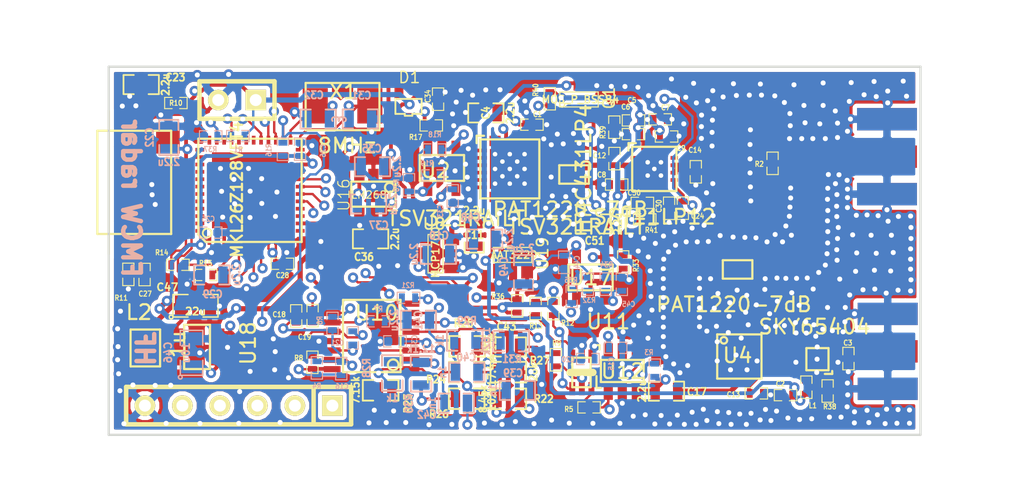
<source format=kicad_pcb>
(kicad_pcb (version 4) (host pcbnew "(2014-10-17 BZR 5196)-product")
  (layers (0 F.Cu signal) (1 Inner1.Cu signal) (2 Inner2.Cu signal) (31 B.Cu signal) (34 B.Paste user hide) (35 F.Paste user hide) (36 B.SilkS user) (37 F.SilkS user hide) (38 B.Mask user) (39 F.Mask user hide) (44 Edge.Cuts user))
  (net 0 "")
  (net 1 /3V0)
  (net 2 GND)
  (net 3 "Net-(C3-Pad1)")
  (net 4 "Net-(U2-Pad16)")
  (net 5 "Net-(L1-Pad1)")
  (net 6 /IF)
  (net 7 "Net-(F1-Pad2)")
  (net 8 "Net-(F2-Pad2)")
  (net 9 "Net-(F3-Pad1)")
  (net 10 "Net-(F4-Pad1)")
  (net 11 "Net-(F5-Pad2)")
  (net 12 "Net-(F6-Pad2)")
  (net 13 "Net-(F7-Pad2)")
  (net 14 "Net-(F7-Pad1)")
  (net 15 "Net-(F8-Pad1)")
  (net 16 "Net-(U3-Pad4)")
  (net 17 /mcu/5V)
  (net 18 /mcu/ADC_DP)
  (net 19 "Net-(C16-Pad2)")
  (net 20 "Net-(C17-Pad1)")
  (net 21 /mcu/ADC_DM)
  (net 22 "Net-(C19-Pad2)")
  (net 23 "Net-(C21-Pad1)")
  (net 24 /VG)
  (net 25 /mcu/VBUS)
  (net 26 /mcu/3V3)
  (net 27 "Net-(C27-Pad1)")
  (net 28 /mcu/3V3A)
  (net 29 "Net-(C29-Pad1)")
  (net 30 "Net-(C31-Pad1)")
  (net 31 "Net-(C32-Pad1)")
  (net 32 "Net-(R5-Pad2)")
  (net 33 "Net-(R9-Pad1)")
  (net 34 /mcu/I2C_SDA)
  (net 35 "Net-(R14-Pad1)")
  (net 36 /mcu/USBP)
  (net 37 "Net-(R15-Pad1)")
  (net 38 /mcu/USBM)
  (net 39 /mcu/~RESET)
  (net 40 /mcu/PA_EN)
  (net 41 /mcu/PA_DET)
  (net 42 /mcu/DAC_OUT)
  (net 43 "Net-(U14-Pad34)")
  (net 44 "Net-(U14-Pad36)")
  (net 45 /mcu/SWD_CLK)
  (net 46 /mcu/UART_RX)
  (net 47 /mcu/UART_TX)
  (net 48 /mcu/SWD_DIO)
  (net 49 "Net-(U14-Pad21)")
  (net 50 "Net-(U14-Pad13)")
  (net 51 "Net-(U14-Pad15)")
  (net 52 "Net-(U14-Pad16)")
  (net 53 /mcu/I2C_SCL)
  (net 54 "Net-(U14-Pad30)")
  (net 55 "Net-(U14-Pad31)")
  (net 56 "Net-(U14-Pad32)")
  (net 57 "Net-(U14-Pad37)")
  (net 58 "Net-(U14-Pad38)")
  (net 59 "Net-(U14-Pad39)")
  (net 60 "Net-(U14-Pad40)")
  (net 61 "Net-(U14-Pad41)")
  (net 62 "Net-(U14-Pad44)")
  (net 63 "Net-(U14-Pad45)")
  (net 64 "Net-(U14-Pad46)")
  (net 65 "Net-(U14-Pad47)")
  (net 66 "Net-(U14-Pad48)")
  (net 67 /10V)
  (net 68 "Net-(C34-Pad1)")
  (net 69 "Net-(C37-Pad1)")
  (net 70 "Net-(C37-Pad2)")
  (net 71 "Net-(C39-Pad1)")
  (net 72 "Net-(C39-Pad2)")
  (net 73 "Net-(C40-Pad1)")
  (net 74 "Net-(C40-Pad2)")
  (net 75 "Net-(C41-Pad1)")
  (net 76 "Net-(C42-Pad1)")
  (net 77 "Net-(C43-Pad1)")
  (net 78 "Net-(C45-Pad1)")
  (net 79 "Net-(L2-Pad1)")
  (net 80 "Net-(R22-Pad2)")
  (net 81 "Net-(R18-Pad1)")
  (net 82 /VTUNE)
  (net 83 "Net-(R19-Pad2)")
  (net 84 "Net-(R28-Pad2)")
  (net 85 "Net-(R29-Pad2)")
  (net 86 "Net-(R33-Pad2)")
  (net 87 "Net-(U13-Pad4)")
  (net 88 "Net-(U14-Pad42)")
  (net 89 "Net-(U14-Pad43)")
  (net 90 "Net-(R1-Pad2)")
  (net 91 "Net-(C5-Pad2)")
  (net 92 "Net-(C12-Pad1)")
  (net 93 /DET_REF)
  (net 94 "Net-(R38-Pad1)")
  (net 95 /PA_RFOUT)
  (net 96 "Net-(C50-Pad1)")
  (net 97 "Net-(Q1-Pad2)")
  (module SMD_Packages:SM0402_c (layer F.Cu) (at 138.2 86.63)
    (fp_text reference C1 (at 0.375 -0.705) (layer F.SilkS) (effects (font (size 0.35052 0.3048) (thickness 0.07112))))
    (fp_text value 10n hide)
    (pad 1 smd rect (at -0.44958 0) (size 0.39878 0.59944) (layers F.Cu F.Paste F.Mask) (net 1 /3V0))
    (pad 2 smd rect (at 0.44958 0) (size 0.39878 0.59944) (layers F.Cu F.Paste F.Mask) (net 2 GND))
  )
  (module SMD_Packages:SM0402_c (layer F.Cu) (at 155.38 104.97 180)
    (fp_text reference C2 (at 0.355 0.77 180) (layer F.SilkS) (effects (font (size 0.35052 0.3048) (thickness 0.07112))))
    (fp_text value 100n hide)
    (pad 1 smd rect (at -0.44958 0 180) (size 0.39878 0.59944) (layers F.Cu F.Paste F.Mask) (net 1 /3V0))
    (pad 2 smd rect (at 0.44958 0 180) (size 0.39878 0.59944) (layers F.Cu F.Paste F.Mask) (net 2 GND))
  )
  (module SMD_Packages:SM0402_c (layer F.Cu) (at 159.64 102.49 270)
    (fp_text reference C3 (at -1.065 0.04 360) (layer F.SilkS) (effects (font (size 0.35052 0.3048) (thickness 0.07112))))
    (fp_text value 0.5p hide)
    (pad 1 smd rect (at -0.44958 0 270) (size 0.39878 0.59944) (layers F.Cu F.Paste F.Mask) (net 3 "Net-(C3-Pad1)"))
    (pad 2 smd rect (at 0.44958 0 270) (size 0.39878 0.59944) (layers F.Cu F.Paste F.Mask) (net 2 GND))
  )
  (module SMD_Packages:SM0402_c (layer F.Cu) (at 153.4 104.85)
    (fp_text reference C13 (at -1.55 0.075) (layer F.SilkS) (effects (font (size 0.35052 0.3048) (thickness 0.07112))))
    (fp_text value 100p hide)
    (pad 1 smd rect (at -0.44958 0) (size 0.39878 0.59944) (layers F.Cu F.Paste F.Mask) (net 6 /IF))
    (pad 2 smd rect (at 0.44958 0) (size 0.39878 0.59944) (layers F.Cu F.Paste F.Mask) (net 2 GND))
  )
  (module SMD_Packages:SM0402 (layer F.Cu) (at 156.79 104.43 270)
    (fp_text reference L1 (at 1.245 -0.435 360) (layer F.SilkS) (effects (font (size 0.35052 0.3048) (thickness 0.07112))))
    (fp_text value 0.6n hide)
    (pad 1 smd rect (at -0.44958 0 270) (size 0.39878 0.59944) (layers F.Cu F.Paste F.Mask) (net 5 "Net-(L1-Pad1)"))
    (pad 2 smd rect (at 0.44958 0 270) (size 0.39878 0.59944) (layers F.Cu F.Paste F.Mask) (net 1 /3V0))
  )
  (module wlan_radar:MSOP-8 (layer F.Cu) (at 149.9 101.35 270)
    (fp_text reference U4 (at 0.925 -2.225 540) (layer F.SilkS))
    (fp_text value HMC219AMS8 hide)
    (pad 1 smd rect (at 0 0 270) (size 0.45 1.1) (layers F.Cu F.Paste F.Mask) (net 2 GND))
    (pad 2 smd rect (at 0.65 0 270) (size 0.45 1.1) (layers F.Cu F.Paste F.Mask) (net 15 "Net-(F8-Pad1)"))
    (pad 3 smd rect (at 1.3 0 270) (size 0.45 1.1) (layers F.Cu F.Paste F.Mask) (net 2 GND))
    (pad 4 smd rect (at 1.95 0 270) (size 0.45 1.1) (layers F.Cu F.Paste F.Mask))
    (pad 5 smd rect (at 1.95 -4.66 270) (size 0.45 1.1) (layers F.Cu F.Paste F.Mask) (net 6 /IF))
    (pad 6 smd rect (at 1.3 -4.66 270) (size 0.45 1.1) (layers F.Cu F.Paste F.Mask) (net 2 GND))
    (pad 7 smd rect (at 0.65 -4.66 270) (size 0.45 1.1) (layers F.Cu F.Paste F.Mask) (net 16 "Net-(U3-Pad4)"))
    (pad 8 smd rect (at 0 -4.66 270) (size 0.45 1.1) (layers F.Cu F.Paste F.Mask) (net 2 GND))
  )
  (module SMD_Packages:SOT23 (layer F.Cu) (at 131.67 95.35 90)
    (fp_text reference U8 (at 1.99898 -0.09906 180) (layer F.SilkS) (effects (font (size 0.762 0.762) (thickness 0.11938))))
    (fp_text value MCP1700 (at 0.0635 0 90) (layer F.SilkS) (effects (font (size 0.50038 0.50038) (thickness 0.09906))))
    (pad 3 smd rect (at 0 -1.09982 90) (size 0.8001 1.00076) (layers F.Cu F.Paste F.Mask) (net 26 /mcu/3V3))
    (pad 2 smd rect (at 0.9525 1.09982 90) (size 0.8001 1.00076) (layers F.Cu F.Paste F.Mask) (net 1 /3V0))
    (pad 1 smd rect (at -0.9525 1.09982 90) (size 0.8001 1.00076) (layers F.Cu F.Paste F.Mask) (net 2 GND))
  )
  (module wlan_radar:PAT1220 (layer F.Cu) (at 151.38 95.82)
    (fp_text reference U7 hide)
    (fp_text value PAT1220-7dB (at 0.5 3) (layer F.SilkS))
    (pad 1 smd rect (at 0 0) (size 0.8 0.7) (layers F.Cu F.Paste F.Mask) (net 13 "Net-(F7-Pad2)"))
    (pad 2 smd rect (at 1.5 0) (size 0.8 0.7) (layers F.Cu F.Paste F.Mask) (net 12 "Net-(F6-Pad2)"))
    (pad 3 smd rect (at 0.75 1.2) (size 2.3 0.7) (layers F.Cu F.Paste F.Mask) (net 2 GND))
  )
  (module wlan_radar:PAT1220 (layer F.Cu) (at 140.3 89.38)
    (fp_text reference U5 hide)
    (fp_text value PAT1220-7dB (at 0.5 3) (layer F.SilkS))
    (pad 1 smd rect (at 0 0) (size 0.8 0.7) (layers F.Cu F.Paste F.Mask) (net 4 "Net-(U2-Pad16)"))
    (pad 2 smd rect (at 1.5 0) (size 0.8 0.7) (layers F.Cu F.Paste F.Mask) (net 92 "Net-(C12-Pad1)"))
    (pad 3 smd rect (at 0.75 1.2) (size 2.3 0.7) (layers F.Cu F.Paste F.Mask) (net 2 GND))
  )
  (module wlan_radar:XFDFN-6 (layer F.Cu) (at 158.24 103.03 180)
    (fp_text reference U3 hide)
    (fp_text value SKY65404 (at 0.9 2.7 180) (layer F.SilkS))
    (pad 1 smd rect (at 0 0 180) (size 0.35 0.25) (layers F.Cu F.Paste F.Mask) (net 94 "Net-(R38-Pad1)"))
    (pad 2 smd rect (at 0 0.5 180) (size 0.35 0.25) (layers F.Cu F.Paste F.Mask) (net 2 GND))
    (pad 3 smd rect (at 0 1 180) (size 0.35 0.25) (layers F.Cu F.Paste F.Mask) (net 3 "Net-(C3-Pad1)"))
    (pad 4 smd rect (at 1.45 1 180) (size 0.35 0.25) (layers F.Cu F.Paste F.Mask) (net 16 "Net-(U3-Pad4)"))
    (pad 5 smd rect (at 1.45 0.5 180) (size 0.35 0.25) (layers F.Cu F.Paste F.Mask) (net 2 GND))
    (pad 6 smd rect (at 1.45 0 180) (size 0.35 0.25) (layers F.Cu F.Paste F.Mask) (net 5 "Net-(L1-Pad1)"))
    (pad PAD smd rect (at 0.725 0.5 180) (size 0.7 1.1) (layers F.Cu F.Paste F.Mask) (net 2 GND))
    (pad PAD smd rect (at 0.725 0.5 180) (size 0.2 1.2) (layers F.Cu F.Paste F.Mask) (net 2 GND))
  )
  (module SMD_Packages:SMD-0402_c (layer B.Cu) (at 143.87 101.76)
    (fp_text reference C15 (at -0.295 1.09 90) (layer B.SilkS) (effects (font (size 0.35052 0.3048) (thickness 0.07112)) (justify mirror)))
    (fp_text value 100n hide)
    (pad 1 smd rect (at -0.44958 0) (size 0.39878 0.59944) (layers B.Cu B.Paste B.Mask) (net 28 /mcu/3V3A))
    (pad 2 smd rect (at 0.44958 0) (size 0.39878 0.59944) (layers B.Cu B.Paste B.Mask) (net 2 GND))
  )
  (module SMD_Packages:SMD-0402_c (layer B.Cu) (at 125.28 103.17 90)
    (fp_text reference C16 (at -1.205 0.045 180) (layer B.SilkS) (effects (font (size 0.35052 0.3048) (thickness 0.07112)) (justify mirror)))
    (fp_text value 10p hide)
    (pad 1 smd rect (at -0.44958 0 90) (size 0.39878 0.59944) (layers B.Cu B.Paste B.Mask) (net 18 /mcu/ADC_DP))
    (pad 2 smd rect (at 0.44958 0 90) (size 0.39878 0.59944) (layers B.Cu B.Paste B.Mask) (net 19 "Net-(C16-Pad2)"))
  )
  (module SMD_Packages:SMD-0603_c (layer F.Cu) (at 147.31 104.7)
    (fp_text reference C17 (at 2.065 0.05 180) (layer F.SilkS) (effects (font (size 0.508 0.4572) (thickness 0.1143))))
    (fp_text value 2.2u (at -1.651 0 90) (layer F.SilkS) (effects (font (size 0.508 0.4572) (thickness 0.1143))))
    (pad 1 smd rect (at -0.762 0) (size 0.635 1.143) (layers F.Cu F.Paste F.Mask) (net 20 "Net-(C17-Pad1)"))
    (pad 2 smd rect (at 0.762 0) (size 0.635 1.143) (layers F.Cu F.Paste F.Mask) (net 6 /IF))
  )
  (module SMD_Packages:SMD-0402_c (layer F.Cu) (at 122.23 99.6 90)
    (fp_text reference C18 (at 0.1 -1.155 180) (layer F.SilkS) (effects (font (size 0.35052 0.3048) (thickness 0.07112))))
    (fp_text value 10p hide)
    (pad 1 smd rect (at -0.44958 0 90) (size 0.39878 0.59944) (layers F.Cu F.Paste F.Mask) (net 19 "Net-(C16-Pad2)"))
    (pad 2 smd rect (at 0.44958 0 90) (size 0.39878 0.59944) (layers F.Cu F.Paste F.Mask) (net 21 /mcu/ADC_DM))
  )
  (module SMD_Packages:SMD-0402_c (layer F.Cu) (at 123.34 99.58 270)
    (fp_text reference C19 (at 1.445 0.54 360) (layer F.SilkS) (effects (font (size 0.35052 0.3048) (thickness 0.07112))))
    (fp_text value 10p hide)
    (pad 1 smd rect (at -0.44958 0 270) (size 0.39878 0.59944) (layers F.Cu F.Paste F.Mask) (net 21 /mcu/ADC_DM))
    (pad 2 smd rect (at 0.44958 0 270) (size 0.39878 0.59944) (layers F.Cu F.Paste F.Mask) (net 22 "Net-(C19-Pad2)"))
  )
  (module SMD_Packages:SMD-0402_c (layer B.Cu) (at 141.99 102.52 180)
    (fp_text reference C20 (at 1.34 -0.03 180) (layer B.SilkS) (effects (font (size 0.35052 0.3048) (thickness 0.07112)) (justify mirror)))
    (fp_text value 100n hide)
    (pad 1 smd rect (at -0.44958 0 180) (size 0.39878 0.59944) (layers B.Cu B.Paste B.Mask) (net 26 /mcu/3V3))
    (pad 2 smd rect (at 0.44958 0 180) (size 0.39878 0.59944) (layers B.Cu B.Paste B.Mask) (net 2 GND))
  )
  (module SMD_Packages:SMD-0402_c (layer B.Cu) (at 126.06 101.09 270)
    (fp_text reference C21 (at 0.335 1.035 360) (layer B.SilkS) (effects (font (size 0.35052 0.3048) (thickness 0.07112)) (justify mirror)))
    (fp_text value 10p hide)
    (pad 1 smd rect (at -0.44958 0 270) (size 0.39878 0.59944) (layers B.Cu B.Paste B.Mask) (net 23 "Net-(C21-Pad1)"))
    (pad 2 smd rect (at 0.44958 0 270) (size 0.39878 0.59944) (layers B.Cu B.Paste B.Mask) (net 24 /VG))
  )
  (module SMD_Packages:SMD-0603_c (layer B.Cu) (at 113.6 87.5 90)
    (fp_text reference C22 (at 0 -1.3 90) (layer B.SilkS) (effects (font (size 0.508 0.4572) (thickness 0.1143)) (justify mirror)))
    (fp_text value 2.2u (at -1.651 0 360) (layer B.SilkS) (effects (font (size 0.508 0.4572) (thickness 0.1143)) (justify mirror)))
    (pad 1 smd rect (at -0.762 0 90) (size 0.635 1.143) (layers B.Cu B.Paste B.Mask) (net 25 /mcu/VBUS))
    (pad 2 smd rect (at 0.762 0 90) (size 0.635 1.143) (layers B.Cu B.Paste B.Mask) (net 2 GND))
  )
  (module SMD_Packages:SMD-0603_c (layer F.Cu) (at 111.73 83.91 180)
    (fp_text reference C23 (at -2.32 0.485 360) (layer F.SilkS) (effects (font (size 0.508 0.4572) (thickness 0.1143))))
    (fp_text value 2.2u (at -1.651 0 270) (layer F.SilkS) (effects (font (size 0.508 0.4572) (thickness 0.1143))))
    (pad 1 smd rect (at -0.762 0 180) (size 0.635 1.143) (layers F.Cu F.Paste F.Mask) (net 17 /mcu/5V))
    (pad 2 smd rect (at 0.762 0 180) (size 0.635 1.143) (layers F.Cu F.Paste F.Mask) (net 2 GND))
  )
  (module SMD_Packages:SMD-0402_c (layer B.Cu) (at 116.44 93.95)
    (fp_text reference C25 (at -0.165 -0.925) (layer B.SilkS) (effects (font (size 0.35052 0.3048) (thickness 0.07112)) (justify mirror)))
    (fp_text value 100n hide)
    (pad 1 smd rect (at -0.44958 0) (size 0.39878 0.59944) (layers B.Cu B.Paste B.Mask) (net 26 /mcu/3V3))
    (pad 2 smd rect (at 0.44958 0) (size 0.39878 0.59944) (layers B.Cu B.Paste B.Mask) (net 2 GND))
  )
  (module SMD_Packages:SMD-0402_c (layer B.Cu) (at 122.49 88.29 90)
    (fp_text reference C26 (at -0.11 1.56 90) (layer B.SilkS) (effects (font (size 0.35052 0.3048) (thickness 0.07112)) (justify mirror)))
    (fp_text value 100n hide)
    (pad 1 smd rect (at -0.44958 0 90) (size 0.39878 0.59944) (layers B.Cu B.Paste B.Mask) (net 26 /mcu/3V3))
    (pad 2 smd rect (at 0.44958 0 90) (size 0.39878 0.59944) (layers B.Cu B.Paste B.Mask) (net 2 GND))
  )
  (module SMD_Packages:SMD-0402_c (layer F.Cu) (at 121.3 96.06)
    (fp_text reference C28 (at 0 0.79) (layer F.SilkS) (effects (font (size 0.35052 0.3048) (thickness 0.07112))))
    (fp_text value 100n hide)
    (pad 1 smd rect (at -0.44958 0) (size 0.39878 0.59944) (layers F.Cu F.Paste F.Mask) (net 28 /mcu/3V3A))
    (pad 2 smd rect (at 0.44958 0) (size 0.39878 0.59944) (layers F.Cu F.Paste F.Mask) (net 2 GND))
  )
  (module SMD_Packages:SMD-0603_c (layer B.Cu) (at 116.51 96.82 180)
    (fp_text reference C29 (at -0.065 -1.305 180) (layer B.SilkS) (effects (font (size 0.508 0.4572) (thickness 0.1143)) (justify mirror)))
    (fp_text value 2.2u (at -1.651 0 450) (layer B.SilkS) (effects (font (size 0.508 0.4572) (thickness 0.1143)) (justify mirror)))
    (pad 1 smd rect (at -0.762 0 180) (size 0.635 1.143) (layers B.Cu B.Paste B.Mask) (net 29 "Net-(C29-Pad1)"))
    (pad 2 smd rect (at 0.762 0 180) (size 0.635 1.143) (layers B.Cu B.Paste B.Mask) (net 2 GND))
  )
  (module SMD_Packages:SMD-0603_c (layer B.Cu) (at 126.58 86.24)
    (fp_text reference C31 (at 0.07 -1.59) (layer B.SilkS) (effects (font (size 0.508 0.4572) (thickness 0.1143)) (justify mirror)))
    (fp_text value C (at -1.651 0 270) (layer B.SilkS) (effects (font (size 0.508 0.4572) (thickness 0.1143)) (justify mirror)))
    (pad 1 smd rect (at -0.762 0) (size 0.635 1.143) (layers B.Cu B.Paste B.Mask) (net 30 "Net-(C31-Pad1)"))
    (pad 2 smd rect (at 0.762 0) (size 0.635 1.143) (layers B.Cu B.Paste B.Mask) (net 2 GND))
  )
  (module SMD_Packages:SMD-0603_c (layer B.Cu) (at 123.72 86.25 180)
    (fp_text reference C32 (at 0.295 1.625 180) (layer B.SilkS) (effects (font (size 0.508 0.4572) (thickness 0.1143)) (justify mirror)))
    (fp_text value C (at -1.651 0 450) (layer B.SilkS) (effects (font (size 0.508 0.4572) (thickness 0.1143)) (justify mirror)))
    (pad 1 smd rect (at -0.762 0 180) (size 0.635 1.143) (layers B.Cu B.Paste B.Mask) (net 31 "Net-(C32-Pad1)"))
    (pad 2 smd rect (at 0.762 0 180) (size 0.635 1.143) (layers B.Cu B.Paste B.Mask) (net 2 GND))
  )
  (module SMD_Packages:QFN-48-1EP (layer F.Cu) (at 119.1 91.08 90)
    (fp_text reference U14 hide)
    (fp_text value MKL26Z128VFT4 (at 0.0508 -0.889 90) (layer F.SilkS) (effects (font (size 0.762 0.762) (thickness 0.1524))))
    (pad 1 smd rect (at -3.39852 -2.74828 90) (size 0.59944 0.24892) (layers F.Cu F.Paste F.Mask) (net 26 /mcu/3V3))
    (pad 2 smd rect (at -3.39852 -2.2479 90) (size 0.59944 0.24892) (layers F.Cu F.Paste F.Mask) (net 2 GND))
    (pad 3 smd rect (at -3.39852 -1.74752 90) (size 0.59944 0.24892) (layers F.Cu F.Paste F.Mask) (net 35 "Net-(R14-Pad1)"))
    (pad 4 smd rect (at -3.39852 -1.24714 90) (size 0.59944 0.24892) (layers F.Cu F.Paste F.Mask) (net 37 "Net-(R15-Pad1)"))
    (pad 5 smd rect (at -3.39852 -0.7493 90) (size 0.59944 0.24892) (layers F.Cu F.Paste F.Mask) (net 29 "Net-(C29-Pad1)"))
    (pad 6 smd rect (at -3.39852 -0.24892 90) (size 0.59944 0.24892) (layers F.Cu F.Paste F.Mask) (net 25 /mcu/VBUS))
    (pad 7 smd rect (at -3.39852 0.25146 90) (size 0.59944 0.24892) (layers F.Cu F.Paste F.Mask) (net 18 /mcu/ADC_DP))
    (pad 8 smd rect (at -3.39852 0.75184 90) (size 0.59944 0.24892) (layers F.Cu F.Paste F.Mask) (net 21 /mcu/ADC_DM))
    (pad 9 smd rect (at -3.39852 1.25222 90) (size 0.59944 0.24892) (layers F.Cu F.Paste F.Mask) (net 28 /mcu/3V3A))
    (pad 10 smd rect (at -3.39852 1.7526 90) (size 0.59944 0.24892) (layers F.Cu F.Paste F.Mask) (net 28 /mcu/3V3A))
    (pad 11 smd rect (at -3.39852 2.25298 90) (size 0.59944 0.24892) (layers F.Cu F.Paste F.Mask) (net 2 GND))
    (pad 12 smd rect (at -3.39852 2.75082 90) (size 0.59944 0.24892) (layers F.Cu F.Paste F.Mask) (net 2 GND))
    (pad 33 smd rect (at 3.39852 -1.25222 90) (size 0.59944 0.24892) (layers F.Cu F.Paste F.Mask) (net 41 /mcu/PA_DET))
    (pad 34 smd rect (at 3.39852 -1.75006 90) (size 0.59944 0.24892) (layers F.Cu F.Paste F.Mask) (net 43 "Net-(U14-Pad34)"))
    (pad 35 smd rect (at 3.39852 -2.25044 90) (size 0.59944 0.24892) (layers F.Cu F.Paste F.Mask) (net 90 "Net-(R1-Pad2)"))
    (pad 36 smd rect (at 3.39852 -2.75082 90) (size 0.59944 0.24892) (layers F.Cu F.Paste F.Mask) (net 44 "Net-(U14-Pad36)"))
    (pad 17 smd rect (at -0.7493 3.40106 90) (size 0.24892 0.59944) (layers F.Cu F.Paste F.Mask) (net 45 /mcu/SWD_CLK))
    (pad 18 smd rect (at -0.25 3.4 90) (size 0.24892 0.59944) (layers F.Cu F.Paste F.Mask) (net 46 /mcu/UART_RX))
    (pad 19 smd rect (at 0.24892 3.40106 90) (size 0.24892 0.59944) (layers F.Cu F.Paste F.Mask) (net 47 /mcu/UART_TX))
    (pad 20 smd rect (at 0.7493 3.40106 90) (size 0.24892 0.59944) (layers F.Cu F.Paste F.Mask) (net 48 /mcu/SWD_DIO))
    (pad 21 smd rect (at 1.24968 3.40106 90) (size 0.24892 0.59944) (layers F.Cu F.Paste F.Mask) (net 49 "Net-(U14-Pad21)"))
    (pad 22 smd rect (at 1.75006 3.40106 90) (size 0.24892 0.59944) (layers F.Cu F.Paste F.Mask) (net 26 /mcu/3V3))
    (pad 23 smd rect (at 2.25044 3.40106 90) (size 0.24892 0.59944) (layers F.Cu F.Paste F.Mask) (net 2 GND))
    (pad 24 smd rect (at 2.75082 3.40106 90) (size 0.24892 0.59944) (layers F.Cu F.Paste F.Mask) (net 30 "Net-(C31-Pad1)"))
    (pad 13 smd rect (at -2.74828 3.40106 90) (size 0.24892 0.59944) (layers F.Cu F.Paste F.Mask) (net 50 "Net-(U14-Pad13)"))
    (pad 14 smd rect (at -2.2479 3.40106 90) (size 0.24892 0.59944) (layers F.Cu F.Paste F.Mask) (net 42 /mcu/DAC_OUT))
    (pad 15 smd rect (at -1.74752 3.40106 90) (size 0.24892 0.59944) (layers F.Cu F.Paste F.Mask) (net 51 "Net-(U14-Pad15)"))
    (pad 16 smd rect (at -1.24968 3.40106 90) (size 0.24892 0.59944) (layers F.Cu F.Paste F.Mask) (net 52 "Net-(U14-Pad16)"))
    (pad 25 smd rect (at 3.39852 2.74828 90) (size 0.59944 0.24892) (layers F.Cu F.Paste F.Mask) (net 31 "Net-(C32-Pad1)"))
    (pad 26 smd rect (at 3.40106 2.2479 90) (size 0.59944 0.24892) (layers F.Cu F.Paste F.Mask) (net 39 /mcu/~RESET))
    (pad 27 smd rect (at 3.40106 1.75006 90) (size 0.59944 0.24892) (layers F.Cu F.Paste F.Mask) (net 53 /mcu/I2C_SCL))
    (pad 28 smd rect (at 3.40106 1.24968 90) (size 0.59944 0.24892) (layers F.Cu F.Paste F.Mask) (net 34 /mcu/I2C_SDA))
    (pad 29 smd rect (at 3.40106 0.7493 90) (size 0.59944 0.24892) (layers F.Cu F.Paste F.Mask) (net 40 /mcu/PA_EN))
    (pad 30 smd rect (at 3.40106 0.24892 90) (size 0.59944 0.24892) (layers F.Cu F.Paste F.Mask) (net 54 "Net-(U14-Pad30)"))
    (pad 31 smd rect (at 3.40106 -0.25146 90) (size 0.59944 0.24892) (layers F.Cu F.Paste F.Mask) (net 55 "Net-(U14-Pad31)"))
    (pad 32 smd rect (at 3.40106 -0.75184 90) (size 0.59944 0.24892) (layers F.Cu F.Paste F.Mask) (net 56 "Net-(U14-Pad32)"))
    (pad 37 smd rect (at 2.75082 -3.39852 90) (size 0.24892 0.59944) (layers F.Cu F.Paste F.Mask) (net 57 "Net-(U14-Pad37)"))
    (pad 38 smd rect (at 2.25044 -3.39852 90) (size 0.24892 0.59944) (layers F.Cu F.Paste F.Mask) (net 58 "Net-(U14-Pad38)"))
    (pad 39 smd rect (at 1.75006 -3.39852 90) (size 0.24892 0.59944) (layers F.Cu F.Paste F.Mask) (net 59 "Net-(U14-Pad39)"))
    (pad 40 smd rect (at 1.25222 -3.39852 90) (size 0.24892 0.59944) (layers F.Cu F.Paste F.Mask) (net 60 "Net-(U14-Pad40)"))
    (pad 41 smd rect (at 0.75184 -3.39852 90) (size 0.24892 0.59944) (layers F.Cu F.Paste F.Mask) (net 61 "Net-(U14-Pad41)"))
    (pad 42 smd rect (at 0.25146 -3.39852 90) (size 0.24892 0.59944) (layers F.Cu F.Paste F.Mask) (net 88 "Net-(U14-Pad42)"))
    (pad 43 smd rect (at -0.24892 -3.39852 90) (size 0.24892 0.59944) (layers F.Cu F.Paste F.Mask) (net 89 "Net-(U14-Pad43)"))
    (pad 44 smd rect (at -0.7493 -3.39852 90) (size 0.24892 0.59944) (layers F.Cu F.Paste F.Mask) (net 62 "Net-(U14-Pad44)"))
    (pad 45 smd rect (at -1.24968 -3.39852 90) (size 0.24892 0.59944) (layers F.Cu F.Paste F.Mask) (net 63 "Net-(U14-Pad45)"))
    (pad 46 smd rect (at -1.75006 -3.39852 90) (size 0.24892 0.59944) (layers F.Cu F.Paste F.Mask) (net 64 "Net-(U14-Pad46)"))
    (pad 47 smd rect (at -2.2479 -3.39852 90) (size 0.24892 0.59944) (layers F.Cu F.Paste F.Mask) (net 65 "Net-(U14-Pad47)"))
    (pad 48 smd rect (at -2.74828 -3.39852 90) (size 0.24892 0.59944) (layers F.Cu F.Paste F.Mask) (net 66 "Net-(U14-Pad48)"))
    (pad 49 smd rect (at 0 0) (size 5.15 5.15) (layers F.Cu F.Paste F.Mask) (net 2 GND))
  )
  (module SMD_Packages:SMD-0603_c (layer F.Cu) (at 135.08 85.83 180)
    (fp_text reference C4 (at 0 0 270) (layer F.SilkS) (effects (font (size 0.508 0.4572) (thickness 0.1143))))
    (fp_text value 2.2u (at -1.651 0 270) (layer F.SilkS) (effects (font (size 0.508 0.4572) (thickness 0.1143))))
    (pad 1 smd rect (at -0.762 0 180) (size 0.635 1.143) (layers F.Cu F.Paste F.Mask) (net 1 /3V0))
    (pad 2 smd rect (at 0.762 0 180) (size 0.635 1.143) (layers F.Cu F.Paste F.Mask) (net 2 GND))
  )
  (module SMD_Packages:SMD-0603_c (layer B.Cu) (at 131.86 95.42)
    (fp_text reference C10 (at 0.04 -1.27) (layer B.SilkS) (effects (font (size 0.508 0.4572) (thickness 0.1143)) (justify mirror)))
    (fp_text value 2.2u (at -1.651 0 270) (layer B.SilkS) (effects (font (size 0.508 0.4572) (thickness 0.1143)) (justify mirror)))
    (pad 1 smd rect (at -0.762 0) (size 0.635 1.143) (layers B.Cu B.Paste B.Mask) (net 26 /mcu/3V3))
    (pad 2 smd rect (at 0.762 0) (size 0.635 1.143) (layers B.Cu B.Paste B.Mask) (net 2 GND))
  )
  (module SMD_Packages:SMD-0603_c (layer F.Cu) (at 134.29 94.11 270)
    (fp_text reference C11 (at 0 0 360) (layer F.SilkS) (effects (font (size 0.508 0.4572) (thickness 0.1143))))
    (fp_text value 2.2u (at -1.651 0 360) (layer F.SilkS) (effects (font (size 0.508 0.4572) (thickness 0.1143))))
    (pad 1 smd rect (at -0.762 0 270) (size 0.635 1.143) (layers F.Cu F.Paste F.Mask) (net 1 /3V0))
    (pad 2 smd rect (at 0.762 0 270) (size 0.635 1.143) (layers F.Cu F.Paste F.Mask) (net 2 GND))
  )
  (module SMD_Packages:SMD-0402_c (layer B.Cu) (at 132.83 91.46 270)
    (fp_text reference C33 (at 1.015 0.83 270) (layer B.SilkS) (effects (font (size 0.35052 0.3048) (thickness 0.07112)) (justify mirror)))
    (fp_text value 100n hide)
    (pad 1 smd rect (at -0.44958 0 270) (size 0.39878 0.59944) (layers B.Cu B.Paste B.Mask) (net 67 /10V))
    (pad 2 smd rect (at 0.44958 0 270) (size 0.39878 0.59944) (layers B.Cu B.Paste B.Mask) (net 2 GND))
  )
  (module SMD_Packages:SMD-0402_c (layer F.Cu) (at 131.84 84.9 90)
    (fp_text reference C34 (at 0.2 -0.69 90) (layer F.SilkS) (effects (font (size 0.35052 0.3048) (thickness 0.07112))))
    (fp_text value 100n hide)
    (pad 1 smd rect (at -0.44958 0 90) (size 0.39878 0.59944) (layers F.Cu F.Paste F.Mask) (net 68 "Net-(C34-Pad1)"))
    (pad 2 smd rect (at 0.44958 0 90) (size 0.39878 0.59944) (layers F.Cu F.Paste F.Mask) (net 2 GND))
  )
  (module SMD_Packages:SMD-0603_c (layer B.Cu) (at 127.4 89.48 180)
    (fp_text reference C35 (at 0.05 1.23 180) (layer B.SilkS) (effects (font (size 0.508 0.4572) (thickness 0.1143)) (justify mirror)))
    (fp_text value 2.2u (at -1.651 0 450) (layer B.SilkS) (effects (font (size 0.508 0.4572) (thickness 0.1143)) (justify mirror)))
    (pad 1 smd rect (at -0.762 0 180) (size 0.635 1.143) (layers B.Cu B.Paste B.Mask) (net 17 /mcu/5V))
    (pad 2 smd rect (at 0.762 0 180) (size 0.635 1.143) (layers B.Cu B.Paste B.Mask) (net 2 GND))
  )
  (module SMD_Packages:SMD-0603_c (layer F.Cu) (at 127.27 94.37 180)
    (fp_text reference C36 (at 0.445 -1.23 360) (layer F.SilkS) (effects (font (size 0.508 0.4572) (thickness 0.1143))))
    (fp_text value 2.2u (at -1.651 0 270) (layer F.SilkS) (effects (font (size 0.508 0.4572) (thickness 0.1143))))
    (pad 1 smd rect (at -0.762 0 180) (size 0.635 1.143) (layers F.Cu F.Paste F.Mask) (net 67 /10V))
    (pad 2 smd rect (at 0.762 0 180) (size 0.635 1.143) (layers F.Cu F.Paste F.Mask) (net 2 GND))
  )
  (module SMD_Packages:SMD-0603_c (layer B.Cu) (at 127.13 92.01 180)
    (fp_text reference C37 (at -0.695 -1.44 180) (layer B.SilkS) (effects (font (size 0.508 0.4572) (thickness 0.1143)) (justify mirror)))
    (fp_text value 2.2u (at -1.651 0 450) (layer B.SilkS) (effects (font (size 0.508 0.4572) (thickness 0.1143)) (justify mirror)))
    (pad 1 smd rect (at -0.762 0 180) (size 0.635 1.143) (layers B.Cu B.Paste B.Mask) (net 69 "Net-(C37-Pad1)"))
    (pad 2 smd rect (at 0.762 0 180) (size 0.635 1.143) (layers B.Cu B.Paste B.Mask) (net 70 "Net-(C37-Pad2)"))
  )
  (module SMD_Packages:SMD-0402_c (layer B.Cu) (at 128.92 101.32 180)
    (fp_text reference C38 (at -1.33 -0.005 270) (layer B.SilkS) (effects (font (size 0.35052 0.3048) (thickness 0.07112)) (justify mirror)))
    (fp_text value 100n hide)
    (pad 1 smd rect (at -0.44958 0 180) (size 0.39878 0.59944) (layers B.Cu B.Paste B.Mask) (net 28 /mcu/3V3A))
    (pad 2 smd rect (at 0.44958 0 180) (size 0.39878 0.59944) (layers B.Cu B.Paste B.Mask) (net 2 GND))
  )
  (module SMD_Packages:SMD-0603_c (layer B.Cu) (at 137.21 104.65)
    (fp_text reference C39 (at -0.285 -1.175) (layer B.SilkS) (effects (font (size 0.508 0.4572) (thickness 0.1143)) (justify mirror)))
    (fp_text value 1n (at -1.651 0 270) (layer B.SilkS) (effects (font (size 0.508 0.4572) (thickness 0.1143)) (justify mirror)))
    (pad 1 smd rect (at -0.762 0) (size 0.635 1.143) (layers B.Cu B.Paste B.Mask) (net 71 "Net-(C39-Pad1)"))
    (pad 2 smd rect (at 0.762 0) (size 0.635 1.143) (layers B.Cu B.Paste B.Mask) (net 72 "Net-(C39-Pad2)"))
  )
  (module SMD_Packages:SMD-0603_c (layer B.Cu) (at 133.78 103.42)
    (fp_text reference C40 (at -0.03 -1.02) (layer B.SilkS) (effects (font (size 0.508 0.4572) (thickness 0.1143)) (justify mirror)))
    (fp_text value 1n (at -1.651 0 270) (layer B.SilkS) (effects (font (size 0.508 0.4572) (thickness 0.1143)) (justify mirror)))
    (pad 1 smd rect (at -0.762 0) (size 0.635 1.143) (layers B.Cu B.Paste B.Mask) (net 73 "Net-(C40-Pad1)"))
    (pad 2 smd rect (at 0.762 0) (size 0.635 1.143) (layers B.Cu B.Paste B.Mask) (net 74 "Net-(C40-Pad2)"))
  )
  (module SMD_Packages:SMD-0603_c (layer B.Cu) (at 130.5 99.89)
    (fp_text reference C41 (at 0 0 270) (layer B.SilkS) (effects (font (size 0.508 0.4572) (thickness 0.1143)) (justify mirror)))
    (fp_text value 2.2u (at -1.651 0 270) (layer B.SilkS) (effects (font (size 0.508 0.4572) (thickness 0.1143)) (justify mirror)))
    (pad 1 smd rect (at -0.762 0) (size 0.635 1.143) (layers B.Cu B.Paste B.Mask) (net 75 "Net-(C41-Pad1)"))
    (pad 2 smd rect (at 0.762 0) (size 0.635 1.143) (layers B.Cu B.Paste B.Mask) (net 73 "Net-(C40-Pad1)"))
  )
  (module SMD_Packages:SMD-0603_c (layer B.Cu) (at 133.07 105.51)
    (fp_text reference C42 (at -1.995 0.79) (layer B.SilkS) (effects (font (size 0.508 0.4572) (thickness 0.1143)) (justify mirror)))
    (fp_text value 1n (at -1.651 0 270) (layer B.SilkS) (effects (font (size 0.508 0.4572) (thickness 0.1143)) (justify mirror)))
    (pad 1 smd rect (at -0.762 0) (size 0.635 1.143) (layers B.Cu B.Paste B.Mask) (net 76 "Net-(C42-Pad1)"))
    (pad 2 smd rect (at 0.762 0) (size 0.635 1.143) (layers B.Cu B.Paste B.Mask) (net 24 /VG))
  )
  (module SMD_Packages:SMD-0603_c (layer F.Cu) (at 136.6 101.7)
    (fp_text reference C43 (at -0.125 -1.375 180) (layer F.SilkS) (effects (font (size 0.508 0.4572) (thickness 0.1143))))
    (fp_text value 1n (at -1.651 0 90) (layer F.SilkS) (effects (font (size 0.508 0.4572) (thickness 0.1143))))
    (pad 1 smd rect (at -0.762 0) (size 0.635 1.143) (layers F.Cu F.Paste F.Mask) (net 77 "Net-(C43-Pad1)"))
    (pad 2 smd rect (at 0.762 0) (size 0.635 1.143) (layers F.Cu F.Paste F.Mask) (net 24 /VG))
  )
  (module SMD_Packages:SMD-0402_c (layer B.Cu) (at 140.38 95.96 270)
    (fp_text reference C44 (at -0.01 -0.87 270) (layer B.SilkS) (effects (font (size 0.35052 0.3048) (thickness 0.07112)) (justify mirror)))
    (fp_text value 100n hide)
    (pad 1 smd rect (at -0.44958 0 270) (size 0.39878 0.59944) (layers B.Cu B.Paste B.Mask) (net 28 /mcu/3V3A))
    (pad 2 smd rect (at 0.44958 0 270) (size 0.39878 0.59944) (layers B.Cu B.Paste B.Mask) (net 2 GND))
  )
  (module SMD_Packages:SMD-0402_c (layer B.Cu) (at 144.29 97.45 90)
    (fp_text reference C45 (at -1.35 0.46 180) (layer B.SilkS) (effects (font (size 0.35052 0.3048) (thickness 0.07112)) (justify mirror)))
    (fp_text value 100n hide)
    (pad 1 smd rect (at -0.44958 0 90) (size 0.39878 0.59944) (layers B.Cu B.Paste B.Mask) (net 78 "Net-(C45-Pad1)"))
    (pad 2 smd rect (at 0.44958 0 90) (size 0.39878 0.59944) (layers B.Cu B.Paste B.Mask) (net 2 GND))
  )
  (module SMD_Packages:SMD-0805 (layer B.Cu) (at 115.14 102.1 90)
    (fp_text reference C46 (at 0.025 -1.59 90) (layer B.SilkS) (effects (font (size 0.50038 0.50038) (thickness 0.10922)) (justify mirror)))
    (fp_text value 10u (at 0 -0.381 90) (layer B.SilkS) (effects (font (size 0.50038 0.50038) (thickness 0.10922)) (justify mirror)))
    (pad 1 smd rect (at -0.9525 0 90) (size 0.889 1.397) (layers B.Cu B.Paste B.Mask) (net 17 /mcu/5V))
    (pad 2 smd rect (at 0.9525 0 90) (size 0.889 1.397) (layers B.Cu B.Paste B.Mask) (net 2 GND))
  )
  (module SMD_Packages:SMD-0805 (layer F.Cu) (at 115.41 98.91)
    (fp_text reference C47 (at -1.91 -1.26) (layer F.SilkS) (effects (font (size 0.50038 0.50038) (thickness 0.10922))))
    (fp_text value 22u (at 0 0.381) (layer F.SilkS) (effects (font (size 0.50038 0.50038) (thickness 0.10922))))
    (pad 1 smd rect (at -0.9525 0) (size 0.889 1.397) (layers F.Cu F.Paste F.Mask) (net 26 /mcu/3V3))
    (pad 2 smd rect (at 0.9525 0) (size 0.889 1.397) (layers F.Cu F.Paste F.Mask) (net 2 GND))
  )
  (module SMD_Packages:SMD-0603_c (layer B.Cu) (at 135 94.39 180)
    (fp_text reference C48 (at 0.95 1.465 180) (layer B.SilkS) (effects (font (size 0.508 0.4572) (thickness 0.1143)) (justify mirror)))
    (fp_text value 2.2u (at -1.651 0 450) (layer B.SilkS) (effects (font (size 0.508 0.4572) (thickness 0.1143)) (justify mirror)))
    (pad 1 smd rect (at -0.762 0 180) (size 0.635 1.143) (layers B.Cu B.Paste B.Mask) (net 17 /mcu/5V))
    (pad 2 smd rect (at 0.762 0 180) (size 0.635 1.143) (layers B.Cu B.Paste B.Mask) (net 2 GND))
  )
  (module SMD_Packages:SMD-0603_c (layer B.Cu) (at 137.63 96.67 270)
    (fp_text reference C49 (at -0.42 1.33 270) (layer B.SilkS) (effects (font (size 0.508 0.4572) (thickness 0.1143)) (justify mirror)))
    (fp_text value 2.2u (at -1.651 0 540) (layer B.SilkS) (effects (font (size 0.508 0.4572) (thickness 0.1143)) (justify mirror)))
    (pad 1 smd rect (at -0.762 0 270) (size 0.635 1.143) (layers B.Cu B.Paste B.Mask) (net 28 /mcu/3V3A))
    (pad 2 smd rect (at 0.762 0 270) (size 0.635 1.143) (layers B.Cu B.Paste B.Mask) (net 2 GND))
  )
  (module SMD_Packages:SOT-323 (layer F.Cu) (at 129.84 85.39)
    (fp_text reference D1 (at 0.06 -1.965) (layer F.SilkS) (effects (font (size 0.762 0.762) (thickness 0.09906))))
    (fp_text value BAS40WT hide)
    (pad 2 smd rect (at -0.65024 -0.94996) (size 0.59944 1.00076) (layers F.Cu F.Paste F.Mask))
    (pad 1 smd rect (at 0.65024 -0.94996) (size 0.59944 1.00076) (layers F.Cu F.Paste F.Mask) (net 17 /mcu/5V))
    (pad 3 smd rect (at 0 0.94996) (size 0.59944 1.00076) (layers F.Cu F.Paste F.Mask) (net 67 /10V))
  )
  (module SMD_Packages:SMD-0402_r (layer F.Cu) (at 131.38 86.68 180)
    (fp_text reference R17 (at 1.055 -0.795 180) (layer F.SilkS) (effects (font (size 0.35052 0.3048) (thickness 0.07112))))
    (fp_text value 100 hide)
    (pad 1 smd rect (at -0.44958 0 180) (size 0.39878 0.59944) (layers F.Cu F.Paste F.Mask) (net 68 "Net-(C34-Pad1)"))
    (pad 2 smd rect (at 0.44958 0 180) (size 0.39878 0.59944) (layers F.Cu F.Paste F.Mask) (net 42 /mcu/DAC_OUT))
  )
  (module SMD_Packages:SMD-0402_r (layer B.Cu) (at 131.61 88.31)
    (fp_text reference R18 (at 0.015 -1.01) (layer B.SilkS) (effects (font (size 0.35052 0.3048) (thickness 0.07112)) (justify mirror)))
    (fp_text value 10k hide)
    (pad 1 smd rect (at -0.44958 0) (size 0.39878 0.59944) (layers B.Cu B.Paste B.Mask) (net 81 "Net-(R18-Pad1)"))
    (pad 2 smd rect (at 0.44958 0) (size 0.39878 0.59944) (layers B.Cu B.Paste B.Mask) (net 82 /VTUNE))
  )
  (module SMD_Packages:SMD-0402_r (layer B.Cu) (at 131.5 90.07)
    (fp_text reference R19 (at -0.4 -0.82) (layer B.SilkS) (effects (font (size 0.35052 0.3048) (thickness 0.07112)) (justify mirror)))
    (fp_text value 10k hide)
    (pad 1 smd rect (at -0.44958 0) (size 0.39878 0.59944) (layers B.Cu B.Paste B.Mask) (net 81 "Net-(R18-Pad1)"))
    (pad 2 smd rect (at 0.44958 0) (size 0.39878 0.59944) (layers B.Cu B.Paste B.Mask) (net 83 "Net-(R19-Pad2)"))
  )
  (module SMD_Packages:SMD-0402_r (layer B.Cu) (at 129.87 90.71 270)
    (fp_text reference R20 (at 0.04 0.845 270) (layer B.SilkS) (effects (font (size 0.35052 0.3048) (thickness 0.07112)) (justify mirror)))
    (fp_text value 10k hide)
    (pad 1 smd rect (at -0.44958 0 270) (size 0.39878 0.59944) (layers B.Cu B.Paste B.Mask) (net 2 GND))
    (pad 2 smd rect (at 0.44958 0 270) (size 0.39878 0.59944) (layers B.Cu B.Paste B.Mask) (net 83 "Net-(R19-Pad2)"))
  )
  (module SMD_Packages:SMD-0402_r (layer B.Cu) (at 129.84 98.37 180)
    (fp_text reference R21 (at 0.04 0.845 180) (layer B.SilkS) (effects (font (size 0.35052 0.3048) (thickness 0.07112)) (justify mirror)))
    (fp_text value 10k hide)
    (pad 1 smd rect (at -0.44958 0 180) (size 0.39878 0.59944) (layers B.Cu B.Paste B.Mask) (net 24 /VG))
    (pad 2 smd rect (at 0.44958 0 180) (size 0.39878 0.59944) (layers B.Cu B.Paste B.Mask) (net 75 "Net-(C41-Pad1)"))
  )
  (module SMD_Packages:SMD-0603_r (layer F.Cu) (at 136.6 105.22)
    (fp_text reference R22 (at 2.4 0.005 180) (layer F.SilkS) (effects (font (size 0.50038 0.4572) (thickness 0.1143))))
    (fp_text value 8.45k (at -1.69926 0 90) (layer F.SilkS) (effects (font (size 0.508 0.4572) (thickness 0.1143))))
    (pad 1 smd rect (at -0.762 0) (size 0.635 1.143) (layers F.Cu F.Paste F.Mask) (net 72 "Net-(C39-Pad2)"))
    (pad 2 smd rect (at 0.762 0) (size 0.635 1.143) (layers F.Cu F.Paste F.Mask) (net 80 "Net-(R22-Pad2)"))
  )
  (module SMD_Packages:SMD-0603_r (layer F.Cu) (at 127.95 104.64)
    (fp_text reference R23 (at 1.85 0.885 270) (layer F.SilkS) (effects (font (size 0.50038 0.4572) (thickness 0.1143))))
    (fp_text value 7.15k (at -1.69926 0 90) (layer F.SilkS) (effects (font (size 0.508 0.4572) (thickness 0.1143))))
    (pad 1 smd rect (at -0.762 0) (size 0.635 1.143) (layers F.Cu F.Paste F.Mask) (net 76 "Net-(C42-Pad1)"))
    (pad 2 smd rect (at 0.762 0) (size 0.635 1.143) (layers F.Cu F.Paste F.Mask) (net 72 "Net-(C39-Pad2)"))
  )
  (module SMD_Packages:SMD-0603_r (layer F.Cu) (at 133.79 103.41 180)
    (fp_text reference R24 (at 2.09 -0.49 360) (layer F.SilkS) (effects (font (size 0.50038 0.4572) (thickness 0.1143))))
    (fp_text value 17.4k (at -1.69926 0 270) (layer F.SilkS) (effects (font (size 0.508 0.4572) (thickness 0.1143))))
    (pad 1 smd rect (at -0.762 0 180) (size 0.635 1.143) (layers F.Cu F.Paste F.Mask) (net 74 "Net-(C40-Pad2)"))
    (pad 2 smd rect (at 0.762 0 180) (size 0.635 1.143) (layers F.Cu F.Paste F.Mask) (net 71 "Net-(C39-Pad1)"))
  )
  (module SMD_Packages:SMD-0603_r (layer F.Cu) (at 133.81 101.66 180)
    (fp_text reference R25 (at 0.235 1.56 360) (layer F.SilkS) (effects (font (size 0.50038 0.4572) (thickness 0.1143))))
    (fp_text value 4.12k (at -1.69926 0 270) (layer F.SilkS) (effects (font (size 0.508 0.4572) (thickness 0.1143))))
    (pad 1 smd rect (at -0.762 0 180) (size 0.635 1.143) (layers F.Cu F.Paste F.Mask) (net 74 "Net-(C40-Pad2)"))
    (pad 2 smd rect (at 0.762 0 180) (size 0.635 1.143) (layers F.Cu F.Paste F.Mask) (net 77 "Net-(C43-Pad1)"))
  )
  (module SMD_Packages:SMD-0603_r (layer F.Cu) (at 133.78 105.21 180)
    (fp_text reference R26 (at 1.88 -1.04 360) (layer F.SilkS) (effects (font (size 0.50038 0.4572) (thickness 0.1143))))
    (fp_text value 102k (at -1.69926 0 270) (layer F.SilkS) (effects (font (size 0.508 0.4572) (thickness 0.1143))))
    (pad 1 smd rect (at -0.762 0 180) (size 0.635 1.143) (layers F.Cu F.Paste F.Mask) (net 72 "Net-(C39-Pad2)"))
    (pad 2 smd rect (at 0.762 0 180) (size 0.635 1.143) (layers F.Cu F.Paste F.Mask) (net 24 /VG))
  )
  (module SMD_Packages:SMD-0603_r (layer F.Cu) (at 136.6 103.41 180)
    (fp_text reference R27 (at -2.125 0.785 360) (layer F.SilkS) (effects (font (size 0.50038 0.4572) (thickness 0.1143))))
    (fp_text value 28k (at -1.69926 0 270) (layer F.SilkS) (effects (font (size 0.508 0.4572) (thickness 0.1143))))
    (pad 1 smd rect (at -0.762 0 180) (size 0.635 1.143) (layers F.Cu F.Paste F.Mask) (net 24 /VG))
    (pad 2 smd rect (at 0.762 0 180) (size 0.635 1.143) (layers F.Cu F.Paste F.Mask) (net 74 "Net-(C40-Pad2)"))
  )
  (module SMD_Packages:SMD-0603_r (layer B.Cu) (at 128.74 103.47 90)
    (fp_text reference R28 (at 0.345 -1.74 90) (layer B.SilkS) (effects (font (size 0.50038 0.4572) (thickness 0.1143)) (justify mirror)))
    (fp_text value 1k (at -1.69926 0 360) (layer B.SilkS) (effects (font (size 0.508 0.4572) (thickness 0.1143)) (justify mirror)))
    (pad 1 smd rect (at -0.762 0 90) (size 0.635 1.143) (layers B.Cu B.Paste B.Mask) (net 71 "Net-(C39-Pad1)"))
    (pad 2 smd rect (at 0.762 0 90) (size 0.635 1.143) (layers B.Cu B.Paste B.Mask) (net 84 "Net-(R28-Pad2)"))
  )
  (module SMD_Packages:SMD-0603_r (layer B.Cu) (at 133.65 101.26)
    (fp_text reference R29 (at 0.15 -1.335) (layer B.SilkS) (effects (font (size 0.50038 0.4572) (thickness 0.1143)) (justify mirror)))
    (fp_text value 1k (at -1.69926 0 270) (layer B.SilkS) (effects (font (size 0.508 0.4572) (thickness 0.1143)) (justify mirror)))
    (pad 1 smd rect (at -0.762 0) (size 0.635 1.143) (layers B.Cu B.Paste B.Mask) (net 73 "Net-(C40-Pad1)"))
    (pad 2 smd rect (at 0.762 0) (size 0.635 1.143) (layers B.Cu B.Paste B.Mask) (net 85 "Net-(R29-Pad2)"))
  )
  (module SMD_Packages:SMD-0603_r (layer B.Cu) (at 130.69 103.52 270)
    (fp_text reference R30 (at 2.03 0.815 270) (layer B.SilkS) (effects (font (size 0.50038 0.4572) (thickness 0.1143)) (justify mirror)))
    (fp_text value 12.1k (at -1.69926 0 540) (layer B.SilkS) (effects (font (size 0.508 0.4572) (thickness 0.1143)) (justify mirror)))
    (pad 1 smd rect (at -0.762 0 270) (size 0.635 1.143) (layers B.Cu B.Paste B.Mask) (net 84 "Net-(R28-Pad2)"))
    (pad 2 smd rect (at 0.762 0 270) (size 0.635 1.143) (layers B.Cu B.Paste B.Mask) (net 24 /VG))
  )
  (module SMD_Packages:SMD-0603_r (layer B.Cu) (at 136.8 101.31)
    (fp_text reference R31 (at 0.05 1.215) (layer B.SilkS) (effects (font (size 0.50038 0.4572) (thickness 0.1143)) (justify mirror)))
    (fp_text value 1.62k (at -1.69926 0 270) (layer B.SilkS) (effects (font (size 0.508 0.4572) (thickness 0.1143)) (justify mirror)))
    (pad 1 smd rect (at -0.762 0) (size 0.635 1.143) (layers B.Cu B.Paste B.Mask) (net 85 "Net-(R29-Pad2)"))
    (pad 2 smd rect (at 0.762 0) (size 0.635 1.143) (layers B.Cu B.Paste B.Mask) (net 24 /VG))
  )
  (module SMD_Packages:SMD-0402_r (layer B.Cu) (at 141.99 97.44 270)
    (fp_text reference R32 (at 1.085 -0.085 360) (layer B.SilkS) (effects (font (size 0.35052 0.3048) (thickness 0.07112)) (justify mirror)))
    (fp_text value 47k hide)
    (pad 1 smd rect (at -0.44958 0 270) (size 0.39878 0.59944) (layers B.Cu B.Paste B.Mask) (net 28 /mcu/3V3A))
    (pad 2 smd rect (at 0.44958 0 270) (size 0.39878 0.59944) (layers B.Cu B.Paste B.Mask) (net 78 "Net-(C45-Pad1)"))
  )
  (module SMD_Packages:SMD-0402_r (layer F.Cu) (at 144.38 95.94 270)
    (fp_text reference R33 (at 0.235 -0.87 270) (layer F.SilkS) (effects (font (size 0.35052 0.3048) (thickness 0.07112))))
    (fp_text value 1k hide)
    (pad 1 smd rect (at -0.44958 0 270) (size 0.39878 0.59944) (layers F.Cu F.Paste F.Mask) (net 24 /VG))
    (pad 2 smd rect (at 0.44958 0 270) (size 0.39878 0.59944) (layers F.Cu F.Paste F.Mask) (net 86 "Net-(R33-Pad2)"))
  )
  (module SMD_Packages:SMD-0402_r (layer B.Cu) (at 143.2 97.44 90)
    (fp_text reference R34 (at 1.315 0.05 180) (layer B.SilkS) (effects (font (size 0.35052 0.3048) (thickness 0.07112)) (justify mirror)))
    (fp_text value 47k hide)
    (pad 1 smd rect (at -0.44958 0 90) (size 0.39878 0.59944) (layers B.Cu B.Paste B.Mask) (net 78 "Net-(C45-Pad1)"))
    (pad 2 smd rect (at 0.44958 0 90) (size 0.39878 0.59944) (layers B.Cu B.Paste B.Mask) (net 2 GND))
  )
  (module SMD_Packages:SMD-0402_r (layer B.Cu) (at 140.89 98.27 90)
    (fp_text reference R35 (at 1.095 -0.04 180) (layer B.SilkS) (effects (font (size 0.35052 0.3048) (thickness 0.07112)) (justify mirror)))
    (fp_text value NOP hide)
    (pad 1 smd rect (at -0.44958 0 90) (size 0.39878 0.59944) (layers B.Cu B.Paste B.Mask) (net 24 /VG))
    (pad 2 smd rect (at 0.44958 0 90) (size 0.39878 0.59944) (layers B.Cu B.Paste B.Mask) (net 78 "Net-(C45-Pad1)"))
  )
  (module SMD_Packages:SMD-0402_r (layer F.Cu) (at 137.2 98.92 270)
    (fp_text reference R36 (at -0.645 1.3 360) (layer F.SilkS) (effects (font (size 0.35052 0.3048) (thickness 0.07112))))
    (fp_text value NOP hide)
    (pad 1 smd rect (at -0.44958 0 270) (size 0.39878 0.59944) (layers F.Cu F.Paste F.Mask) (net 28 /mcu/3V3A))
    (pad 2 smd rect (at 0.44958 0 270) (size 0.39878 0.59944) (layers F.Cu F.Paste F.Mask) (net 26 /mcu/3V3))
  )
  (module wlan_radar:SOT-23-5 (layer F.Cu) (at 133.05 88.24 180)
    (fp_text reference U15 hide)
    (fp_text value TSV321RAILT (at 0 -4.75 180) (layer F.SilkS))
    (pad 1 smd rect (at 0 0 180) (size 0.6 1.05) (layers F.Cu F.Paste F.Mask) (net 82 /VTUNE))
    (pad 2 smd rect (at 0.95 0 180) (size 0.6 1.05) (layers F.Cu F.Paste F.Mask) (net 2 GND))
    (pad 3 smd rect (at 1.9 0 180) (size 0.6 1.05) (layers F.Cu F.Paste F.Mask) (net 68 "Net-(C34-Pad1)"))
    (pad 4 smd rect (at 1.9 -2.7 180) (size 0.6 1.05) (layers F.Cu F.Paste F.Mask) (net 83 "Net-(R19-Pad2)"))
    (pad 5 smd rect (at 0 -2.7 180) (size 0.6 1.05) (layers F.Cu F.Paste F.Mask) (net 67 /10V))
  )
  (module wlan_radar:SOT-23-5 (layer F.Cu) (at 141.22 98.31)
    (fp_text reference U17 (at 0.955 -1.31) (layer F.SilkS))
    (fp_text value TSV321RAILT (at 0 -4.75) (layer F.SilkS))
    (pad 1 smd rect (at 0 0) (size 0.6 1.05) (layers F.Cu F.Paste F.Mask) (net 86 "Net-(R33-Pad2)"))
    (pad 2 smd rect (at 0.95 0) (size 0.6 1.05) (layers F.Cu F.Paste F.Mask) (net 2 GND))
    (pad 3 smd rect (at 1.9 0) (size 0.6 1.05) (layers F.Cu F.Paste F.Mask) (net 78 "Net-(C45-Pad1)"))
    (pad 4 smd rect (at 1.9 -2.7) (size 0.6 1.05) (layers F.Cu F.Paste F.Mask) (net 24 /VG))
    (pad 5 smd rect (at 0 -2.7) (size 0.6 1.05) (layers F.Cu F.Paste F.Mask) (net 28 /mcu/3V3A))
  )
  (module wlan_radar:SOT-23-5 (layer F.Cu) (at 116.84 102.65 90)
    (fp_text reference U18 (at 1.2 2.135 270) (layer F.SilkS))
    (fp_text value SC189 hide)
    (pad 1 smd rect (at 0 0 90) (size 0.6 1.05) (layers F.Cu F.Paste F.Mask) (net 17 /mcu/5V))
    (pad 2 smd rect (at 0.95 0 90) (size 0.6 1.05) (layers F.Cu F.Paste F.Mask) (net 2 GND))
    (pad 3 smd rect (at 1.9 0 90) (size 0.6 1.05) (layers F.Cu F.Paste F.Mask) (net 17 /mcu/5V))
    (pad 4 smd rect (at 1.9 -2.7 90) (size 0.6 1.05) (layers F.Cu F.Paste F.Mask) (net 26 /mcu/3V3))
    (pad 5 smd rect (at 0 -2.7 90) (size 0.6 1.05) (layers F.Cu F.Paste F.Mask) (net 79 "Net-(L2-Pad1)"))
  )
  (module SMD_Packages:SOT-23 (layer F.Cu) (at 136.92 95.46)
    (fp_text reference U19 (at 1.99898 -0.09906 90) (layer F.SilkS) (effects (font (size 0.762 0.762) (thickness 0.11938))))
    (fp_text value AAT3220 (at 0.0635 0) (layer F.SilkS) (effects (font (size 0.50038 0.50038) (thickness 0.09906))))
    (pad 3 smd rect (at 0 -1.09982) (size 0.8001 1.00076) (layers F.Cu F.Paste F.Mask) (net 17 /mcu/5V))
    (pad 2 smd rect (at 0.9525 1.09982) (size 0.8001 1.00076) (layers F.Cu F.Paste F.Mask) (net 28 /mcu/3V3A))
    (pad 1 smd rect (at -0.9525 1.09982) (size 0.8001 1.00076) (layers F.Cu F.Paste F.Mask) (net 2 GND))
  )
  (module Connect:SIL-2 (layer F.Cu) (at 118.22 84.96 180)
    (fp_text reference P3 hide)
    (fp_text value CONN_2 hide)
    (pad 1 thru_hole rect (at -1.27 0 180) (size 1.397 1.397) (drill 0.8128) (layers *.Cu *.Mask F.SilkS) (net 17 /mcu/5V))
    (pad 2 thru_hole circle (at 1.27 0 180) (size 1.397 1.397) (drill 0.8128) (layers *.Cu *.Mask F.SilkS) (net 2 GND))
  )
  (module Connect:SIL-6 (layer F.Cu) (at 118.33 105.68 180)
    (fp_text reference P4 hide)
    (fp_text value CONN_6 hide)
    (pad 1 thru_hole rect (at -6.35 0 180) (size 1.397 1.397) (drill 0.8128) (layers *.Cu *.Mask F.SilkS) (net 45 /mcu/SWD_CLK))
    (pad 2 thru_hole circle (at -3.81 0 180) (size 1.397 1.397) (drill 0.8128) (layers *.Cu *.Mask F.SilkS) (net 48 /mcu/SWD_DIO))
    (pad 3 thru_hole circle (at -1.27 0 180) (size 1.397 1.397) (drill 0.8128) (layers *.Cu *.Mask F.SilkS) (net 39 /mcu/~RESET))
    (pad 4 thru_hole circle (at 1.27 0 180) (size 1.397 1.397) (drill 0.8128) (layers *.Cu *.Mask F.SilkS) (net 46 /mcu/UART_RX))
    (pad 5 thru_hole circle (at 3.81 0 180) (size 1.397 1.397) (drill 0.8128) (layers *.Cu *.Mask F.SilkS) (net 47 /mcu/UART_TX))
    (pad 6 thru_hole circle (at 6.35 0 180) (size 1.397 1.397) (drill 0.8128) (layers *.Cu *.Mask F.SilkS) (net 2 GND))
  )
  (module wlan_radar:SSOP-16 (layer F.Cu) (at 130 103.21 90)
    (fp_text reference U10 (at 3.81 -2.325 180) (layer F.SilkS))
    (fp_text value LTC6242 hide)
    (pad 1 smd rect (at 0 0 90) (size 0.4191 1.143) (layers F.Cu F.Paste F.Mask) (net 71 "Net-(C39-Pad1)"))
    (pad 2 smd rect (at 0.635 0 90) (size 0.4191 1.143) (layers F.Cu F.Paste F.Mask) (net 84 "Net-(R28-Pad2)"))
    (pad 3 smd rect (at 1.27 0 90) (size 0.4191 1.143) (layers F.Cu F.Paste F.Mask) (net 76 "Net-(C42-Pad1)"))
    (pad 4 smd rect (at 1.905 0 90) (size 0.4191 1.143) (layers F.Cu F.Paste F.Mask) (net 28 /mcu/3V3A))
    (pad 5 smd rect (at 2.54 0 90) (size 0.4191 1.143) (layers F.Cu F.Paste F.Mask) (net 77 "Net-(C43-Pad1)"))
    (pad 6 smd rect (at 3.175 0 90) (size 0.4191 1.143) (layers F.Cu F.Paste F.Mask) (net 85 "Net-(R29-Pad2)"))
    (pad 7 smd rect (at 3.81 0 90) (size 0.4191 1.143) (layers F.Cu F.Paste F.Mask) (net 73 "Net-(C40-Pad1)"))
    (pad 8 smd rect (at 4.445 0 90) (size 0.4191 1.143) (layers F.Cu F.Paste F.Mask))
    (pad 9 smd rect (at 4.445 -5.334 90) (size 0.4191 1.143) (layers F.Cu F.Paste F.Mask))
    (pad 10 smd rect (at 3.81 -5.334 90) (size 0.4191 1.143) (layers F.Cu F.Paste F.Mask) (net 21 /mcu/ADC_DM))
    (pad 11 smd rect (at 3.175 -5.334 90) (size 0.4191 1.143) (layers F.Cu F.Paste F.Mask) (net 22 "Net-(C19-Pad2)"))
    (pad 12 smd rect (at 2.54 -5.334 90) (size 0.4191 1.143) (layers F.Cu F.Paste F.Mask) (net 23 "Net-(C21-Pad1)"))
    (pad 13 smd rect (at 1.905 -5.334 90) (size 0.4191 1.143) (layers F.Cu F.Paste F.Mask) (net 2 GND))
    (pad 14 smd rect (at 1.27 -5.334 90) (size 0.4191 1.143) (layers F.Cu F.Paste F.Mask) (net 24 /VG))
    (pad 15 smd rect (at 0.635 -5.334 90) (size 0.4191 1.143) (layers F.Cu F.Paste F.Mask) (net 19 "Net-(C16-Pad2)"))
    (pad 16 smd rect (at 0 -5.334 90) (size 0.4191 1.143) (layers F.Cu F.Paste F.Mask) (net 18 /mcu/ADC_DP))
  )
  (module wlan_radar:SOT-23-6 (layer F.Cu) (at 127.46 91.39 180)
    (fp_text reference U16 (at 1.99898 0 270) (layer F.SilkS) (effects (font (size 0.762 0.762) (thickness 0.0762))))
    (fp_text value LM2681 (at 0.0635 0 180) (layer F.SilkS) (effects (font (size 0.50038 0.50038) (thickness 0.0762))))
    (pad 6 smd rect (at -0.9525 -1.27 180) (size 0.70104 1.00076) (layers F.Cu F.Paste F.Mask) (net 69 "Net-(C37-Pad1)"))
    (pad 5 smd rect (at 0 -1.27 180) (size 0.70104 1.00076) (layers F.Cu F.Paste F.Mask) (net 67 /10V))
    (pad 4 smd rect (at 0.9525 -1.27 180) (size 0.70104 1.00076) (layers F.Cu F.Paste F.Mask) (net 2 GND))
    (pad 3 smd rect (at 0.9525 1.27 180) (size 0.70104 1.00076) (layers F.Cu F.Paste F.Mask) (net 70 "Net-(C37-Pad2)"))
    (pad 2 smd rect (at 0 1.27 180) (size 0.70104 1.00076) (layers F.Cu F.Paste F.Mask) (net 2 GND))
    (pad 1 smd rect (at -0.9525 1.27 180) (size 0.70104 1.00076) (layers F.Cu F.Paste F.Mask) (net 17 /mcu/5V))
  )
  (module wlan_radar:TSOT-23 (layer F.Cu) (at 143.37 104.68)
    (fp_text reference U11 (at 0 -4.699) (layer F.SilkS))
    (fp_text value LT6230 hide)
    (pad 1 smd rect (at 0 0) (size 0.62 1.22) (layers F.Cu F.Paste F.Mask) (net 80 "Net-(R22-Pad2)"))
    (pad 2 smd rect (at 0.95 0) (size 0.62 1.22) (layers F.Cu F.Paste F.Mask) (net 2 GND))
    (pad 3 smd rect (at 1.9 0) (size 0.62 1.22) (layers F.Cu F.Paste F.Mask) (net 20 "Net-(C17-Pad1)"))
    (pad 4 smd rect (at 1.9 -2.62) (size 0.62 1.22) (layers F.Cu F.Paste F.Mask) (net 33 "Net-(R9-Pad1)"))
    (pad 5 smd rect (at 0.95 -2.62) (size 0.62 1.22) (layers F.Cu F.Paste F.Mask) (net 2 GND))
    (pad 6 smd rect (at 0 -2.62) (size 0.62 1.22) (layers F.Cu F.Paste F.Mask) (net 28 /mcu/3V3A))
  )
  (module wlan_radar:L2520 (layer F.Cu) (at 112.01 103.02 90)
    (fp_text reference L2 (at 3.67 -0.435 180) (layer F.SilkS))
    (fp_text value 1u (at 1.5 2.2 90) (layer F.SilkS))
    (pad 1 smd rect (at 0 0 90) (size 0.85 2.5) (layers F.Cu F.Paste F.Mask) (net 79 "Net-(L2-Pad1)"))
    (pad 2 smd rect (at 2.45 0 90) (size 0.85 2.5) (layers F.Cu F.Paste F.Mask) (net 26 /mcu/3V3))
  )
  (module SMD_Packages:SMD-0402_r (layer F.Cu) (at 154.5 89.25 270)
    (fp_text reference R2 (at 0.05 0.9 360) (layer F.SilkS) (effects (font (size 0.35052 0.3048) (thickness 0.07112))))
    (fp_text value 100 hide)
    (pad 1 smd rect (at -0.44958 0 270) (size 0.39878 0.59944) (layers F.Cu F.Paste F.Mask) (net 8 "Net-(F2-Pad2)"))
    (pad 2 smd rect (at 0.44958 0 270) (size 0.39878 0.59944) (layers F.Cu F.Paste F.Mask) (net 10 "Net-(F4-Pad1)"))
  )
  (module SMD_Packages:SMD-0402_r (layer B.Cu) (at 146.52 103.28 270)
    (fp_text reference R3 (at -1.205 0.395 360) (layer B.SilkS) (effects (font (size 0.35052 0.3048) (thickness 0.07112)) (justify mirror)))
    (fp_text value 4.7k hide)
    (pad 1 smd rect (at -0.44958 0 270) (size 0.39878 0.59944) (layers B.Cu B.Paste B.Mask) (net 24 /VG))
    (pad 2 smd rect (at 0.44958 0 270) (size 0.39878 0.59944) (layers B.Cu B.Paste B.Mask) (net 20 "Net-(C17-Pad1)"))
  )
  (module SMD_Packages:SMD-0402_r (layer B.Cu) (at 123.63 103.12 90)
    (fp_text reference R4 (at -1.23 -0.005 180) (layer B.SilkS) (effects (font (size 0.35052 0.3048) (thickness 0.07112)) (justify mirror)))
    (fp_text value 4.99k hide)
    (pad 1 smd rect (at -0.44958 0 90) (size 0.39878 0.59944) (layers B.Cu B.Paste B.Mask) (net 18 /mcu/ADC_DP))
    (pad 2 smd rect (at 0.44958 0 90) (size 0.39878 0.59944) (layers B.Cu B.Paste B.Mask) (net 19 "Net-(C16-Pad2)"))
  )
  (module SMD_Packages:SMD-0402_r (layer F.Cu) (at 142.07 105.8 180)
    (fp_text reference R5 (at 1.37 -0.125 180) (layer F.SilkS) (effects (font (size 0.35052 0.3048) (thickness 0.07112))))
    (fp_text value 1k hide)
    (pad 1 smd rect (at -0.44958 0 180) (size 0.39878 0.59944) (layers F.Cu F.Paste F.Mask) (net 80 "Net-(R22-Pad2)"))
    (pad 2 smd rect (at 0.44958 0 180) (size 0.39878 0.59944) (layers F.Cu F.Paste F.Mask) (net 32 "Net-(R5-Pad2)"))
  )
  (module SMD_Packages:SMD-0402_r (layer B.Cu) (at 124.69 100.11 90)
    (fp_text reference R6 (at 0.21 -0.865 90) (layer B.SilkS) (effects (font (size 0.35052 0.3048) (thickness 0.07112)) (justify mirror)))
    (fp_text value 4.99k hide)
    (pad 1 smd rect (at -0.44958 0 90) (size 0.39878 0.59944) (layers B.Cu B.Paste B.Mask) (net 19 "Net-(C16-Pad2)"))
    (pad 2 smd rect (at 0.44958 0 90) (size 0.39878 0.59944) (layers B.Cu B.Paste B.Mask) (net 21 /mcu/ADC_DM))
  )
  (module SMD_Packages:SMD-0402_r (layer B.Cu) (at 127.78 99.96)
    (fp_text reference R7 (at 0.02 -0.835) (layer B.SilkS) (effects (font (size 0.35052 0.3048) (thickness 0.07112)) (justify mirror)))
    (fp_text value 200k hide)
    (pad 1 smd rect (at -0.44958 0) (size 0.39878 0.59944) (layers B.Cu B.Paste B.Mask) (net 22 "Net-(C19-Pad2)"))
    (pad 2 smd rect (at 0.44958 0) (size 0.39878 0.59944) (layers B.Cu B.Paste B.Mask) (net 75 "Net-(C41-Pad1)"))
  )
  (module SMD_Packages:SMD-0402_r (layer F.Cu) (at 123.33 102.74 90)
    (fp_text reference R8 (at 0.29 -0.93 180) (layer F.SilkS) (effects (font (size 0.35052 0.3048) (thickness 0.07112))))
    (fp_text value 200k hide)
    (pad 1 smd rect (at -0.44958 0 90) (size 0.39878 0.59944) (layers F.Cu F.Paste F.Mask) (net 18 /mcu/ADC_DP))
    (pad 2 smd rect (at 0.44958 0 90) (size 0.39878 0.59944) (layers F.Cu F.Paste F.Mask) (net 23 "Net-(C21-Pad1)"))
  )
  (module SMD_Packages:SMD-0402_r (layer F.Cu) (at 139.83 102.57 90)
    (fp_text reference R9 (at 1.12 0.045 180) (layer F.SilkS) (effects (font (size 0.35052 0.3048) (thickness 0.07112))))
    (fp_text value 50 hide)
    (pad 1 smd rect (at -0.44958 0 90) (size 0.39878 0.59944) (layers F.Cu F.Paste F.Mask) (net 33 "Net-(R9-Pad1)"))
    (pad 2 smd rect (at 0.44958 0 90) (size 0.39878 0.59944) (layers F.Cu F.Paste F.Mask) (net 24 /VG))
  )
  (module SMD_Packages:SMD-0402_r (layer F.Cu) (at 114.08 85.16 180)
    (fp_text reference R10 (at 0 0 180) (layer F.SilkS) (effects (font (size 0.35052 0.3048) (thickness 0.07112))))
    (fp_text value 0 hide)
    (pad 1 smd rect (at -0.44958 0 180) (size 0.39878 0.59944) (layers F.Cu F.Paste F.Mask) (net 17 /mcu/5V))
    (pad 2 smd rect (at 0.44958 0 180) (size 0.39878 0.59944) (layers F.Cu F.Paste F.Mask) (net 25 /mcu/VBUS))
  )
  (module SMD_Packages:SMD-0402_r (layer F.Cu) (at 110.86 96.78 270)
    (fp_text reference R11 (at 1.595 0.485 360) (layer F.SilkS) (effects (font (size 0.35052 0.3048) (thickness 0.07112))))
    (fp_text value 1M hide)
    (pad 1 smd rect (at -0.44958 0 270) (size 0.39878 0.59944) (layers F.Cu F.Paste F.Mask) (net 27 "Net-(C27-Pad1)"))
    (pad 2 smd rect (at 0.44958 0 270) (size 0.39878 0.59944) (layers F.Cu F.Paste F.Mask) (net 2 GND))
  )
  (module SMD_Packages:SMD-0402_r (layer F.Cu) (at 139.65 99.1 270)
    (fp_text reference R12 (at 0.975 -0.975 360) (layer F.SilkS) (effects (font (size 0.35052 0.3048) (thickness 0.07112))))
    (fp_text value 10k hide)
    (pad 1 smd rect (at -0.44958 0 270) (size 0.39878 0.59944) (layers F.Cu F.Paste F.Mask) (net 26 /mcu/3V3))
    (pad 2 smd rect (at 0.44958 0 270) (size 0.39878 0.59944) (layers F.Cu F.Paste F.Mask) (net 34 /mcu/I2C_SDA))
  )
  (module SMD_Packages:SMD-0402_r (layer F.Cu) (at 138.45 99.09 270)
    (fp_text reference R13 (at 1.185 -0.025 360) (layer F.SilkS) (effects (font (size 0.35052 0.3048) (thickness 0.07112))))
    (fp_text value 10k hide)
    (pad 1 smd rect (at -0.44958 0 270) (size 0.39878 0.59944) (layers F.Cu F.Paste F.Mask) (net 26 /mcu/3V3))
    (pad 2 smd rect (at 0.44958 0 270) (size 0.39878 0.59944) (layers F.Cu F.Paste F.Mask) (net 53 /mcu/I2C_SCL))
  )
  (module SMD_Packages:SMD-0402_r (layer F.Cu) (at 114.22 96.13 180)
    (fp_text reference R14 (at 1.095 0.83 180) (layer F.SilkS) (effects (font (size 0.35052 0.3048) (thickness 0.07112))))
    (fp_text value 33 hide)
    (pad 1 smd rect (at -0.44958 0 180) (size 0.39878 0.59944) (layers F.Cu F.Paste F.Mask) (net 35 "Net-(R14-Pad1)"))
    (pad 2 smd rect (at 0.44958 0 180) (size 0.39878 0.59944) (layers F.Cu F.Paste F.Mask) (net 36 /mcu/USBP))
  )
  (module SMD_Packages:SMD-0402_r (layer F.Cu) (at 116.1 96.82 180)
    (fp_text reference R15 (at 0 0.795 180) (layer F.SilkS) (effects (font (size 0.35052 0.3048) (thickness 0.07112))))
    (fp_text value 33 hide)
    (pad 1 smd rect (at -0.44958 0 180) (size 0.39878 0.59944) (layers F.Cu F.Paste F.Mask) (net 37 "Net-(R15-Pad1)"))
    (pad 2 smd rect (at 0.44958 0 180) (size 0.39878 0.59944) (layers F.Cu F.Paste F.Mask) (net 38 /mcu/USBM))
  )
  (module SMD_Packages:SMD-0402_r (layer B.Cu) (at 121.33 88.3 270)
    (fp_text reference R16 (at 0.05 0.955 270) (layer B.SilkS) (effects (font (size 0.35052 0.3048) (thickness 0.07112)) (justify mirror)))
    (fp_text value 47k hide)
    (pad 1 smd rect (at -0.44958 0 270) (size 0.39878 0.59944) (layers B.Cu B.Paste B.Mask) (net 39 /mcu/~RESET))
    (pad 2 smd rect (at 0.44958 0 270) (size 0.39878 0.59944) (layers B.Cu B.Paste B.Mask) (net 26 /mcu/3V3))
  )
  (module wlan_radar:XTAL-7A (layer F.Cu) (at 123.52 85.35)
    (fp_text reference X1 (at 1.905 -0.975) (layer F.SilkS))
    (fp_text value 8MHz (at 2.15 2.7) (layer F.SilkS))
    (pad 1 smd rect (at 0 0) (size 1.7 2.4) (layers F.Cu F.Paste F.Mask) (net 31 "Net-(C32-Pad1)"))
    (pad 2 smd rect (at 3.7 0) (size 1.7 2.4) (layers F.Cu F.Paste F.Mask) (net 30 "Net-(C31-Pad1)"))
  )
  (module wlan_radar:SC-70-6 (layer F.Cu) (at 142.23 102.33 270)
    (fp_text reference U12 (at 1.02 -2.12 360) (layer F.SilkS))
    (fp_text value MCP4017 hide)
    (pad 1 smd rect (at 0 0 270) (size 0.9 0.4) (layers F.Cu F.Paste F.Mask) (net 26 /mcu/3V3))
    (pad 2 smd rect (at 0 0.65 270) (size 0.9 0.4) (layers F.Cu F.Paste F.Mask) (net 2 GND))
    (pad 3 smd rect (at 0 1.3 270) (size 0.9 0.4) (layers F.Cu F.Paste F.Mask) (net 53 /mcu/I2C_SCL))
    (pad 4 smd rect (at 2.2 1.3 270) (size 0.9 0.4) (layers F.Cu F.Paste F.Mask) (net 34 /mcu/I2C_SDA))
    (pad 5 smd rect (at 2.2 0.65 270) (size 0.9 0.4) (layers F.Cu F.Paste F.Mask) (net 33 "Net-(R9-Pad1)"))
    (pad 6 smd rect (at 2.2 0 270) (size 0.9 0.4) (layers F.Cu F.Paste F.Mask) (net 32 "Net-(R5-Pad2)"))
  )
  (module SMD_Packages:SMD-0402_c (layer F.Cu) (at 111.96 96.79 270)
    (fp_text reference C27 (at 1.31 -0.04 360) (layer F.SilkS) (effects (font (size 0.35052 0.3048) (thickness 0.07112))))
    (fp_text value 4.7n hide)
    (pad 1 smd rect (at -0.44958 0 270) (size 0.39878 0.59944) (layers F.Cu F.Paste F.Mask) (net 27 "Net-(C27-Pad1)"))
    (pad 2 smd rect (at 0.44958 0 270) (size 0.39878 0.59944) (layers F.Cu F.Paste F.Mask) (net 2 GND))
  )
  (module wlan_radar:USB_MICRO (layer F.Cu) (at 113.66 90.64 270)
    (fp_text reference U13 hide)
    (fp_text value USB-MICRO hide)
    (pad 1 smd rect (at -1.3 0 270) (size 0.4 1.35) (layers F.Cu F.Paste F.Mask) (net 25 /mcu/VBUS))
    (pad 5 smd rect (at 1.3 0 270) (size 0.4 1.35) (layers F.Cu F.Paste F.Mask) (net 2 GND))
    (pad 3 smd rect (at 0 0 270) (size 0.4 1.35) (layers F.Cu F.Paste F.Mask) (net 36 /mcu/USBP))
    (pad 2 smd rect (at -0.65 0 270) (size 0.4 1.35) (layers F.Cu F.Paste F.Mask) (net 38 /mcu/USBM))
    (pad 4 smd rect (at 0.65 0 270) (size 0.4 1.35) (layers F.Cu F.Paste F.Mask) (net 87 "Net-(U13-Pad4)"))
    (pad ~ smd rect (at -3.1 0.12 270) (size 2.1 1.6) (layers F.Cu F.Paste F.Mask))
    (pad ~ smd rect (at 3.1 0.12 270) (size 2.1 1.6) (layers F.Cu F.Paste F.Mask))
    (pad SH smd rect (at 3.8 2.675 270) (size 1.8 1.9) (layers F.Cu F.Paste F.Mask) (net 27 "Net-(C27-Pad1)"))
    (pad ~ smd rect (at -3.8 2.675 270) (size 1.8 1.9) (layers F.Cu F.Paste F.Mask))
    (pad ~ smd rect (at 1.2 2.675 270) (size 1.9 1.9) (layers F.Cu F.Paste F.Mask))
    (pad ~ smd rect (at -1.2 2.675 270) (size 1.9 1.9) (layers F.Cu F.Paste F.Mask))
  )
  (module SMD_Packages:SMD-0402_r (layer B.Cu) (at 118.28 87.4 180)
    (fp_text reference R1 (at -0.02 -0.925 180) (layer B.SilkS) (effects (font (size 0.35052 0.3048) (thickness 0.07112)) (justify mirror)))
    (fp_text value 47k hide)
    (pad 1 smd rect (at -0.44958 0 180) (size 0.39878 0.59944) (layers B.Cu B.Paste B.Mask) (net 17 /mcu/5V))
    (pad 2 smd rect (at 0.44958 0 180) (size 0.39878 0.59944) (layers B.Cu B.Paste B.Mask) (net 90 "Net-(R1-Pad2)"))
  )
  (module SMD_Packages:SMD-0402_r (layer B.Cu) (at 116.44 87.42 180)
    (fp_text reference R37 (at 0.015 -0.88 180) (layer B.SilkS) (effects (font (size 0.35052 0.3048) (thickness 0.07112)) (justify mirror)))
    (fp_text value 47k hide)
    (pad 1 smd rect (at -0.44958 0 180) (size 0.39878 0.59944) (layers B.Cu B.Paste B.Mask) (net 90 "Net-(R1-Pad2)"))
    (pad 2 smd rect (at 0.44958 0 180) (size 0.39878 0.59944) (layers B.Cu B.Paste B.Mask) (net 2 GND))
  )
  (module SMD_Packages:SMD-0402_c (layer F.Cu) (at 145.08 86.34 180)
    (fp_text reference C5 (at 0.105 1.365 180) (layer F.SilkS) (effects (font (size 0.35052 0.3048) (thickness 0.07112))))
    (fp_text value 3.3p hide)
    (pad 1 smd rect (at -0.44958 0 180) (size 0.39878 0.59944) (layers F.Cu F.Paste F.Mask) (net 26 /mcu/3V3))
    (pad 2 smd rect (at 0.44958 0 180) (size 0.39878 0.59944) (layers F.Cu F.Paste F.Mask) (net 91 "Net-(C5-Pad2)"))
  )
  (module SMD_Packages:SMD-0402_c (layer F.Cu) (at 145.08 87.27 180)
    (fp_text reference C6 (at 0.53 1.845 180) (layer F.SilkS) (effects (font (size 0.35052 0.3048) (thickness 0.07112))))
    (fp_text value 100n hide)
    (pad 1 smd rect (at -0.44958 0 180) (size 0.39878 0.59944) (layers F.Cu F.Paste F.Mask) (net 26 /mcu/3V3))
    (pad 2 smd rect (at 0.44958 0 180) (size 0.39878 0.59944) (layers F.Cu F.Paste F.Mask) (net 2 GND))
  )
  (module SMD_Packages:SMD-0402_c (layer F.Cu) (at 146.89 86.27)
    (fp_text reference C7 (at 0.36 -0.795) (layer F.SilkS) (effects (font (size 0.35052 0.3048) (thickness 0.07112))))
    (fp_text value 100n hide)
    (pad 1 smd rect (at -0.44958 0) (size 0.39878 0.59944) (layers F.Cu F.Paste F.Mask) (net 26 /mcu/3V3))
    (pad 2 smd rect (at 0.44958 0) (size 0.39878 0.59944) (layers F.Cu F.Paste F.Mask) (net 2 GND))
  )
  (module SMD_Packages:SMD-0402_c (layer F.Cu) (at 143.94 90.69 180)
    (fp_text reference C8 (at 1.015 0.665 180) (layer F.SilkS) (effects (font (size 0.35052 0.3048) (thickness 0.07112))))
    (fp_text value 100n hide)
    (pad 1 smd rect (at -0.44958 0 180) (size 0.39878 0.59944) (layers F.Cu F.Paste F.Mask) (net 26 /mcu/3V3))
    (pad 2 smd rect (at 0.44958 0 180) (size 0.39878 0.59944) (layers F.Cu F.Paste F.Mask) (net 2 GND))
  )
  (module SMD_Packages:SMD-0402_c (layer F.Cu) (at 147.32 87.43)
    (fp_text reference C9 (at 0.98 0.795) (layer F.SilkS) (effects (font (size 0.35052 0.3048) (thickness 0.07112))))
    (fp_text value 1.8p hide)
    (pad 1 smd rect (at -0.44958 0) (size 0.39878 0.59944) (layers F.Cu F.Paste F.Mask) (net 26 /mcu/3V3))
    (pad 2 smd rect (at 0.44958 0) (size 0.39878 0.59944) (layers F.Cu F.Paste F.Mask) (net 2 GND))
  )
  (module SMD_Packages:SMD-0402_c (layer F.Cu) (at 148.42 92.29 270)
    (fp_text reference C24 (at 0.535 -1.005 360) (layer F.SilkS) (effects (font (size 0.35052 0.3048) (thickness 0.07112))))
    (fp_text value 10p hide)
    (pad 1 smd rect (at -0.44958 0 270) (size 0.39878 0.59944) (layers F.Cu F.Paste F.Mask) (net 41 /mcu/PA_DET))
    (pad 2 smd rect (at 0.44958 0 270) (size 0.39878 0.59944) (layers F.Cu F.Paste F.Mask) (net 2 GND))
  )
  (module SMD_Packages:SMD-0402_c (layer F.Cu) (at 147.49 92.3 270)
    (fp_text reference C30 (at -0.15 0.69 450) (layer F.SilkS) (effects (font (size 0.35052 0.3048) (thickness 0.07112))))
    (fp_text value 10p hide)
    (pad 1 smd rect (at -0.44958 0 270) (size 0.39878 0.59944) (layers F.Cu F.Paste F.Mask) (net 93 /DET_REF))
    (pad 2 smd rect (at 0.44958 0 270) (size 0.39878 0.59944) (layers F.Cu F.Paste F.Mask) (net 2 GND))
  )
  (module SMD_Packages:SMD-0402_c (layer F.Cu) (at 145.68 91.93 180)
    (fp_text reference C50 (at 0.555 0.68 180) (layer F.SilkS) (effects (font (size 0.35052 0.3048) (thickness 0.07112))))
    (fp_text value 100p hide)
    (pad 1 smd rect (at -0.44958 0 180) (size 0.39878 0.59944) (layers F.Cu F.Paste F.Mask) (net 96 "Net-(C50-Pad1)"))
    (pad 2 smd rect (at 0.44958 0 180) (size 0.39878 0.59944) (layers F.Cu F.Paste F.Mask) (net 2 GND))
  )
  (module SMD_Packages:SMD-0402_c (layer F.Cu) (at 143.79 88.93 90)
    (fp_text reference C12 (at 0.205 -1.015 180) (layer F.SilkS) (effects (font (size 0.35052 0.3048) (thickness 0.07112))))
    (fp_text value 0.3p hide)
    (pad 1 smd rect (at -0.44958 0 90) (size 0.39878 0.59944) (layers F.Cu F.Paste F.Mask) (net 92 "Net-(C12-Pad1)"))
    (pad 2 smd rect (at 0.44958 0 90) (size 0.39878 0.59944) (layers F.Cu F.Paste F.Mask) (net 2 GND))
  )
  (module SMD_Packages:SMD-0402_c (layer F.Cu) (at 149.3 89.825 270)
    (fp_text reference C14 (at -1.475 0.05 360) (layer F.SilkS) (effects (font (size 0.35052 0.3048) (thickness 0.07112))))
    (fp_text value 0.5p hide)
    (pad 1 smd rect (at -0.44958 0 270) (size 0.39878 0.59944) (layers F.Cu F.Paste F.Mask) (net 95 /PA_RFOUT))
    (pad 2 smd rect (at 0.44958 0 270) (size 0.39878 0.59944) (layers F.Cu F.Paste F.Mask) (net 2 GND))
  )
  (module SMD_Packages:SMD-0603_c (layer F.Cu) (at 142.36 93.36 180)
    (fp_text reference C51 (at -0.09 -1.14 360) (layer F.SilkS) (effects (font (size 0.508 0.4572) (thickness 0.1143))))
    (fp_text value 2.2u (at -1.651 0 270) (layer F.SilkS) (effects (font (size 0.508 0.4572) (thickness 0.1143))))
    (pad 1 smd rect (at -0.762 0 180) (size 0.635 1.143) (layers F.Cu F.Paste F.Mask) (net 26 /mcu/3V3))
    (pad 2 smd rect (at 0.762 0 180) (size 0.635 1.143) (layers F.Cu F.Paste F.Mask) (net 2 GND))
  )
  (module SMD_Packages:SOT-23 (layer F.Cu) (at 141.42 84.92)
    (fp_text reference Q1 (at 1.99898 -0.09906 90) (layer F.SilkS) (effects (font (size 0.762 0.762) (thickness 0.11938))))
    (fp_text value MOS_P_BSS84 (at 0.0635 0) (layer F.SilkS) (effects (font (size 0.50038 0.50038) (thickness 0.09906))))
    (pad 3 smd rect (at 0 -1.09982) (size 0.8001 1.00076) (layers F.Cu F.Paste F.Mask) (net 1 /3V0))
    (pad 2 smd rect (at 0.9525 1.09982) (size 0.8001 1.00076) (layers F.Cu F.Paste F.Mask) (net 97 "Net-(Q1-Pad2)"))
    (pad 1 smd rect (at -0.9525 1.09982) (size 0.8001 1.00076) (layers F.Cu F.Paste F.Mask) (net 40 /mcu/PA_EN))
  )
  (module SMD_Packages:SMD-0402_r (layer F.Cu) (at 139.41 84.87 270)
    (fp_text reference R40 (at -0.595 0.96 270) (layer F.SilkS) (effects (font (size 0.35052 0.3048) (thickness 0.07112))))
    (fp_text value 47k hide)
    (pad 1 smd rect (at -0.44958 0 270) (size 0.39878 0.59944) (layers F.Cu F.Paste F.Mask) (net 26 /mcu/3V3))
    (pad 2 smd rect (at 0.44958 0 270) (size 0.39878 0.59944) (layers F.Cu F.Paste F.Mask) (net 40 /mcu/PA_EN))
  )
  (module SMD_Packages:SMD-0402_r (layer F.Cu) (at 145.84 93.05 180)
    (fp_text reference R41 (at -0.46 -0.725 180) (layer F.SilkS) (effects (font (size 0.35052 0.3048) (thickness 0.07112))))
    (fp_text value 0 hide)
    (pad 1 smd rect (at -0.44958 0 180) (size 0.39878 0.59944) (layers F.Cu F.Paste F.Mask) (net 96 "Net-(C50-Pad1)"))
    (pad 2 smd rect (at 0.44958 0 180) (size 0.39878 0.59944) (layers F.Cu F.Paste F.Mask) (net 97 "Net-(Q1-Pad2)"))
  )
  (module SMD_Packages:SMD-0402_r (layer F.Cu) (at 158.23 104.69 270)
    (fp_text reference R38 (at 1.06 -0.145 360) (layer F.SilkS) (effects (font (size 0.35052 0.3048) (thickness 0.07112))))
    (fp_text value 100 hide)
    (pad 1 smd rect (at -0.44958 0 270) (size 0.39878 0.59944) (layers F.Cu F.Paste F.Mask) (net 94 "Net-(R38-Pad1)"))
    (pad 2 smd rect (at 0.44958 0 270) (size 0.39878 0.59944) (layers F.Cu F.Paste F.Mask) (net 1 /3V0))
  )
  (module SMD_Packages:SMD-0402_r (layer F.Cu) (at 143.78 86.8 90)
    (fp_text reference R39 (at -0.35 -0.78 270) (layer F.SilkS) (effects (font (size 0.35052 0.3048) (thickness 0.07112))))
    (fp_text value 25 hide)
    (pad 1 smd rect (at -0.44958 0 90) (size 0.39878 0.59944) (layers F.Cu F.Paste F.Mask) (net 2 GND))
    (pad 2 smd rect (at 0.44958 0 90) (size 0.39878 0.59944) (layers F.Cu F.Paste F.Mask) (net 91 "Net-(C5-Pad2)"))
  )
  (module wlan_radar:miter_0.179_90deg (layer F.Cu) (at 151.6 85.8 270)
    (fp_text reference F1 hide)
    (fp_text value CORNER hide)
    (fp_line (start 0.157 0.069) (end 0.117 0.029) (layer F.Cu) (width 0.042))
    (fp_line (start -0.068 -0.157) (end -0.028 -0.117) (layer F.Cu) (width 0.044))
    (fp_line (start 0.17 0.02) (end 0 -0.15) (layer F.Cu) (width 0.13))
    (pad 2 smd rect (at 0 -0.3 270) (size 0.1793 0.3) (layers F.Cu) (net 7 "Net-(F1-Pad2)") (clearance 0.01))
    (pad 1 smd rect (at 0.3 0) (size 0.1793 0.3) (layers F.Cu) (net 95 /PA_RFOUT) (clearance 0.01))
  )
  (module wlan_radar:miter_0.179_90deg (layer F.Cu) (at 154.5 85.8 180)
    (fp_text reference F2 hide)
    (fp_text value CORNER hide)
    (fp_line (start 0.157 0.069) (end 0.117 0.029) (layer F.Cu) (width 0.042))
    (fp_line (start -0.068 -0.157) (end -0.028 -0.117) (layer F.Cu) (width 0.044))
    (fp_line (start 0.17 0.02) (end 0 -0.15) (layer F.Cu) (width 0.13))
    (pad 2 smd rect (at 0 -0.3 180) (size 0.1793 0.3) (layers F.Cu) (net 8 "Net-(F2-Pad2)") (clearance 0.01))
    (pad 1 smd rect (at 0.3 0 270) (size 0.1793 0.3) (layers F.Cu) (net 7 "Net-(F1-Pad2)") (clearance 0.01))
  )
  (module wlan_radar:miter_0.179_90deg (layer F.Cu) (at 151.6 92.98)
    (fp_text reference F3 hide)
    (fp_text value CORNER hide)
    (fp_line (start 0.157 0.069) (end 0.117 0.029) (layer F.Cu) (width 0.042))
    (fp_line (start -0.068 -0.157) (end -0.028 -0.117) (layer F.Cu) (width 0.044))
    (fp_line (start 0.17 0.02) (end 0 -0.15) (layer F.Cu) (width 0.13))
    (pad 2 smd rect (at 0 -0.3) (size 0.1793 0.3) (layers F.Cu) (net 95 /PA_RFOUT) (clearance 0.01))
    (pad 1 smd rect (at 0.3 0 90) (size 0.1793 0.3) (layers F.Cu) (net 9 "Net-(F3-Pad1)") (clearance 0.01))
  )
  (module wlan_radar:miter_0.179_90deg (layer F.Cu) (at 154.5 92.98 90)
    (fp_text reference F4 hide)
    (fp_text value CORNER hide)
    (fp_line (start 0.157 0.069) (end 0.117 0.029) (layer F.Cu) (width 0.042))
    (fp_line (start -0.068 -0.157) (end -0.028 -0.117) (layer F.Cu) (width 0.044))
    (fp_line (start 0.17 0.02) (end 0 -0.15) (layer F.Cu) (width 0.13))
    (pad 2 smd rect (at 0 -0.3 90) (size 0.1793 0.3) (layers F.Cu) (net 9 "Net-(F3-Pad1)") (clearance 0.01))
    (pad 1 smd rect (at 0.3 0 180) (size 0.1793 0.3) (layers F.Cu) (net 10 "Net-(F4-Pad1)") (clearance 0.01))
  )
  (module wlan_radar:MITER_0.350mm_90deg (layer F.Cu) (at 157.01 89.7 180)
    (fp_text reference F5 hide)
    (fp_text value CORNER hide)
    (fp_line (start 0.21 -0.03) (end 0.25 -0.02) (layer F.Cu) (width 0.15))
    (fp_line (start 0.03 -0.27) (end 0.03 -0.2) (layer F.Cu) (width 0.15))
    (fp_line (start -0.1 -0.24) (end 0.24 0.1) (layer F.Cu) (width 0.15))
    (fp_line (start 0.23 0.09) (end -0.1 -0.24) (layer F.Cu) (width 0.15))
    (fp_line (start 0.1 -0.14) (end 0.1 -0.24) (layer F.Cu) (width 0.15))
    (fp_line (start 0.31 -0.1) (end 0.18 -0.1) (layer F.Cu) (width 0.15))
    (pad 2 smd rect (at 0 -0.54 180) (size 0.35 0.6) (layers F.Cu) (net 11 "Net-(F5-Pad2)") (clearance 0.001))
    (pad 1 smd rect (at 0.535 0 270) (size 0.35 0.6) (layers F.Cu) (net 10 "Net-(F4-Pad1)") (clearance 0.001))
  )
  (module wlan_radar:MITER_0.350mm_90deg (layer F.Cu) (at 157.01 95.82 90)
    (fp_text reference F6 hide)
    (fp_text value CORNER hide)
    (fp_line (start 0.21 -0.03) (end 0.25 -0.02) (layer F.Cu) (width 0.15))
    (fp_line (start 0.03 -0.27) (end 0.03 -0.2) (layer F.Cu) (width 0.15))
    (fp_line (start -0.1 -0.24) (end 0.24 0.1) (layer F.Cu) (width 0.15))
    (fp_line (start 0.23 0.09) (end -0.1 -0.24) (layer F.Cu) (width 0.15))
    (fp_line (start 0.1 -0.14) (end 0.1 -0.24) (layer F.Cu) (width 0.15))
    (fp_line (start 0.31 -0.1) (end 0.18 -0.1) (layer F.Cu) (width 0.15))
    (pad 2 smd rect (at 0 -0.54 90) (size 0.35 0.6) (layers F.Cu) (net 12 "Net-(F6-Pad2)") (clearance 0.001))
    (pad 1 smd rect (at 0.535 0 180) (size 0.35 0.6) (layers F.Cu) (net 11 "Net-(F5-Pad2)") (clearance 0.001))
  )
  (module wlan_radar:MITER_0.350mm_90deg (layer F.Cu) (at 148.33 95.82 270)
    (fp_text reference F7 hide)
    (fp_text value CORNER hide)
    (fp_line (start 0.21 -0.03) (end 0.25 -0.02) (layer F.Cu) (width 0.15))
    (fp_line (start 0.03 -0.27) (end 0.03 -0.2) (layer F.Cu) (width 0.15))
    (fp_line (start -0.1 -0.24) (end 0.24 0.1) (layer F.Cu) (width 0.15))
    (fp_line (start 0.23 0.09) (end -0.1 -0.24) (layer F.Cu) (width 0.15))
    (fp_line (start 0.1 -0.14) (end 0.1 -0.24) (layer F.Cu) (width 0.15))
    (fp_line (start 0.31 -0.1) (end 0.18 -0.1) (layer F.Cu) (width 0.15))
    (pad 2 smd rect (at 0 -0.54 270) (size 0.35 0.6) (layers F.Cu) (net 13 "Net-(F7-Pad2)") (clearance 0.001))
    (pad 1 smd rect (at 0.535 0) (size 0.35 0.6) (layers F.Cu) (net 14 "Net-(F7-Pad1)") (clearance 0.001))
  )
  (module wlan_radar:MITER_0.350mm_90deg (layer F.Cu) (at 148.33 102)
    (fp_text reference F8 hide)
    (fp_text value CORNER hide)
    (fp_line (start 0.21 -0.03) (end 0.25 -0.02) (layer F.Cu) (width 0.15))
    (fp_line (start 0.03 -0.27) (end 0.03 -0.2) (layer F.Cu) (width 0.15))
    (fp_line (start -0.1 -0.24) (end 0.24 0.1) (layer F.Cu) (width 0.15))
    (fp_line (start 0.23 0.09) (end -0.1 -0.24) (layer F.Cu) (width 0.15))
    (fp_line (start 0.1 -0.14) (end 0.1 -0.24) (layer F.Cu) (width 0.15))
    (fp_line (start 0.31 -0.1) (end 0.18 -0.1) (layer F.Cu) (width 0.15))
    (pad 2 smd rect (at 0 -0.54) (size 0.35 0.6) (layers F.Cu) (net 14 "Net-(F7-Pad1)") (clearance 0.001))
    (pad 1 smd rect (at 0.535 0 90) (size 0.35 0.6) (layers F.Cu) (net 15 "Net-(F8-Pad1)") (clearance 0.001))
  )
  (module wlan_radar:VQFN-16 (layer F.Cu) (at 146.49 89.63)
    (fp_text reference U1 hide)
    (fp_text value SST11LP12 (at 0 3.25) (layer F.SilkS))
    (pad 1 smd rect (at -1.35 -0.75 90) (size 0.25 0.5) (layers F.Cu F.Paste F.Mask))
    (pad 2 smd rect (at -1.35 -0.25 90) (size 0.25 0.5) (layers F.Cu F.Paste F.Mask) (net 92 "Net-(C12-Pad1)"))
    (pad 3 smd rect (at -1.35 0.25 90) (size 0.25 0.5) (layers F.Cu F.Paste F.Mask) (net 92 "Net-(C12-Pad1)"))
    (pad 4 smd rect (at -1.35 0.75 90) (size 0.25 0.5) (layers F.Cu F.Paste F.Mask) (net 26 /mcu/3V3))
    (pad 5 smd rect (at -0.75 1.35) (size 0.25 0.5) (layers F.Cu F.Paste F.Mask))
    (pad 6 smd rect (at -0.25 1.35) (size 0.25 0.5) (layers F.Cu F.Paste F.Mask) (net 96 "Net-(C50-Pad1)"))
    (pad 7 smd rect (at 0.25 1.35) (size 0.25 0.5) (layers F.Cu F.Paste F.Mask) (net 96 "Net-(C50-Pad1)"))
    (pad 8 smd rect (at 0.75 1.35) (size 0.25 0.5) (layers F.Cu F.Paste F.Mask) (net 93 /DET_REF))
    (pad 9 smd rect (at 1.35 0.75 90) (size 0.25 0.5) (layers F.Cu F.Paste F.Mask) (net 41 /mcu/PA_DET))
    (pad 10 smd rect (at 1.35 0.25 90) (size 0.25 0.5) (layers F.Cu F.Paste F.Mask) (net 95 /PA_RFOUT))
    (pad 11 smd rect (at 1.35 -0.25 90) (size 0.25 0.5) (layers F.Cu F.Paste F.Mask) (net 95 /PA_RFOUT))
    (pad 12 smd rect (at 1.35 -0.75 90) (size 0.25 0.5) (layers F.Cu F.Paste F.Mask))
    (pad 13 smd rect (at 0.75 -1.35) (size 0.25 0.5) (layers F.Cu F.Paste F.Mask))
    (pad 14 smd rect (at 0.25 -1.35) (size 0.25 0.5) (layers F.Cu F.Paste F.Mask) (net 26 /mcu/3V3))
    (pad 15 smd rect (at -0.25 -1.35) (size 0.25 0.5) (layers F.Cu F.Paste F.Mask) (net 26 /mcu/3V3))
    (pad 16 smd rect (at -0.75 -1.35) (size 0.25 0.5) (layers F.Cu F.Paste F.Mask) (net 26 /mcu/3V3))
    (pad PAD smd rect (at 0 0) (size 1.8 1.8) (layers F.Cu F.Paste F.Mask) (net 2 GND))
    (pad PAD thru_hole circle (at -0.45 -0.45) (size 0.3 0.3) (drill 0.3) (layers *.Cu *.Mask F.SilkS) (net 2 GND))
    (pad PAD thru_hole circle (at -0.45 0.45) (size 0.3 0.3) (drill 0.3) (layers *.Cu *.Mask F.SilkS) (net 2 GND))
    (pad PAD thru_hole circle (at 0.45 -0.45) (size 0.3 0.3) (drill 0.3) (layers *.Cu *.Mask F.SilkS) (net 2 GND))
    (pad PAD thru_hole circle (at 0.45 0.45) (size 0.3 0.3) (drill 0.3) (layers *.Cu *.Mask F.SilkS) (net 2 GND))
    (pad PAD thru_hole circle (at 0 0) (size 0.3 0.3) (drill 0.3) (layers *.Cu *.Mask F.SilkS) (net 2 GND))
  )
  (module wlan_radar:CONSMA003.062 (layer F.Cu) (at 162.3 102)
    (fp_text reference P2 hide)
    (fp_text value CONN_2 hide)
    (pad 1 smd rect (at 0 0) (size 4.06 1.52) (layers F.Cu F.Paste F.Mask) (net 3 "Net-(C3-Pad1)"))
    (pad 2 smd rect (at 0 -2.54) (size 4.06 1.52) (layers F.Cu F.Paste F.Mask) (net 2 GND))
    (pad 2 smd rect (at 0 2.54) (size 4.06 1.52) (layers F.Cu F.Paste F.Mask) (net 2 GND))
    (pad 2 smd rect (at 0 -2.54) (size 4.06 1.52) (layers B.Cu B.Paste B.Mask) (net 2 GND))
    (pad 2 smd rect (at 0 2.54) (size 4.06 1.52) (layers B.Cu B.Paste B.Mask) (net 2 GND))
  )
  (module wlan_radar:CONSMA003.062 (layer F.Cu) (at 162.25 88.8)
    (fp_text reference P1 hide)
    (fp_text value CONN_2 hide)
    (pad 1 smd rect (at 0 0) (size 4.06 1.52) (layers F.Cu F.Paste F.Mask) (net 8 "Net-(F2-Pad2)"))
    (pad 2 smd rect (at 0 -2.54) (size 4.06 1.52) (layers F.Cu F.Paste F.Mask) (net 2 GND))
    (pad 2 smd rect (at 0 2.54) (size 4.06 1.52) (layers F.Cu F.Paste F.Mask) (net 2 GND))
    (pad 2 smd rect (at 0 -2.54) (size 4.06 1.52) (layers B.Cu B.Paste B.Mask) (net 2 GND))
    (pad 2 smd rect (at 0 2.54) (size 4.06 1.52) (layers B.Cu B.Paste B.Mask) (net 2 GND))
  )
  (module wlan_radar:VQFN-24 (layer F.Cu) (at 136.7 89.63 270)
    (fp_text reference U2 (at 0.095 5.025 360) (layer F.SilkS))
    (fp_text value HMC431LP4 (at 0 -5 270) (layer F.SilkS))
    (pad 1 smd rect (at -1.25 1.9 270) (size 0.25 0.7) (layers F.Cu F.Paste F.Mask))
    (pad 2 smd rect (at -0.75 1.9 270) (size 0.25 0.7) (layers F.Cu F.Paste F.Mask))
    (pad 3 smd rect (at -0.25 1.9 270) (size 0.25 0.7) (layers F.Cu F.Paste F.Mask))
    (pad 4 smd rect (at 0.25 1.9 270) (size 0.25 0.7) (layers F.Cu F.Paste F.Mask))
    (pad 5 smd rect (at 0.75 1.9 270) (size 0.25 0.7) (layers F.Cu F.Paste F.Mask))
    (pad 6 smd rect (at 1.25 1.9 270) (size 0.25 0.7) (layers F.Cu F.Paste F.Mask))
    (pad 13 smd rect (at 1.25 -1.9 270) (size 0.25 0.7) (layers F.Cu F.Paste F.Mask))
    (pad 14 smd rect (at 0.75 -1.9 270) (size 0.25 0.7) (layers F.Cu F.Paste F.Mask))
    (pad 15 smd rect (at 0.25 -1.9 270) (size 0.25 0.7) (layers F.Cu F.Paste F.Mask) (net 2 GND))
    (pad 16 smd rect (at -0.25 -1.9 270) (size 0.25 0.7) (layers F.Cu F.Paste F.Mask) (net 4 "Net-(U2-Pad16)"))
    (pad 17 smd rect (at -0.75 -1.9 270) (size 0.25 0.7) (layers F.Cu F.Paste F.Mask))
    (pad 18 smd rect (at -1.25 -1.9 270) (size 0.25 0.7) (layers F.Cu F.Paste F.Mask))
    (pad 19 smd rect (at -1.9 -1.25) (size 0.25 0.7) (layers F.Cu F.Paste F.Mask))
    (pad 20 smd rect (at -1.9 -0.75) (size 0.25 0.7) (layers F.Cu F.Paste F.Mask) (net 1 /3V0))
    (pad 21 smd rect (at -1.9 -0.25) (size 0.25 0.7) (layers F.Cu F.Paste F.Mask))
    (pad 22 smd rect (at -1.9 0.25) (size 0.25 0.7) (layers F.Cu F.Paste F.Mask) (net 82 /VTUNE))
    (pad 23 smd rect (at -1.9 0.75) (size 0.25 0.7) (layers F.Cu F.Paste F.Mask))
    (pad 7 smd rect (at 1.9 1.25) (size 0.25 0.7) (layers F.Cu F.Paste F.Mask))
    (pad 8 smd rect (at 1.9 0.76) (size 0.25 0.7) (layers F.Cu F.Paste F.Mask))
    (pad 9 smd rect (at 1.9 0.25) (size 0.25 0.7) (layers F.Cu F.Paste F.Mask))
    (pad 10 smd rect (at 1.9 -0.25) (size 0.25 0.7) (layers F.Cu F.Paste F.Mask))
    (pad 11 smd rect (at 1.9 -0.75) (size 0.25 0.7) (layers F.Cu F.Paste F.Mask))
    (pad 12 smd rect (at 1.9 -1.25) (size 0.25 0.7) (layers F.Cu F.Paste F.Mask))
    (pad 24 smd rect (at -1.9 1.25) (size 0.25 0.7) (layers F.Cu F.Paste F.Mask))
    (pad PAD smd rect (at 0 0 270) (size 2.7 2.7) (layers F.Cu F.Paste F.Mask) (net 2 GND))
    (pad PAD thru_hole circle (at 0 0 270) (size 0.3 0.3) (drill 0.3) (layers *.Cu *.Mask F.SilkS) (net 2 GND))
    (pad PAD thru_hole circle (at -0.5 -0.5 270) (size 0.3 0.3) (drill 0.3) (layers *.Cu *.Mask F.SilkS) (net 2 GND))
    (pad PAD thru_hole circle (at -1 -1 270) (size 0.3 0.3) (drill 0.3) (layers *.Cu *.Mask F.SilkS) (net 2 GND))
    (pad PAD thru_hole circle (at 0 -1 270) (size 0.3 0.3) (drill 0.3) (layers *.Cu *.Mask F.SilkS) (net 2 GND))
    (pad PAD thru_hole circle (at 1 -1 270) (size 0.3 0.3) (drill 0.3) (layers *.Cu *.Mask F.SilkS) (net 2 GND))
    (pad PAD thru_hole circle (at 0.5 -0.5 270) (size 0.3 0.3) (drill 0.3) (layers *.Cu *.Mask F.SilkS) (net 2 GND))
    (pad PAD thru_hole circle (at -1 0 270) (size 0.3 0.3) (drill 0.3) (layers *.Cu *.Mask F.SilkS) (net 2 GND))
    (pad PAD thru_hole circle (at 1 0 270) (size 0.3 0.3) (drill 0.3) (layers *.Cu *.Mask F.SilkS) (net 2 GND))
    (pad PAD thru_hole circle (at -0.5 0.5 270) (size 0.3 0.3) (drill 0.3) (layers *.Cu *.Mask F.SilkS) (net 2 GND))
    (pad PAD thru_hole circle (at 0.5 0.5 270) (size 0.3 0.3) (drill 0.3) (layers *.Cu *.Mask F.SilkS) (net 2 GND))
    (pad PAD thru_hole circle (at -1 1 270) (size 0.3 0.3) (drill 0.3) (layers *.Cu *.Mask F.SilkS) (net 2 GND))
    (pad PAD thru_hole circle (at 0 1 270) (size 0.3 0.3) (drill 0.3) (layers *.Cu *.Mask F.SilkS) (net 2 GND))
    (pad PAD thru_hole circle (at 1 1 270) (size 0.3 0.3) (drill 0.3) (layers *.Cu *.Mask F.SilkS) (net 2 GND))
  )
  (gr_text HF (at 111.95 101.8 270) (layer B.SilkS) (effects (font (size 1.2 1.2) (thickness 0.3)) (justify mirror)))
  (gr_text "FMCW radar" (at 111.05 91.625 270) (layer B.SilkS) (effects (font (size 1.2 1.2) (thickness 0.3)) (justify mirror)))
  (gr_line (start 109.53 82.7) (end 109.53 107.66) (angle 90) (layer Edge.Cuts) (width 0.15))
  (gr_line (start 164.52 82.7) (end 109.53 82.7) (angle 90) (layer Edge.Cuts) (width 0.15))
  (gr_line (start 164.52 107.66) (end 164.52 82.7) (angle 90) (layer Edge.Cuts) (width 0.15))
  (gr_line (start 109.53 107.66) (end 164.52 107.66) (angle 90) (layer Edge.Cuts) (width 0.15))
  (segment (start 156 104.47) (end 156 104.97) (width 0.256) (layer B.Cu) (net 1))
  (segment (start 156 104.97) (end 156.37 105.34) (width 0.256) (layer B.Cu) (net 1))
  (segment (start 135.54 99.76) (end 135.29 99.51) (width 0.256) (layer B.Cu) (net 1))
  (segment (start 139.79 104.84) (end 139.51 104.56) (width 0.256) (layer B.Cu) (net 1))
  (segment (start 155.98 104.45) (end 156 104.47) (width 0.256) (layer B.Cu) (net 1))
  (segment (start 156 104.47) (end 155.67 104.14) (width 0.256) (layer B.Cu) (net 1))
  (segment (start 153.8 104.14) (end 155.67 104.14) (width 0.256) (layer B.Cu) (net 1))
  (segment (start 153.1 104.84) (end 153.8 104.14) (width 0.256) (layer B.Cu) (net 1))
  (segment (start 139.79 104.84) (end 153.1 104.84) (width 0.256) (layer B.Cu) (net 1))
  (segment (start 139.26 100.18) (end 138.84 99.76) (width 0.256) (layer B.Cu) (net 1))
  (segment (start 139.26 100.96) (end 139.26 100.18) (width 0.256) (layer B.Cu) (net 1))
  (segment (start 139.51 101.21) (end 139.26 100.96) (width 0.256) (layer B.Cu) (net 1))
  (segment (start 139.51 104.56) (end 139.51 101.21) (width 0.256) (layer B.Cu) (net 1))
  (segment (start 135.54 99.76) (end 138.84 99.76) (width 0.256) (layer B.Cu) (net 1))
  (segment (start 135.53 93.6) (end 135.26 93.33) (width 0.256) (layer F.Cu) (net 1))
  (segment (start 135.53 95.39) (end 135.53 93.6) (width 0.256) (layer F.Cu) (net 1))
  (segment (start 135.06 95.86) (end 135.53 95.39) (width 0.256) (layer F.Cu) (net 1))
  (via (at 135.06 95.86) (size 0.69) (layers F.Cu B.Cu) (net 1))
  (segment (start 135.29 96.09) (end 135.06 95.86) (width 0.256) (layer B.Cu) (net 1))
  (segment (start 135.29 99.51) (end 135.29 96.09) (width 0.256) (layer B.Cu) (net 1))
  (segment (start 155.82958 104.97) (end 155.98 104.81958) (width 0.256) (layer F.Cu) (net 1))
  (segment (start 155.98 104.81958) (end 155.98 104.45) (width 0.256) (layer F.Cu) (net 1))
  (segment (start 156.37 105.29958) (end 156.37 105.34) (width 0.256) (layer F.Cu) (net 1))
  (segment (start 156.79 104.87958) (end 156.37 105.29958) (width 0.256) (layer F.Cu) (net 1))
  (via (at 156.37 105.34) (size 0.69) (layers F.Cu B.Cu) (net 1))
  (segment (start 134.29 93.348) (end 134.308 93.33) (width 0.256) (layer F.Cu) (net 1))
  (segment (start 134.308 93.33) (end 135.26 93.33) (width 0.256) (layer F.Cu) (net 1))
  (via (at 135.26 93.33) (size 0.69) (layers F.Cu B.Cu) (net 1))
  (segment (start 132.99 93.42) (end 134.218 93.42) (width 0.350256) (layer F.Cu) (net 1))
  (segment (start 134.218 93.42) (end 134.29 93.348) (width 0.350256) (layer F.Cu) (net 1))
  (segment (start 132.76982 93.64018) (end 132.76982 94.3975) (width 0.350256) (layer F.Cu) (net 1))
  (segment (start 132.99 93.42) (end 132.76982 93.64018) (width 0.350256) (layer F.Cu) (net 1))
  (via (at 132.99 93.42) (size 0.69) (layers F.Cu B.Cu) (net 1))
  (segment (start 155.98 104.81958) (end 155.98 104.45) (width 0.256) (layer F.Cu) (net 1))
  (via (at 155.98 104.45) (size 0.69) (layers F.Cu B.Cu) (net 1))
  (segment (start 136.39 85.83) (end 135.842 85.83) (width 0.256) (layer F.Cu) (net 1))
  (via (at 136.69 85.53) (size 0.69) (layers F.Cu B.Cu) (net 1))
  (segment (start 136.39 85.83) (end 136.69 85.53) (width 0.256) (layer F.Cu) (net 1))
  (segment (start 136.69 85.97) (end 137.1 86.38) (width 0.350256) (layer B.Cu) (net 1))
  (segment (start 137.35 86.63) (end 137.1 86.38) (width 0.256) (layer F.Cu) (net 1))
  (via (at 137.1 86.38) (size 0.69) (layers F.Cu B.Cu) (net 1))
  (segment (start 137.35 86.63) (end 137.75042 86.63) (width 0.256) (layer F.Cu) (net 1))
  (segment (start 136.69 85.53) (end 136.69 85.97) (width 0.350256) (layer B.Cu) (net 1))
  (segment (start 157.62958 105.13958) (end 157.36958 104.87958) (width 0.256) (layer F.Cu) (net 1))
  (segment (start 157.36958 104.87958) (end 156.79 104.87958) (width 0.256) (layer F.Cu) (net 1))
  (segment (start 158.23 105.13958) (end 157.62958 105.13958) (width 0.256) (layer F.Cu) (net 1))
  (segment (start 137.45 87.34) (end 137.75042 87.03958) (width 0.256) (layer F.Cu) (net 1))
  (segment (start 137.75042 87.03958) (end 137.75042 86.63) (width 0.256) (layer F.Cu) (net 1))
  (segment (start 137.45 87.73) (end 137.45 87.34) (width 0.256) (layer F.Cu) (net 1))
  (segment (start 134.97 93.04) (end 135.26 93.33) (width 0.350256) (layer B.Cu) (net 1))
  (segment (start 134.97 86.68) (end 136.12 85.53) (width 0.350256) (layer B.Cu) (net 1))
  (segment (start 136.69 85.53) (end 136.12 85.53) (width 0.350256) (layer B.Cu) (net 1))
  (segment (start 134.97 86.68) (end 134.97 93.04) (width 0.350256) (layer B.Cu) (net 1))
  (segment (start 140.68982 83.82018) (end 140.53 83.98) (width 0.256) (layer F.Cu) (net 1))
  (via (at 140.53 83.98) (size 0.69) (layers F.Cu B.Cu) (net 1))
  (segment (start 140.53 83.98) (end 140.51 84) (width 0.256) (layer B.Cu) (net 1))
  (segment (start 140.51 84) (end 137.65 84) (width 0.256) (layer B.Cu) (net 1))
  (segment (start 137.65 84) (end 136.12 85.53) (width 0.256) (layer B.Cu) (net 1))
  (segment (start 141.42 83.82018) (end 140.68982 83.82018) (width 0.256) (layer F.Cu) (net 1))
  (segment (start 110.13 100.47) (end 110.04 100.38) (width 0.16) (layer F.Cu) (net 2))
  (via (at 110.325 99.275) (size 0.69) (layers F.Cu B.Cu) (net 2))
  (segment (start 110.04 100.38) (end 110.325 99.275) (width 0.16) (layer F.Cu) (net 2))
  (via (at 110.13 100.47) (size 0.69) (layers F.Cu B.Cu) (net 2))
  (segment (start 110.13 101.65) (end 110.13 100.47) (width 0.16) (layer B.Cu) (net 2))
  (via (at 110.13 102.57) (size 0.69) (layers F.Cu B.Cu) (net 2))
  (segment (start 110.13 102.57) (end 110.16 102.54) (width 0.16) (layer F.Cu) (net 2))
  (segment (start 110.16 102.54) (end 110.16 101.68) (width 0.16) (layer F.Cu) (net 2))
  (via (at 110.16 101.68) (size 0.69) (layers F.Cu B.Cu) (net 2))
  (segment (start 110.16 101.68) (end 110.13 101.65) (width 0.16) (layer B.Cu) (net 2))
  (segment (start 110.2 103.52) (end 110.13 103.45) (width 0.16) (layer B.Cu) (net 2))
  (segment (start 110.13 103.45) (end 110.13 102.57) (width 0.16) (layer B.Cu) (net 2))
  (via (at 110.2 103.52) (size 0.69) (layers F.Cu B.Cu) (net 2))
  (segment (start 110.29 103.61) (end 110.2 103.52) (width 0.16) (layer F.Cu) (net 2))
  (segment (start 119.1 91.08) (end 118.205 91.975) (width 0.256) (layer F.Cu) (net 2))
  (segment (start 118.205 91.975) (end 119 89.6) (width 0.256) (layer F.Cu) (net 2))
  (via (at 119 89.6) (size 0.69) (layers F.Cu B.Cu) (net 2))
  (segment (start 119.1 91.08) (end 118.145 90.125) (width 0.256) (layer F.Cu) (net 2))
  (segment (start 118.145 90.125) (end 117.1 89.6) (width 0.256) (layer F.Cu) (net 2))
  (via (at 117.1 89.6) (size 0.69) (layers F.Cu B.Cu) (net 2))
  (segment (start 119.1 91.08) (end 121.095 93.075) (width 0.256) (layer F.Cu) (net 2))
  (segment (start 121.095 93.075) (end 120.825 92.85) (width 0.256) (layer F.Cu) (net 2))
  (via (at 120.825 92.85) (size 0.69) (layers F.Cu B.Cu) (net 2))
  (segment (start 119.1 91.08) (end 117.58 92.6) (width 0.256) (layer F.Cu) (net 2))
  (segment (start 117.58 92.6) (end 117.25 92.9) (width 0.256) (layer F.Cu) (net 2))
  (via (at 117.25 92.9) (size 0.69) (layers F.Cu B.Cu) (net 2))
  (segment (start 119.1 91.08) (end 119.03 91.15) (width 0.256) (layer F.Cu) (net 2))
  (segment (start 119.03 91.15) (end 117.175 91.15) (width 0.256) (layer F.Cu) (net 2))
  (via (at 117.175 91.15) (size 0.69) (layers F.Cu B.Cu) (net 2))
  (segment (start 119.1 91.08) (end 119.67 91.65) (width 0.256) (layer F.Cu) (net 2))
  (segment (start 119.67 91.65) (end 120.925 91.2) (width 0.256) (layer F.Cu) (net 2))
  (via (at 120.925 91.2) (size 0.69) (layers F.Cu B.Cu) (net 2))
  (segment (start 118.06 91.99) (end 119.125 93.055) (width 0.256) (layer B.Cu) (net 2))
  (segment (start 118.07 92) (end 118.06 91.99) (width 0.256) (layer F.Cu) (net 2))
  (via (at 118.06 91.99) (size 0.69) (layers F.Cu B.Cu) (net 2))
  (segment (start 119.1 92.925) (end 119.125 91.105) (width 0.256) (layer F.Cu) (net 2))
  (via (at 119.1 92.925) (size 0.69) (layers F.Cu B.Cu) (net 2))
  (segment (start 119.125 93.055) (end 119.1 92.925) (width 0.256) (layer B.Cu) (net 2))
  (segment (start 119.125 91.105) (end 119.1 91.08) (width 0.256) (layer F.Cu) (net 2))
  (segment (start 162.125 106.9) (end 161.6 106.375) (width 0.256) (layer F.Cu) (net 2))
  (segment (start 161.6 106.375) (end 161.6 106.3) (width 0.256) (layer F.Cu) (net 2))
  (segment (start 162.225 105.925) (end 162.25 105.95) (width 0.256) (layer F.Cu) (net 2))
  (segment (start 162.125 106.9) (end 162.225 106.8) (width 0.16) (layer B.Cu) (net 2))
  (via (at 162.125 106.9) (size 0.69) (layers F.Cu B.Cu) (net 2))
  (segment (start 162.15 106.875) (end 162.125 106.9) (width 0.256) (layer F.Cu) (net 2))
  (segment (start 162.925 106.875) (end 162.15 106.875) (width 0.256) (layer F.Cu) (net 2))
  (via (at 162.925 106.875) (size 0.69) (layers F.Cu B.Cu) (net 2))
  (segment (start 163.775 106.875) (end 162.925 106.875) (width 0.256) (layer B.Cu) (net 2))
  (via (at 163.775 106.875) (size 0.69) (layers F.Cu B.Cu) (net 2))
  (segment (start 163.775 105.975) (end 163.775 106.875) (width 0.256) (layer F.Cu) (net 2))
  (via (at 163.775 105.975) (size 0.69) (layers F.Cu B.Cu) (net 2))
  (segment (start 163.75 105.95) (end 163.775 105.975) (width 0.256) (layer B.Cu) (net 2))
  (segment (start 163 105.95) (end 163.75 105.95) (width 0.256) (layer B.Cu) (net 2))
  (via (at 163 105.95) (size 0.69) (layers F.Cu B.Cu) (net 2))
  (segment (start 162.25 105.95) (end 163 105.95) (width 0.256) (layer F.Cu) (net 2))
  (segment (start 160.9 106) (end 161.2 106.3) (width 0.256) (layer F.Cu) (net 2))
  (segment (start 161.2 106.3) (end 161.6 106.3) (width 0.256) (layer F.Cu) (net 2))
  (via (at 160.05 106.1) (size 0.69) (layers F.Cu B.Cu) (net 2))
  (segment (start 160.05 106.1) (end 160.88 106.02) (width 0.350256) (layer B.Cu) (net 2))
  (segment (start 160.88 106.02) (end 160.9 106) (width 0.350256) (layer B.Cu) (net 2))
  (via (at 160.9 106) (size 0.69) (layers F.Cu B.Cu) (net 2))
  (segment (start 161.85 106.3) (end 162.225 105.925) (width 0.256) (layer B.Cu) (net 2))
  (via (at 162.225 105.925) (size 0.69) (layers F.Cu B.Cu) (net 2))
  (via (at 161.6 106.3) (size 0.69) (layers F.Cu B.Cu) (net 2))
  (segment (start 161.6 106.3) (end 161.85 106.3) (width 0.256) (layer B.Cu) (net 2))
  (segment (start 162.3 85.15) (end 162.25 85.2) (width 0.256) (layer F.Cu) (net 2))
  (segment (start 162.25 85.2) (end 162.25 86.26) (width 0.256) (layer F.Cu) (net 2))
  (segment (start 162.25 91.34) (end 162.25 92.4) (width 0.256) (layer F.Cu) (net 2))
  (segment (start 162.3 104.54) (end 162.25 104.59) (width 0.256) (layer F.Cu) (net 2))
  (segment (start 162.25 104.59) (end 162.25 105.775) (width 0.256) (layer F.Cu) (net 2))
  (segment (start 162.25 105.775) (end 162.225 105.925) (width 0.256) (layer F.Cu) (net 2))
  (segment (start 160.9 92.75) (end 160.65 92.75) (width 0.16) (layer F.Cu) (net 2))
  (segment (start 159 90.025) (end 158.96 89.985) (width 0.350256) (layer F.Cu) (net 2))
  (via (at 160.175 92.775) (size 0.69) (layers F.Cu B.Cu) (net 2))
  (segment (start 160.175 92.775) (end 159.685 92.36) (width 0.350256) (layer B.Cu) (net 2))
  (segment (start 159.685 92.36) (end 159.575 92.25) (width 0.350256) (layer B.Cu) (net 2))
  (via (at 159.575 92.25) (size 0.69) (layers F.Cu B.Cu) (net 2))
  (segment (start 159.575 92.25) (end 159.385 91.765) (width 0.350256) (layer F.Cu) (net 2))
  (segment (start 159.385 91.765) (end 159.575 91.575) (width 0.350256) (layer F.Cu) (net 2))
  (via (at 159.575 91.575) (size 0.69) (layers F.Cu B.Cu) (net 2))
  (segment (start 159.575 91.575) (end 159.575 91) (width 0.350256) (layer B.Cu) (net 2))
  (via (at 159.575 91) (size 0.69) (layers F.Cu B.Cu) (net 2))
  (segment (start 159.575 91) (end 159.605 90.59) (width 0.350256) (layer F.Cu) (net 2))
  (segment (start 159.605 90.59) (end 159.55 90.4) (width 0.350256) (layer F.Cu) (net 2))
  (via (at 159.55 90.4) (size 0.69) (layers F.Cu B.Cu) (net 2))
  (segment (start 159.55 90.4) (end 159.55 90.28) (width 0.350256) (layer B.Cu) (net 2))
  (segment (start 159.55 90.28) (end 159 90.025) (width 0.350256) (layer B.Cu) (net 2))
  (via (at 159 90.025) (size 0.69) (layers F.Cu B.Cu) (net 2))
  (via (at 158.9 94.35) (size 0.69) (layers F.Cu B.Cu) (net 2))
  (segment (start 158.43 93.88) (end 158.9 94.35) (width 0.350256) (layer B.Cu) (net 2))
  (segment (start 158.24 93.88) (end 158.43 93.88) (width 0.350256) (layer B.Cu) (net 2))
  (via (at 158.24 93.88) (size 0.69) (layers F.Cu B.Cu) (net 2))
  (segment (start 158.52 93.6) (end 158.24 93.88) (width 0.350256) (layer F.Cu) (net 2))
  (segment (start 158.95 93.6) (end 158.52 93.6) (width 0.350256) (layer F.Cu) (net 2))
  (via (at 158.95 93.6) (size 0.69) (layers F.Cu B.Cu) (net 2))
  (segment (start 158.5 93.15) (end 158.95 93.6) (width 0.350256) (layer B.Cu) (net 2))
  (segment (start 158.22 93.15) (end 158.5 93.15) (width 0.350256) (layer B.Cu) (net 2))
  (via (at 158.22 93.15) (size 0.69) (layers F.Cu B.Cu) (net 2))
  (segment (start 158.51 92.86) (end 158.22 93.15) (width 0.350256) (layer F.Cu) (net 2))
  (segment (start 158.85 92.86) (end 158.51 92.86) (width 0.350256) (layer F.Cu) (net 2))
  (via (at 158.85 92.86) (size 0.69) (layers F.Cu B.Cu) (net 2))
  (segment (start 158.44 92.45) (end 158.85 92.86) (width 0.350256) (layer B.Cu) (net 2))
  (segment (start 158.24 92.45) (end 158.44 92.45) (width 0.350256) (layer B.Cu) (net 2))
  (via (at 158.24 92.45) (size 0.69) (layers F.Cu B.Cu) (net 2))
  (segment (start 158.53 92.16) (end 158.24 92.45) (width 0.350256) (layer F.Cu) (net 2))
  (segment (start 158.84 92.16) (end 158.53 92.16) (width 0.350256) (layer F.Cu) (net 2))
  (via (at 158.84 92.16) (size 0.69) (layers F.Cu B.Cu) (net 2))
  (segment (start 158.37 91.69) (end 158.84 92.16) (width 0.350256) (layer B.Cu) (net 2))
  (segment (start 158.22 91.69) (end 158.37 91.69) (width 0.350256) (layer B.Cu) (net 2))
  (via (at 158.22 91.69) (size 0.69) (layers F.Cu B.Cu) (net 2))
  (segment (start 158.54 91.37) (end 158.22 91.69) (width 0.350256) (layer F.Cu) (net 2))
  (segment (start 158.86 91.37) (end 158.54 91.37) (width 0.350256) (layer F.Cu) (net 2))
  (via (at 158.86 91.37) (size 0.69) (layers F.Cu B.Cu) (net 2))
  (segment (start 158.43 90.94) (end 158.86 91.37) (width 0.350256) (layer B.Cu) (net 2))
  (segment (start 158.24 90.94) (end 158.43 90.94) (width 0.350256) (layer B.Cu) (net 2))
  (via (at 158.24 90.94) (size 0.69) (layers F.Cu B.Cu) (net 2))
  (segment (start 158.55 90.63) (end 158.24 90.94) (width 0.350256) (layer F.Cu) (net 2))
  (segment (start 158.76 90.63) (end 158.55 90.63) (width 0.350256) (layer F.Cu) (net 2))
  (via (at 158.76 90.63) (size 0.69) (layers F.Cu B.Cu) (net 2))
  (segment (start 158.28 90.15) (end 158.76 90.63) (width 0.350256) (layer B.Cu) (net 2))
  (segment (start 158.28 90.01) (end 158.28 90.15) (width 0.350256) (layer B.Cu) (net 2))
  (via (at 158.28 90.01) (size 0.69) (layers F.Cu B.Cu) (net 2))
  (segment (start 158.96 89.985) (end 158.28 90.01) (width 0.350256) (layer F.Cu) (net 2))
  (segment (start 160.39 92.99) (end 160.175 92.775) (width 0.16) (layer F.Cu) (net 2))
  (segment (start 160.65 92.75) (end 160.39 92.99) (width 0.16) (layer F.Cu) (net 2))
  (segment (start 163.875 93.6) (end 163.875 93.425) (width 0.16) (layer F.Cu) (net 2))
  (via (at 163.875 93.6) (size 0.69) (layers F.Cu B.Cu) (net 2))
  (segment (start 163.875 93.6) (end 163.865 94.34) (width 0.350256) (layer B.Cu) (net 2))
  (segment (start 163.865 94.34) (end 163.875 94.35) (width 0.350256) (layer B.Cu) (net 2))
  (via (at 163.875 94.35) (size 0.69) (layers F.Cu B.Cu) (net 2))
  (segment (start 163.875 94.35) (end 163.9 95) (width 0.350256) (layer F.Cu) (net 2))
  (segment (start 163.9 95) (end 163.85 95.05) (width 0.350256) (layer F.Cu) (net 2))
  (via (at 163.85 95.05) (size 0.69) (layers F.Cu B.Cu) (net 2))
  (segment (start 163.85 95.05) (end 163.86 95.74) (width 0.350256) (layer B.Cu) (net 2))
  (segment (start 163.86 95.74) (end 163.85 95.75) (width 0.350256) (layer B.Cu) (net 2))
  (via (at 163.85 95.75) (size 0.69) (layers F.Cu B.Cu) (net 2))
  (segment (start 163.85 95.75) (end 163.85 96.425) (width 0.350256) (layer F.Cu) (net 2))
  (via (at 163.85 96.425) (size 0.69) (layers F.Cu B.Cu) (net 2))
  (segment (start 163.85 96.425) (end 163.835 97.11) (width 0.350256) (layer B.Cu) (net 2))
  (segment (start 163.875 97.15) (end 163.835 97.11) (width 0.350256) (layer B.Cu) (net 2))
  (via (at 163.875 97.15) (size 0.69) (layers F.Cu B.Cu) (net 2))
  (segment (start 163.875 93.425) (end 163.85 92.825) (width 0.16) (layer F.Cu) (net 2))
  (segment (start 160.05 106.1) (end 160.29 106.1) (width 0.16) (layer F.Cu) (net 2))
  (segment (start 160.04 106.85) (end 160.03 106.85) (width 0.16) (layer F.Cu) (net 2))
  (via (at 160.04 106.85) (size 0.69) (layers F.Cu B.Cu) (net 2))
  (segment (start 161 106.85) (end 160.04 106.85) (width 0.16) (layer B.Cu) (net 2))
  (segment (start 161.02 106.83) (end 161 106.85) (width 0.16) (layer B.Cu) (net 2))
  (via (at 161.02 106.83) (size 0.69) (layers F.Cu B.Cu) (net 2))
  (segment (start 160.29 106.1) (end 161.02 106.83) (width 0.16) (layer F.Cu) (net 2))
  (segment (start 157.9 100.5) (end 157.9 100.65) (width 0.16) (layer F.Cu) (net 2))
  (via (at 157.425 100.975) (size 0.69) (layers F.Cu B.Cu) (net 2))
  (segment (start 157.9 100.65) (end 157.425 100.975) (width 0.16) (layer F.Cu) (net 2))
  (segment (start 156.05 100.05) (end 156.05 100.71) (width 0.16) (layer F.Cu) (net 2))
  (segment (start 156.79 100.76) (end 156.8 100.77) (width 0.16) (layer F.Cu) (net 2))
  (via (at 156.79 100.76) (size 0.69) (layers F.Cu B.Cu) (net 2))
  (segment (start 156.1 100.76) (end 156.79 100.76) (width 0.16) (layer B.Cu) (net 2))
  (segment (start 156.09 100.75) (end 156.1 100.76) (width 0.16) (layer B.Cu) (net 2))
  (via (at 156.09 100.75) (size 0.69) (layers F.Cu B.Cu) (net 2))
  (segment (start 156.05 100.71) (end 156.09 100.75) (width 0.16) (layer F.Cu) (net 2))
  (segment (start 143.78 87.73) (end 143.3 87.73) (width 0.16) (layer F.Cu) (net 2))
  (via (at 142.93 88.1) (size 0.69) (layers F.Cu B.Cu) (net 2))
  (segment (start 143.3 87.73) (end 142.93 88.1) (width 0.16) (layer F.Cu) (net 2))
  (segment (start 148.48499 86.57) (end 148 86.57) (width 0.16) (layer B.Cu) (net 2))
  (segment (start 148 86.57) (end 147.69 86.26) (width 0.16) (layer B.Cu) (net 2))
  (segment (start 148.16 87.4) (end 148.16 86.89499) (width 0.16) (layer F.Cu) (net 2))
  (segment (start 148.16 86.89499) (end 148.48499 86.57) (width 0.16) (layer F.Cu) (net 2))
  (via (at 148.48499 86.57) (size 0.69) (drill 0.34) (layers F.Cu B.Cu) (net 2))
  (segment (start 119.1 91.08) (end 119.1 91.13) (width 0.256) (layer F.Cu) (net 2))
  (segment (start 119.1 91.13) (end 119.11 91.14) (width 0.256) (layer F.Cu) (net 2))
  (via (at 119.11 91.14) (size 0.69) (layers F.Cu B.Cu) (net 2))
  (segment (start 119.1 91.08) (end 119.11 91.08) (width 0.256) (layer F.Cu) (net 2))
  (segment (start 119.11 91.08) (end 119.89 90.29) (width 0.256) (layer F.Cu) (net 2))
  (via (at 119.89 90.29) (size 0.69) (layers F.Cu B.Cu) (net 2))
  (segment (start 119.11 91.08) (end 119.9 91.97) (width 0.256) (layer F.Cu) (net 2))
  (via (at 119.9 91.97) (size 0.69) (layers F.Cu B.Cu) (net 2))
  (segment (start 119.1 91.08) (end 118.02 90.35) (width 0.256) (layer F.Cu) (net 2))
  (segment (start 118.02 90.35) (end 118.01 90.34) (width 0.256) (layer F.Cu) (net 2))
  (via (at 118.01 90.34) (size 0.69) (layers F.Cu B.Cu) (net 2))
  (segment (start 119.1 91.08) (end 118.07 92) (width 0.256) (layer F.Cu) (net 2))
  (segment (start 122.958 86.25) (end 122.62 86.25) (width 0.16) (layer B.Cu) (net 2))
  (via (at 122.13 85.76) (size 0.69) (layers F.Cu B.Cu) (net 2))
  (segment (start 122.62 86.25) (end 122.13 85.76) (width 0.16) (layer B.Cu) (net 2))
  (segment (start 122.50106 88.82956) (end 122.86044 88.82956) (width 0.256) (layer F.Cu) (net 2))
  (segment (start 123.09 87.85) (end 122.49958 87.85) (width 0.256) (layer B.Cu) (net 2))
  (segment (start 123.29 88.05) (end 123.09 87.85) (width 0.256) (layer B.Cu) (net 2))
  (via (at 123.29 88.05) (size 0.69) (layers F.Cu B.Cu) (net 2))
  (segment (start 123.29 88.4) (end 123.29 88.05) (width 0.256) (layer F.Cu) (net 2))
  (segment (start 122.86044 88.82956) (end 123.29 88.4) (width 0.256) (layer F.Cu) (net 2))
  (segment (start 122.49958 87.85) (end 122.49 87.84042) (width 0.256) (layer B.Cu) (net 2))
  (segment (start 117.01 98.91) (end 117.03 98.93) (width 0.256) (layer F.Cu) (net 2))
  (via (at 117.03 98.93) (size 0.69) (layers F.Cu B.Cu) (net 2))
  (segment (start 116.3625 98.91) (end 117.01 98.91) (width 0.256) (layer F.Cu) (net 2))
  (via (at 118.86 97.75) (size 0.69) (layers F.Cu B.Cu) (net 2))
  (via (at 121.59 95.3) (size 0.69) (layers F.Cu B.Cu) (net 2))
  (segment (start 154.91042 104.95) (end 154.37 104.95) (width 0.256) (layer F.Cu) (net 2))
  (segment (start 154.27 104.85) (end 154.37 104.95) (width 0.256) (layer F.Cu) (net 2))
  (via (at 154.37 104.95) (size 0.69) (layers F.Cu B.Cu) (net 2))
  (segment (start 154.27 104.85) (end 153.84958 104.85) (width 0.256) (layer F.Cu) (net 2))
  (segment (start 154.91042 104.95) (end 154.93042 104.97) (width 0.256) (layer F.Cu) (net 2))
  (segment (start 132.622 95.42) (end 133.28 95.42) (width 0.256) (layer B.Cu) (net 2))
  (via (at 133.29 95.41) (size 0.69) (layers F.Cu B.Cu) (net 2))
  (segment (start 133.28 95.42) (end 133.29 95.41) (width 0.256) (layer B.Cu) (net 2))
  (segment (start 134.238 94.39) (end 134.238 95.538) (width 0.256) (layer B.Cu) (net 2))
  (segment (start 134.29 95.53) (end 134.26 95.56) (width 0.256) (layer F.Cu) (net 2))
  (via (at 134.26 95.56) (size 0.69) (layers F.Cu B.Cu) (net 2))
  (segment (start 134.29 95.53) (end 134.29 94.872) (width 0.256) (layer F.Cu) (net 2))
  (segment (start 134.238 95.538) (end 134.26 95.56) (width 0.256) (layer B.Cu) (net 2))
  (segment (start 132.76982 96.3025) (end 133.5025 96.3025) (width 0.256) (layer F.Cu) (net 2))
  (via (at 133.52 96.32) (size 0.69) (layers F.Cu B.Cu) (net 2))
  (segment (start 133.5025 96.3025) (end 133.52 96.32) (width 0.256) (layer F.Cu) (net 2))
  (segment (start 142.17 98.31) (end 142.17 99.16) (width 0.16) (layer F.Cu) (net 2))
  (via (at 142.17 99.16) (size 0.69) (layers F.Cu B.Cu) (net 2))
  (segment (start 143.2 96.99042) (end 144.28 96.99042) (width 0.16) (layer B.Cu) (net 2))
  (segment (start 144.28 96.99042) (end 144.29 97.00042) (width 0.16) (layer B.Cu) (net 2))
  (segment (start 135.9675 96.55982) (end 135.9675 97.3575) (width 0.16) (layer F.Cu) (net 2))
  (via (at 135.97 97.36) (size 0.69) (layers F.Cu B.Cu) (net 2))
  (segment (start 135.9675 97.3575) (end 135.97 97.36) (width 0.16) (layer F.Cu) (net 2))
  (segment (start 137.63 97.432) (end 138.342 97.432) (width 0.16) (layer B.Cu) (net 2))
  (via (at 138.45 97.54) (size 0.69) (layers F.Cu B.Cu) (net 2))
  (segment (start 138.342 97.432) (end 138.45 97.54) (width 0.16) (layer B.Cu) (net 2))
  (segment (start 140.38 96.40958) (end 139.80042 96.40958) (width 0.16) (layer B.Cu) (net 2))
  (via (at 139.79 96.42) (size 0.69) (layers F.Cu B.Cu) (net 2))
  (segment (start 139.80042 96.40958) (end 139.79 96.42) (width 0.16) (layer B.Cu) (net 2))
  (segment (start 128.47042 101.32) (end 127.92 101.32) (width 0.16) (layer B.Cu) (net 2))
  (via (at 127.92 101.32) (size 0.69) (layers F.Cu B.Cu) (net 2))
  (segment (start 124.666 101.305) (end 123.775 101.305) (width 0.16) (layer F.Cu) (net 2))
  (via (at 123.77 101.31) (size 0.69) (layers F.Cu B.Cu) (net 2))
  (segment (start 123.775 101.305) (end 123.77 101.31) (width 0.16) (layer F.Cu) (net 2))
  (segment (start 121.59 95.3) (end 121.74958 95.45958) (width 0.16) (layer F.Cu) (net 2))
  (segment (start 121.74958 95.45958) (end 121.74958 96.06) (width 0.16) (layer F.Cu) (net 2))
  (segment (start 121.85082 94.47852) (end 121.85082 95.03918) (width 0.16) (layer F.Cu) (net 2))
  (segment (start 121.85082 95.03918) (end 121.59 95.3) (width 0.16) (layer F.Cu) (net 2))
  (segment (start 121.35298 95.06298) (end 121.59 95.3) (width 0.16) (layer F.Cu) (net 2))
  (segment (start 121.35298 95.06298) (end 121.35298 94.47852) (width 0.16) (layer F.Cu) (net 2))
  (segment (start 126.638 89.48) (end 126.638 89.598) (width 0.256) (layer B.Cu) (net 2))
  (segment (start 126.638 89.598) (end 127.47 90.43) (width 0.256) (layer B.Cu) (net 2))
  (segment (start 127.47 90.43) (end 127.47 90.81) (width 0.256) (layer B.Cu) (net 2))
  (segment (start 113.6 86.738) (end 113.6 86.51) (width 0.256) (layer B.Cu) (net 2))
  (segment (start 113.6 86.51) (end 113.06 85.97) (width 0.256) (layer B.Cu) (net 2))
  (via (at 113.06 85.97) (size 0.69) (layers F.Cu B.Cu) (net 2))
  (segment (start 116.84 101.7) (end 117.55 101.7) (width 0.256) (layer F.Cu) (net 2))
  (via (at 117.58 101.73) (size 0.69) (layers F.Cu B.Cu) (net 2))
  (segment (start 117.55 101.7) (end 117.58 101.73) (width 0.256) (layer F.Cu) (net 2))
  (segment (start 116.84 101.7) (end 116.1 101.7) (width 0.256) (layer F.Cu) (net 2))
  (segment (start 115.7 102.1) (end 115.14 101.54) (width 0.256) (layer B.Cu) (net 2))
  (via (at 115.7 102.1) (size 0.69) (layers F.Cu B.Cu) (net 2))
  (segment (start 116.1 101.7) (end 115.7 102.1) (width 0.256) (layer F.Cu) (net 2))
  (segment (start 115.14 101.54) (end 115.14 101.1475) (width 0.256) (layer B.Cu) (net 2))
  (segment (start 115.748 96.82) (end 115.46 96.82) (width 0.16) (layer B.Cu) (net 2))
  (segment (start 115.46 96.82) (end 114.84 97.44) (width 0.16) (layer B.Cu) (net 2))
  (via (at 114.84 97.44) (size 0.69) (layers F.Cu B.Cu) (net 2))
  (segment (start 112.47 91.38) (end 112.45 91.36) (width 0.16) (layer F.Cu) (net 2))
  (segment (start 112.47 91.83) (end 112.47 91.38) (width 0.16) (layer F.Cu) (net 2))
  (via (at 112.47 91.38) (size 0.69) (layers F.Cu B.Cu) (net 2))
  (segment (start 113.66 91.94) (end 112.78 91.94) (width 0.16) (layer F.Cu) (net 2))
  (via (at 112.68 92.04) (size 0.69) (layers F.Cu B.Cu) (net 2))
  (segment (start 112.78 91.94) (end 112.68 92.04) (width 0.16) (layer F.Cu) (net 2))
  (segment (start 112.68 92.04) (end 112.47 91.83) (width 0.16) (layer F.Cu) (net 2))
  (via (at 112.45 90.69) (size 0.69) (layers F.Cu B.Cu) (net 2))
  (segment (start 112.45 91.36) (end 112.45 90.69) (width 0.16) (layer F.Cu) (net 2))
  (segment (start 116.49 95.3) (end 116.88958 94.90042) (width 0.16) (layer B.Cu) (net 2))
  (segment (start 116.8521 94.9379) (end 116.49 95.3) (width 0.16) (layer F.Cu) (net 2))
  (via (at 116.49 95.3) (size 0.69) (layers F.Cu B.Cu) (net 2))
  (segment (start 116.8521 94.47852) (end 116.8521 94.9379) (width 0.16) (layer F.Cu) (net 2))
  (segment (start 116.88958 94.90042) (end 116.88958 93.95) (width 0.16) (layer B.Cu) (net 2))
  (segment (start 111.96 97.23958) (end 111.95 97.22958) (width 0.256) (layer F.Cu) (net 2))
  (segment (start 111.95 97.22958) (end 110.86 97.22958) (width 0.256) (layer F.Cu) (net 2))
  (segment (start 110.86 97.22958) (end 110.86 97.77) (width 0.256) (layer F.Cu) (net 2))
  (via (at 110.86 97.77) (size 0.69) (layers F.Cu B.Cu) (net 2))
  (segment (start 126.508 94.37) (end 126.508 93.482) (width 0.256) (layer F.Cu) (net 2))
  (segment (start 126.5075 93.4375) (end 126.53 93.46) (width 0.256) (layer F.Cu) (net 2))
  (segment (start 126.5075 93.4375) (end 126.5075 92.66) (width 0.256) (layer F.Cu) (net 2))
  (segment (start 126.508 93.482) (end 126.53 93.46) (width 0.256) (layer F.Cu) (net 2))
  (segment (start 144.31958 101.76) (end 144.32 101.76042) (width 0.256) (layer B.Cu) (net 2))
  (segment (start 144.32 101.76042) (end 144.32 102.84) (width 0.256) (layer B.Cu) (net 2))
  (segment (start 144.32 102.06) (end 144.32 102.84) (width 0.256) (layer F.Cu) (net 2))
  (via (at 144.32 102.84) (size 0.69) (layers F.Cu B.Cu) (net 2))
  (segment (start 144.32 104.68) (end 144.32 105.52) (width 0.256) (layer F.Cu) (net 2))
  (via (at 144.32 105.52) (size 0.69) (layers F.Cu B.Cu) (net 2))
  (via (at 148.75 102.96) (size 0.69) (layers F.Cu B.Cu) (net 2))
  (segment (start 148.75 102.96) (end 148.82 102.89) (width 0.350256) (layer F.Cu) (net 2))
  (segment (start 148.82 102.89) (end 148.82 102.86) (width 0.350256) (layer F.Cu) (net 2))
  (segment (start 149.03 102.65) (end 148.82 102.86) (width 0.350256) (layer F.Cu) (net 2))
  (segment (start 149.03 102.65) (end 149.9 102.65) (width 0.350256) (layer F.Cu) (net 2))
  (segment (start 148.78 102.9) (end 148.78 102.93) (width 0.350256) (layer B.Cu) (net 2))
  (segment (start 148.78 102.93) (end 148.75 102.96) (width 0.350256) (layer B.Cu) (net 2))
  (segment (start 154.56 101.35) (end 154.56 100.44) (width 0.256) (layer F.Cu) (net 2))
  (segment (start 154.56 100.44) (end 154.7 100.3) (width 0.256) (layer F.Cu) (net 2))
  (segment (start 159.425 99.025) (end 159.4 100) (width 0.256) (layer F.Cu) (net 2))
  (via (at 159.4 100) (size 0.69) (layers F.Cu B.Cu) (net 2))
  (segment (start 159.4 100) (end 159.2 100.2) (width 0.256) (layer B.Cu) (net 2))
  (segment (start 159.2 100.2) (end 159.275 100.675) (width 0.256) (layer B.Cu) (net 2))
  (via (at 159.275 100.675) (size 0.69) (layers F.Cu B.Cu) (net 2))
  (segment (start 159.275 100.675) (end 158.55 100.6) (width 0.256) (layer F.Cu) (net 2))
  (via (at 158.55 100.6) (size 0.69) (layers F.Cu B.Cu) (net 2))
  (segment (start 158.55 100.6) (end 158.5 100.55) (width 0.256) (layer B.Cu) (net 2))
  (segment (start 158.5 100.55) (end 157.9 100.5) (width 0.256) (layer B.Cu) (net 2))
  (via (at 157.9 100.5) (size 0.69) (layers F.Cu B.Cu) (net 2))
  (segment (start 157.9 100.5) (end 157.5 100.2) (width 0.256) (layer F.Cu) (net 2))
  (segment (start 157.5 100.2) (end 157.3 100.2) (width 0.256) (layer F.Cu) (net 2))
  (via (at 157.3 100.2) (size 0.69) (layers F.Cu B.Cu) (net 2))
  (segment (start 157.3 100.2) (end 157.1 100) (width 0.256) (layer B.Cu) (net 2))
  (segment (start 157.1 100) (end 156.75 100) (width 0.256) (layer B.Cu) (net 2))
  (via (at 156.75 100) (size 0.69) (layers F.Cu B.Cu) (net 2))
  (segment (start 156.75 100) (end 156.7 100.05) (width 0.256) (layer F.Cu) (net 2))
  (segment (start 156.7 100.05) (end 156.05 100.05) (width 0.256) (layer F.Cu) (net 2))
  (via (at 156.05 100.05) (size 0.69) (layers F.Cu B.Cu) (net 2))
  (segment (start 156.05 100.05) (end 155.85 100.25) (width 0.256) (layer B.Cu) (net 2))
  (segment (start 155.85 100.25) (end 155.3 100.25) (width 0.256) (layer B.Cu) (net 2))
  (via (at 155.3 100.25) (size 0.69) (layers F.Cu B.Cu) (net 2))
  (segment (start 155.3 100.25) (end 155.25 100.3) (width 0.256) (layer F.Cu) (net 2))
  (segment (start 155.25 100.3) (end 154.7 100.3) (width 0.256) (layer F.Cu) (net 2))
  (via (at 154.05 100.35) (size 0.69) (layers F.Cu B.Cu) (net 2))
  (via (at 154.7 100.3) (size 0.69) (layers F.Cu B.Cu) (net 2))
  (segment (start 154.7 100.3) (end 154.65 100.35) (width 0.256) (layer B.Cu) (net 2))
  (segment (start 154.65 100.35) (end 154.05 100.35) (width 0.256) (layer B.Cu) (net 2))
  (segment (start 162.2 98.05) (end 161.75 98.05) (width 0.256) (layer F.Cu) (net 2))
  (via (at 160.05 99.45) (size 0.69) (layers F.Cu B.Cu) (net 2))
  (segment (start 159.65 99.45) (end 160.05 99.45) (width 0.256) (layer B.Cu) (net 2))
  (segment (start 159.425 99.025) (end 159.65 99.45) (width 0.256) (layer B.Cu) (net 2))
  (via (at 159.425 99.025) (size 0.69) (layers F.Cu B.Cu) (net 2))
  (segment (start 159.675 98.225) (end 159.425 99.025) (width 0.256) (layer F.Cu) (net 2))
  (segment (start 159.725 98.175) (end 159.675 98.225) (width 0.256) (layer F.Cu) (net 2))
  (via (at 159.725 98.175) (size 0.69) (layers F.Cu B.Cu) (net 2))
  (segment (start 160 97.85) (end 159.725 98.175) (width 0.256) (layer B.Cu) (net 2))
  (segment (start 160.525 97.925) (end 160 97.85) (width 0.256) (layer F.Cu) (net 2))
  (segment (start 160.625 97.825) (end 160.525 97.925) (width 0.256) (layer F.Cu) (net 2))
  (via (at 160.625 97.825) (size 0.69) (layers F.Cu B.Cu) (net 2))
  (segment (start 161.375 97.725) (end 160.625 97.825) (width 0.256) (layer B.Cu) (net 2))
  (segment (start 161.425 97.775) (end 161.375 97.725) (width 0.256) (layer B.Cu) (net 2))
  (via (at 161.425 97.775) (size 0.69) (layers F.Cu B.Cu) (net 2))
  (segment (start 161.75 98.05) (end 161.425 97.775) (width 0.256) (layer F.Cu) (net 2))
  (segment (start 162.3 99.46) (end 162.3 98.15) (width 0.256) (layer B.Cu) (net 2))
  (via (at 163.85 97.9) (size 0.69) (layers F.Cu B.Cu) (net 2))
  (segment (start 163 97.85) (end 163.85 97.9) (width 0.256) (layer B.Cu) (net 2))
  (via (at 163 97.85) (size 0.69) (layers F.Cu B.Cu) (net 2))
  (segment (start 162.4 97.85) (end 163 97.85) (width 0.256) (layer F.Cu) (net 2))
  (segment (start 162.2 98.05) (end 162.4 97.85) (width 0.256) (layer F.Cu) (net 2))
  (via (at 162.2 98.05) (size 0.69) (layers F.Cu B.Cu) (net 2))
  (segment (start 162.3 98.15) (end 162.2 98.05) (width 0.256) (layer B.Cu) (net 2))
  (segment (start 162.25 91.34) (end 162.25 92.4) (width 0.256) (layer B.Cu) (net 2))
  (via (at 163.85 92.825) (size 0.69) (layers F.Cu B.Cu) (net 2))
  (segment (start 163.025 92.85) (end 163.85 92.825) (width 0.256) (layer F.Cu) (net 2))
  (via (at 163.025 92.85) (size 0.69) (layers F.Cu B.Cu) (net 2))
  (segment (start 162.375 93.225) (end 163.025 92.85) (width 0.256) (layer B.Cu) (net 2))
  (segment (start 162.325 93.175) (end 162.375 93.225) (width 0.256) (layer B.Cu) (net 2))
  (via (at 162.325 93.175) (size 0.69) (layers F.Cu B.Cu) (net 2))
  (segment (start 162.25 92.4) (end 162.325 93.175) (width 0.256) (layer F.Cu) (net 2))
  (via (at 162.25 92.4) (size 0.69) (layers F.Cu B.Cu) (net 2))
  (segment (start 141.05 90.58) (end 141.05 90.63) (width 0.256) (layer F.Cu) (net 2))
  (segment (start 149.9 101.35) (end 150.75 101.35) (width 0.350256) (layer F.Cu) (net 2))
  (via (at 150.75 101.35) (size 0.69) (layers F.Cu B.Cu) (net 2))
  (segment (start 158.72 102.53) (end 158.93 102.74) (width 0.256) (layer F.Cu) (net 2))
  (via (at 158.93 102.74) (size 0.69) (layers F.Cu B.Cu) (net 2))
  (segment (start 158.93 102.74) (end 158.92 102.73) (width 0.256) (layer B.Cu) (net 2))
  (segment (start 158.24 102.53) (end 158.72 102.53) (width 0.256) (layer F.Cu) (net 2))
  (segment (start 159.12958 102.93958) (end 159.64 102.93958) (width 0.256) (layer F.Cu) (net 2))
  (segment (start 158.93 102.74) (end 159.12958 102.93958) (width 0.256) (layer F.Cu) (net 2))
  (segment (start 159.64 102.93958) (end 159.63 102.94958) (width 0.256) (layer F.Cu) (net 2))
  (segment (start 156.29 102.53) (end 156.08 102.74) (width 0.256) (layer F.Cu) (net 2))
  (via (at 156.08 102.74) (size 0.69) (layers F.Cu B.Cu) (net 2))
  (segment (start 156.79 102.53) (end 156.29 102.53) (width 0.256) (layer F.Cu) (net 2))
  (segment (start 141.54042 101.63958) (end 141.58 101.6) (width 0.256) (layer B.Cu) (net 2))
  (segment (start 141.58 101.6) (end 141.58 102.33) (width 0.16) (layer F.Cu) (net 2))
  (via (at 141.58 101.6) (size 0.69) (layers F.Cu B.Cu) (net 2))
  (segment (start 141.54042 102.52) (end 141.54042 101.63958) (width 0.256) (layer B.Cu) (net 2))
  (segment (start 134.318 85.83) (end 134.288 85.8) (width 0.256) (layer F.Cu) (net 2))
  (segment (start 127.46 90.8) (end 127.47 90.81) (width 0.256) (layer F.Cu) (net 2))
  (via (at 127.47 90.81) (size 0.69) (layers F.Cu B.Cu) (net 2))
  (segment (start 127.46 90.12) (end 127.46 90.8) (width 0.256) (layer F.Cu) (net 2))
  (segment (start 125.74 87.12) (end 125.02 87.84) (width 0.16) (layer F.Cu) (net 2))
  (segment (start 126.61 87.12) (end 125.74 87.12) (width 0.16) (layer F.Cu) (net 2))
  (segment (start 127.342 86.24) (end 127.342 87.118) (width 0.16) (layer B.Cu) (net 2))
  (via (at 127.34 87.12) (size 0.69) (layers F.Cu B.Cu) (net 2))
  (segment (start 127.342 87.118) (end 127.34 87.12) (width 0.16) (layer B.Cu) (net 2))
  (segment (start 127.34 87.12) (end 126.61 87.12) (width 0.16) (layer F.Cu) (net 2))
  (segment (start 122.18 95.3) (end 122.43 95.05) (width 0.16) (layer F.Cu) (net 2))
  (segment (start 122.43 95.05) (end 122.43 94.37) (width 0.16) (layer F.Cu) (net 2))
  (segment (start 122.43 94.37) (end 122.52 94.28) (width 0.16) (layer F.Cu) (net 2))
  (segment (start 122.52 94.28) (end 122.92 94.28) (width 0.16) (layer F.Cu) (net 2))
  (segment (start 122.92 94.28) (end 123.41 93.79) (width 0.16) (layer F.Cu) (net 2))
  (segment (start 123.41 93.79) (end 125.39 93.79) (width 0.16) (layer F.Cu) (net 2))
  (segment (start 125.39 93.79) (end 125.808002 93.371998) (width 0.16) (layer F.Cu) (net 2))
  (segment (start 125.808002 93.371998) (end 125.808002 89.151998) (width 0.16) (layer F.Cu) (net 2))
  (segment (start 125.808002 89.151998) (end 126.61 88.35) (width 0.16) (layer F.Cu) (net 2))
  (segment (start 126.61 88.35) (end 126.61 87.12) (width 0.16) (layer F.Cu) (net 2))
  (segment (start 121.59 95.3) (end 122.18 95.3) (width 0.16) (layer F.Cu) (net 2))
  (segment (start 115.99042 87.00042) (end 115.48 86.49) (width 0.16) (layer B.Cu) (net 2))
  (via (at 115.48 86.49) (size 0.69) (layers F.Cu B.Cu) (net 2))
  (segment (start 115.99042 87.42) (end 115.99042 87.00042) (width 0.16) (layer B.Cu) (net 2))
  (segment (start 147.68 86.27) (end 147.69 86.26) (width 0.350256) (layer F.Cu) (net 2))
  (via (at 147.69 86.26) (size 0.69) (layers F.Cu B.Cu) (net 2))
  (segment (start 147.33958 86.27) (end 147.68 86.27) (width 0.350256) (layer F.Cu) (net 2))
  (segment (start 143.78 88.47042) (end 143.79 88.48042) (width 0.256) (layer F.Cu) (net 2))
  (segment (start 143.78 87.24958) (end 143.78 88.47042) (width 0.256) (layer F.Cu) (net 2))
  (segment (start 143.80042 87.27) (end 143.78 87.24958) (width 0.256) (layer F.Cu) (net 2))
  (segment (start 144.63042 87.27) (end 143.80042 87.27) (width 0.256) (layer F.Cu) (net 2))
  (via (at 143.78 87.73) (size 0.69) (layers F.Cu B.Cu) (net 2))
  (segment (start 143.78 87.73) (end 143.79 87.74) (width 0.256) (layer B.Cu) (net 2))
  (segment (start 143.78 87.24958) (end 143.78 87.73) (width 0.256) (layer F.Cu) (net 2))
  (via (at 144.26 87.27) (size 0.69) (layers F.Cu B.Cu) (net 2))
  (segment (start 144.63042 87.27) (end 144.26 87.27) (width 0.256) (layer F.Cu) (net 2))
  (segment (start 148.42 93.17) (end 148.43 93.18) (width 0.256) (layer F.Cu) (net 2))
  (via (at 148.43 93.18) (size 0.69) (layers F.Cu B.Cu) (net 2))
  (segment (start 148.42 92.73958) (end 148.42 93.17) (width 0.256) (layer F.Cu) (net 2))
  (via (at 147.49 93.25) (size 0.69) (layers F.Cu B.Cu) (net 2))
  (segment (start 147.49 92.74958) (end 147.49 93.25) (width 0.256) (layer F.Cu) (net 2))
  (segment (start 144.77 91.93) (end 144.74 91.96) (width 0.256) (layer F.Cu) (net 2))
  (via (at 144.74 91.96) (size 0.69) (layers F.Cu B.Cu) (net 2))
  (segment (start 145.23042 91.93) (end 144.77 91.93) (width 0.256) (layer F.Cu) (net 2))
  (segment (start 141.598 92.722) (end 141.6 92.72) (width 0.350256) (layer F.Cu) (net 2))
  (via (at 141.6 92.72) (size 0.69) (layers F.Cu B.Cu) (net 2))
  (segment (start 141.598 93.36) (end 141.598 92.722) (width 0.350256) (layer F.Cu) (net 2))
  (segment (start 129.87 89.74) (end 129.93 89.68) (width 0.256) (layer B.Cu) (net 2))
  (via (at 129.93 89.68) (size 0.69) (layers F.Cu B.Cu) (net 2))
  (segment (start 129.87 90.26042) (end 129.87 89.74) (width 0.256) (layer B.Cu) (net 2))
  (segment (start 132.28958 84.45042) (end 132.32 84.42) (width 0.16) (layer F.Cu) (net 2))
  (via (at 132.32 84.42) (size 0.69) (layers F.Cu B.Cu) (net 2))
  (segment (start 131.84 84.45042) (end 132.28958 84.45042) (width 0.16) (layer F.Cu) (net 2))
  (segment (start 158.9 94.35) (end 158.53 94.35) (width 0.350256) (layer F.Cu) (net 2))
  (via (at 154 97.075) (size 0.69) (layers F.Cu B.Cu) (net 2))
  (segment (start 154.01 97.085) (end 154 97.075) (width 0.350256) (layer B.Cu) (net 2))
  (segment (start 154.825 98.6) (end 154.01 97.085) (width 0.350256) (layer B.Cu) (net 2))
  (via (at 154.825 98.6) (size 0.69) (layers F.Cu B.Cu) (net 2))
  (segment (start 154.865 98.56) (end 154.825 98.6) (width 0.350256) (layer F.Cu) (net 2))
  (segment (start 154.8 97.025) (end 154.865 98.56) (width 0.350256) (layer F.Cu) (net 2))
  (via (at 154.8 97.025) (size 0.69) (layers F.Cu B.Cu) (net 2))
  (segment (start 154.84 97.065) (end 154.8 97.025) (width 0.350256) (layer B.Cu) (net 2))
  (segment (start 155.4 97.05) (end 154.84 97.065) (width 0.350256) (layer B.Cu) (net 2))
  (via (at 155.4 97.05) (size 0.69) (layers F.Cu B.Cu) (net 2))
  (segment (start 155.42 97.03) (end 155.4 97.05) (width 0.350256) (layer F.Cu) (net 2))
  (segment (start 156.125 97.05) (end 155.42 97.03) (width 0.350256) (layer F.Cu) (net 2))
  (via (at 156.125 97.05) (size 0.69) (layers F.Cu B.Cu) (net 2))
  (segment (start 156.145 97.03) (end 156.125 97.05) (width 0.350256) (layer B.Cu) (net 2))
  (segment (start 156.85 97.025) (end 156.145 97.03) (width 0.350256) (layer B.Cu) (net 2))
  (via (at 156.85 97.025) (size 0.69) (layers F.Cu B.Cu) (net 2))
  (segment (start 157.03 96.845) (end 156.85 97.025) (width 0.350256) (layer F.Cu) (net 2))
  (segment (start 157.625 96.65) (end 157.03 96.845) (width 0.350256) (layer F.Cu) (net 2))
  (via (at 157.625 96.65) (size 0.69) (layers F.Cu B.Cu) (net 2))
  (segment (start 158.005 96.15) (end 157.625 96.65) (width 0.350256) (layer B.Cu) (net 2))
  (segment (start 158.075 96.15) (end 158.005 96.15) (width 0.350256) (layer B.Cu) (net 2))
  (via (at 158.075 96.15) (size 0.69) (layers F.Cu B.Cu) (net 2))
  (segment (start 158.255 95.97) (end 158.075 96.15) (width 0.350256) (layer F.Cu) (net 2))
  (segment (start 158.87 95.82) (end 158.255 95.97) (width 0.350256) (layer F.Cu) (net 2))
  (via (at 158.87 95.82) (size 0.69) (layers F.Cu B.Cu) (net 2))
  (segment (start 158.43 95.38) (end 158.87 95.82) (width 0.350256) (layer B.Cu) (net 2))
  (segment (start 158.19 95.38) (end 158.43 95.38) (width 0.350256) (layer B.Cu) (net 2))
  (via (at 158.19 95.38) (size 0.69) (layers F.Cu B.Cu) (net 2))
  (segment (start 158.46 95.11) (end 158.19 95.38) (width 0.350256) (layer F.Cu) (net 2))
  (segment (start 158.85 95.11) (end 158.46 95.11) (width 0.350256) (layer F.Cu) (net 2))
  (via (at 158.85 95.11) (size 0.69) (layers F.Cu B.Cu) (net 2))
  (segment (start 158.39 94.65) (end 158.85 95.11) (width 0.350256) (layer B.Cu) (net 2))
  (segment (start 158.23 94.65) (end 158.39 94.65) (width 0.350256) (layer B.Cu) (net 2))
  (via (at 158.23 94.65) (size 0.69) (layers F.Cu B.Cu) (net 2))
  (segment (start 158.53 94.35) (end 158.23 94.65) (width 0.350256) (layer F.Cu) (net 2))
  (segment (start 154 97.075) (end 153.99 97.075) (width 0.350256) (layer F.Cu) (net 2))
  (segment (start 160.9 92.75) (end 160.87 92.72) (width 0.350256) (layer B.Cu) (net 2))
  (via (at 160.9 92.75) (size 0.69) (layers F.Cu B.Cu) (net 2))
  (segment (start 162.325 93.175) (end 162.265 93.235) (width 0.350256) (layer F.Cu) (net 2))
  (via (at 161.65 92.8) (size 0.69) (layers F.Cu B.Cu) (net 2))
  (segment (start 162.265 93.235) (end 161.65 92.8) (width 0.350256) (layer F.Cu) (net 2))
  (segment (start 160.9 92.75) (end 161.65 92.8) (width 0.350256) (layer F.Cu) (net 2))
  (segment (start 149.55 97.725) (end 149.68 97.725) (width 0.350256) (layer F.Cu) (net 2))
  (via (at 153.975 97.8) (size 0.69) (layers F.Cu B.Cu) (net 2))
  (segment (start 153.975 97.8) (end 153.765 97.8) (width 0.350256) (layer B.Cu) (net 2))
  (segment (start 153.765 97.8) (end 153.4 98.85) (width 0.350256) (layer B.Cu) (net 2))
  (via (at 153.4 98.85) (size 0.69) (layers F.Cu B.Cu) (net 2))
  (segment (start 153.4 98.85) (end 152.77 98.18) (width 0.350256) (layer F.Cu) (net 2))
  (segment (start 152.77 98.18) (end 152.75 98.2) (width 0.350256) (layer F.Cu) (net 2))
  (via (at 152.75 98.2) (size 0.69) (layers F.Cu B.Cu) (net 2))
  (segment (start 154 97.075) (end 153.975 97.8) (width 0.350256) (layer F.Cu) (net 2))
  (via (at 149.55 97.725) (size 0.69) (layers F.Cu B.Cu) (net 2))
  (segment (start 149.55 97.05) (end 149.55 97.725) (width 0.350256) (layer B.Cu) (net 2))
  (via (at 149.55 97.05) (size 0.69) (layers F.Cu B.Cu) (net 2))
  (segment (start 149.71 97.21) (end 149.55 97.05) (width 0.350256) (layer F.Cu) (net 2))
  (segment (start 150.3 97.075) (end 149.71 97.21) (width 0.350256) (layer F.Cu) (net 2))
  (via (at 150.3 97.075) (size 0.69) (layers F.Cu B.Cu) (net 2))
  (segment (start 150.48 97.255) (end 150.3 97.075) (width 0.350256) (layer B.Cu) (net 2))
  (segment (start 150.55 99.075) (end 150.48 97.255) (width 0.350256) (layer B.Cu) (net 2))
  (via (at 150.55 99.075) (size 0.69) (layers F.Cu B.Cu) (net 2))
  (segment (start 150.52 98.075) (end 150.55 99.075) (width 0.350256) (layer F.Cu) (net 2))
  (segment (start 150.8 98.075) (end 150.52 98.075) (width 0.350256) (layer F.Cu) (net 2))
  (via (at 150.8 98.075) (size 0.69) (layers F.Cu B.Cu) (net 2))
  (segment (start 150.83 98.105) (end 150.8 98.075) (width 0.350256) (layer B.Cu) (net 2))
  (segment (start 151.6 98.7) (end 150.83 98.105) (width 0.350256) (layer B.Cu) (net 2))
  (via (at 151.6 98.7) (size 0.69) (layers F.Cu B.Cu) (net 2))
  (segment (start 152.67 98.28) (end 151.6 98.7) (width 0.350256) (layer F.Cu) (net 2))
  (segment (start 152.75 98.2) (end 152.67 98.28) (width 0.350256) (layer F.Cu) (net 2))
  (segment (start 149.525 97.74) (end 149.545 97.76) (width 0.350256) (layer F.Cu) (net 2))
  (via (at 151.5 100.725) (size 0.69) (layers F.Cu B.Cu) (net 2))
  (segment (start 150.9 100.3) (end 151.5 100.725) (width 0.350256) (layer F.Cu) (net 2))
  (segment (start 150.7 100.3) (end 150.9 100.3) (width 0.350256) (layer F.Cu) (net 2))
  (via (at 150.7 100.3) (size 0.69) (layers F.Cu B.Cu) (net 2))
  (segment (start 150.55 100.45) (end 150.7 100.3) (width 0.350256) (layer B.Cu) (net 2))
  (segment (start 150.05 100.625) (end 150.55 100.45) (width 0.350256) (layer B.Cu) (net 2))
  (via (at 150.05 100.625) (size 0.69) (layers F.Cu B.Cu) (net 2))
  (segment (start 150.01 100.585) (end 150.05 100.625) (width 0.350256) (layer F.Cu) (net 2))
  (segment (start 149.55 100.335) (end 150.01 100.585) (width 0.350256) (layer F.Cu) (net 2))
  (segment (start 149.55 100.325) (end 149.55 100.335) (width 0.350256) (layer F.Cu) (net 2))
  (via (at 149.55 100.325) (size 0.69) (layers F.Cu B.Cu) (net 2))
  (segment (start 149.52 100.295) (end 149.55 100.325) (width 0.350256) (layer B.Cu) (net 2))
  (segment (start 149.55 99.7) (end 149.52 100.295) (width 0.350256) (layer B.Cu) (net 2))
  (via (at 149.55 99.7) (size 0.69) (layers F.Cu B.Cu) (net 2))
  (segment (start 149.55 99.05) (end 149.55 99.7) (width 0.350256) (layer F.Cu) (net 2))
  (via (at 149.55 99.05) (size 0.69) (layers F.Cu B.Cu) (net 2))
  (segment (start 149.52 99.02) (end 149.55 99.05) (width 0.350256) (layer B.Cu) (net 2))
  (segment (start 149.55 98.425) (end 149.52 99.02) (width 0.350256) (layer B.Cu) (net 2))
  (via (at 149.55 98.425) (size 0.69) (layers F.Cu B.Cu) (net 2))
  (segment (start 149.545 97.675) (end 149.55 98.425) (width 0.350256) (layer F.Cu) (net 2))
  (segment (start 149.545 97.76) (end 149.545 97.675) (width 0.350256) (layer F.Cu) (net 2))
  (segment (start 159.57 103.44) (end 159.57 104.15) (width 0.350256) (layer B.Cu) (net 2))
  (via (at 159.57 104.15) (size 0.69) (layers F.Cu B.Cu) (net 2))
  (segment (start 159.57 104.15) (end 159.57 104.93) (width 0.350256) (layer F.Cu) (net 2))
  (segment (start 159.57 104.93) (end 159.59 104.95) (width 0.350256) (layer F.Cu) (net 2))
  (via (at 159.59 104.95) (size 0.69) (layers F.Cu B.Cu) (net 2))
  (segment (start 159.59 104.95) (end 159.59 105.72) (width 0.350256) (layer B.Cu) (net 2))
  (segment (start 159.59 105.72) (end 159.55 105.76) (width 0.350256) (layer B.Cu) (net 2))
  (via (at 159.55 105.76) (size 0.69) (layers F.Cu B.Cu) (net 2))
  (segment (start 159.55 105.76) (end 159.71 105.76) (width 0.350256) (layer F.Cu) (net 2))
  (segment (start 159.71 105.76) (end 160.05 106.1) (width 0.350256) (layer F.Cu) (net 2))
  (segment (start 162 105.955) (end 162.03 105.925) (width 0.16) (layer F.Cu) (net 2))
  (segment (start 162.03 105.925) (end 162.225 105.925) (width 0.16) (layer F.Cu) (net 2))
  (segment (start 159.63 102.94958) (end 159.63 103.38) (width 0.256) (layer F.Cu) (net 2))
  (via (at 159.63 103.38) (size 0.69) (layers F.Cu B.Cu) (net 2))
  (segment (start 159.63 103.38) (end 159.57 103.44) (width 0.350256) (layer B.Cu) (net 2))
  (segment (start 149.52 87.4) (end 149.68 87.56) (width 0.16) (layer F.Cu) (net 2))
  (via (at 149.68 87.56) (size 0.69) (layers F.Cu B.Cu) (net 2))
  (segment (start 149.68 87.56) (end 149.7 87.58) (width 0.16) (layer B.Cu) (net 2))
  (segment (start 149.7 87.58) (end 149.71 87.58) (width 0.16) (layer B.Cu) (net 2))
  (segment (start 147.76958 87.43) (end 148.13 87.43) (width 0.350256) (layer F.Cu) (net 2))
  (via (at 148.16 87.4) (size 0.69) (layers F.Cu B.Cu) (net 2))
  (segment (start 148.13 87.43) (end 148.16 87.4) (width 0.350256) (layer F.Cu) (net 2))
  (segment (start 148.16 87.4) (end 149.52 87.4) (width 0.16) (layer F.Cu) (net 2))
  (segment (start 149.68 87.56) (end 150.4 88.075) (width 0.16) (layer F.Cu) (net 2))
  (via (at 158.35 106.46) (size 0.69) (layers F.Cu B.Cu) (net 2))
  (segment (start 158.35 106.46) (end 158.32 106.49) (width 0.16) (layer F.Cu) (net 2))
  (segment (start 154.02 105.94) (end 154.39 106.31) (width 0.16) (layer F.Cu) (net 2))
  (segment (start 154.39 106.31) (end 154.39 106.69) (width 0.16) (layer F.Cu) (net 2))
  (via (at 154.39 106.69) (size 0.69) (layers F.Cu B.Cu) (net 2))
  (segment (start 159.14 106.46) (end 158.35 106.46) (width 0.16) (layer B.Cu) (net 2))
  (via (at 159.14 106.46) (size 0.69) (layers F.Cu B.Cu) (net 2))
  (segment (start 159.55 106.05) (end 159.14 106.46) (width 0.16) (layer F.Cu) (net 2))
  (segment (start 159.55 105.76) (end 159.55 106.05) (width 0.16) (layer F.Cu) (net 2))
  (segment (start 153.3 105.94) (end 153.04 106.2) (width 0.16) (layer F.Cu) (net 2))
  (via (at 153.04 106.2) (size 0.69) (layers F.Cu B.Cu) (net 2))
  (segment (start 153.04 106.2) (end 153.49 106.65) (width 0.16) (layer B.Cu) (net 2))
  (segment (start 153.49 106.65) (end 153.66 106.65) (width 0.16) (layer B.Cu) (net 2))
  (via (at 153.66 106.65) (size 0.69) (layers F.Cu B.Cu) (net 2))
  (segment (start 153.66 106.65) (end 153.33 106.98) (width 0.16) (layer F.Cu) (net 2))
  (segment (start 153.33 106.98) (end 152.725 106.95) (width 0.16) (layer F.Cu) (net 2))
  (via (at 152.725 106.95) (size 0.69) (layers F.Cu B.Cu) (net 2))
  (segment (start 152.725 106.95) (end 152.275 106.33) (width 0.16) (layer B.Cu) (net 2))
  (segment (start 152.275 106.33) (end 152.275 106.25) (width 0.16) (layer B.Cu) (net 2))
  (via (at 152.275 106.25) (size 0.69) (layers F.Cu B.Cu) (net 2))
  (segment (start 152.275 106.25) (end 151.75 106.95) (width 0.16) (layer F.Cu) (net 2))
  (segment (start 151.75 106.95) (end 151.69 106.95) (width 0.16) (layer F.Cu) (net 2))
  (via (at 151.69 106.95) (size 0.69) (layers F.Cu B.Cu) (net 2))
  (segment (start 151.69 106.95) (end 151.53 106.79) (width 0.16) (layer B.Cu) (net 2))
  (segment (start 151.53 106.79) (end 151.53 106.15) (width 0.16) (layer B.Cu) (net 2))
  (via (at 151.53 106.15) (size 0.69) (layers F.Cu B.Cu) (net 2))
  (segment (start 151.53 106.15) (end 151.47 106.09) (width 0.16) (layer F.Cu) (net 2))
  (segment (start 151.47 106.09) (end 150.76 106.09) (width 0.16) (layer F.Cu) (net 2))
  (via (at 150.76 106.09) (size 0.69) (layers F.Cu B.Cu) (net 2))
  (segment (start 150.76 106.09) (end 150.86 106.19) (width 0.16) (layer B.Cu) (net 2))
  (segment (start 150.86 106.19) (end 150.86 106.9) (width 0.16) (layer B.Cu) (net 2))
  (via (at 150.86 106.9) (size 0.69) (layers F.Cu B.Cu) (net 2))
  (segment (start 150.86 106.9) (end 149.89 105.93) (width 0.16) (layer F.Cu) (net 2))
  (segment (start 149.89 105.93) (end 149.81 105.93) (width 0.16) (layer F.Cu) (net 2))
  (via (at 149.81 105.93) (size 0.69) (layers F.Cu B.Cu) (net 2))
  (segment (start 149.81 105.93) (end 150.05 106.17) (width 0.16) (layer B.Cu) (net 2))
  (segment (start 150.05 106.17) (end 150.05 106.69) (width 0.16) (layer B.Cu) (net 2))
  (via (at 150.05 106.69) (size 0.69) (layers F.Cu B.Cu) (net 2))
  (segment (start 150.05 106.69) (end 149.6 106.24) (width 0.16) (layer F.Cu) (net 2))
  (segment (start 149.6 106.24) (end 149.05 106.125) (width 0.16) (layer F.Cu) (net 2))
  (via (at 149.05 106.125) (size 0.69) (layers F.Cu B.Cu) (net 2))
  (segment (start 149.05 106.125) (end 149.3 106.52) (width 0.16) (layer B.Cu) (net 2))
  (segment (start 149.3 106.52) (end 149.325 106.95) (width 0.16) (layer B.Cu) (net 2))
  (via (at 149.325 106.95) (size 0.69) (layers F.Cu B.Cu) (net 2))
  (segment (start 149.325 106.95) (end 148.8 106.325) (width 0.16) (layer F.Cu) (net 2))
  (segment (start 148.8 106.325) (end 148.05 106.325) (width 0.16) (layer F.Cu) (net 2))
  (via (at 148.05 106.325) (size 0.69) (layers F.Cu B.Cu) (net 2))
  (segment (start 148.05 106.325) (end 148.525 106.78) (width 0.16) (layer B.Cu) (net 2))
  (segment (start 148.525 106.78) (end 148.525 106.95) (width 0.16) (layer B.Cu) (net 2))
  (via (at 148.525 106.95) (size 0.69) (layers F.Cu B.Cu) (net 2))
  (segment (start 148.525 106.95) (end 147.81 106.255) (width 0.16) (layer F.Cu) (net 2))
  (segment (start 147.81 106.255) (end 146.95 106.35) (width 0.16) (layer F.Cu) (net 2))
  (via (at 146.95 106.35) (size 0.69) (layers F.Cu B.Cu) (net 2))
  (segment (start 146.95 106.35) (end 147.53 106.7) (width 0.16) (layer B.Cu) (net 2))
  (segment (start 147.53 106.7) (end 147.525 106.925) (width 0.16) (layer B.Cu) (net 2))
  (via (at 147.525 106.925) (size 0.69) (layers F.Cu B.Cu) (net 2))
  (segment (start 147.525 106.925) (end 146.63 106.42) (width 0.16) (layer F.Cu) (net 2))
  (segment (start 146.63 106.42) (end 145.875 106.3) (width 0.16) (layer F.Cu) (net 2))
  (via (at 145.875 106.3) (size 0.69) (layers F.Cu B.Cu) (net 2))
  (segment (start 145.875 106.3) (end 146.525 106.745) (width 0.16) (layer B.Cu) (net 2))
  (segment (start 146.525 106.745) (end 146.525 106.925) (width 0.16) (layer B.Cu) (net 2))
  (via (at 146.525 106.925) (size 0.69) (layers F.Cu B.Cu) (net 2))
  (segment (start 154.02 105.94) (end 153.3 105.94) (width 0.16) (layer F.Cu) (net 2))
  (via (at 142.33 106.88) (size 0.69) (layers F.Cu B.Cu) (net 2))
  (segment (start 142.33 106.88) (end 142.32 106.87) (width 0.16) (layer F.Cu) (net 2))
  (segment (start 142.32 106.87) (end 140.73 106.87) (width 0.16) (layer F.Cu) (net 2))
  (via (at 140.73 106.87) (size 0.69) (layers F.Cu B.Cu) (net 2))
  (segment (start 140.73 106.87) (end 140.52 106.66) (width 0.16) (layer B.Cu) (net 2))
  (segment (start 140.52 106.66) (end 139.53 106.66) (width 0.16) (layer B.Cu) (net 2))
  (via (at 139.53 106.66) (size 0.69) (layers F.Cu B.Cu) (net 2))
  (segment (start 139.53 106.66) (end 139.51 106.68) (width 0.16) (layer F.Cu) (net 2))
  (segment (start 139.51 106.68) (end 139.49 106.68) (width 0.16) (layer F.Cu) (net 2))
  (segment (start 145.875 106.3) (end 145.1 106.44) (width 0.16) (layer F.Cu) (net 2))
  (via (at 144.16 106.88) (size 0.69) (layers F.Cu B.Cu) (net 2))
  (segment (start 144.58 106.88) (end 144.16 106.88) (width 0.16) (layer B.Cu) (net 2))
  (segment (start 145.06 106.4) (end 144.58 106.88) (width 0.16) (layer B.Cu) (net 2))
  (via (at 145.06 106.4) (size 0.69) (layers F.Cu B.Cu) (net 2))
  (segment (start 145.1 106.44) (end 145.06 106.4) (width 0.16) (layer F.Cu) (net 2))
  (segment (start 144.16 106.88) (end 142.33 106.88) (width 0.16) (layer B.Cu) (net 2))
  (segment (start 138.86 105.99) (end 138.86 104.24) (width 0.16) (layer B.Cu) (net 2))
  (via (at 138.86 104.24) (size 0.69) (layers F.Cu B.Cu) (net 2))
  (segment (start 138.86 104.24) (end 138.86 104.27) (width 0.16) (layer F.Cu) (net 2))
  (segment (start 138.86 104.27) (end 138.87 104.28) (width 0.16) (layer F.Cu) (net 2))
  (segment (start 139.53 106.66) (end 138.86 105.99) (width 0.16) (layer B.Cu) (net 2))
  (segment (start 139.29 106.9) (end 138.34 106.9) (width 0.16) (layer F.Cu) (net 2))
  (via (at 138.34 106.9) (size 0.69) (layers F.Cu B.Cu) (net 2))
  (segment (start 138.34 106.9) (end 137.22 106.9) (width 0.16) (layer B.Cu) (net 2))
  (segment (start 137.22 106.9) (end 137.08 106.76) (width 0.16) (layer B.Cu) (net 2))
  (via (at 137.08 106.76) (size 0.69) (layers F.Cu B.Cu) (net 2))
  (segment (start 137.08 106.76) (end 136.38 106.76) (width 0.16) (layer F.Cu) (net 2))
  (segment (start 136.38 106.76) (end 136.175 106.95) (width 0.16) (layer F.Cu) (net 2))
  (via (at 136.175 106.95) (size 0.69) (layers F.Cu B.Cu) (net 2))
  (segment (start 136.175 106.95) (end 135.21 107.09) (width 0.16) (layer B.Cu) (net 2))
  (segment (start 135.21 107.09) (end 134.98 106.86) (width 0.16) (layer B.Cu) (net 2))
  (via (at 134.98 106.86) (size 0.69) (layers F.Cu B.Cu) (net 2))
  (segment (start 139.53 106.66) (end 139.29 106.9) (width 0.16) (layer F.Cu) (net 2))
  (via (at 144.78 97.14) (size 0.69) (layers F.Cu B.Cu) (net 2))
  (segment (start 144.78 97.14) (end 144.77 97.15) (width 0.16) (layer F.Cu) (net 2))
  (segment (start 144.42958 97.14) (end 144.78 97.14) (width 0.16) (layer B.Cu) (net 2))
  (segment (start 144.29 97.00042) (end 144.42958 97.14) (width 0.16) (layer B.Cu) (net 2))
  (segment (start 143.07 91.38) (end 143.09 91.4) (width 0.16) (layer F.Cu) (net 2))
  (via (at 143.09 91.4) (size 0.69) (layers F.Cu B.Cu) (net 2))
  (segment (start 143.09 91.4) (end 143.09 91.37) (width 0.16) (layer B.Cu) (net 2))
  (segment (start 143.49042 90.69) (end 143.08 90.69) (width 0.256) (layer F.Cu) (net 2))
  (via (at 143.07 90.68) (size 0.69) (layers F.Cu B.Cu) (net 2))
  (segment (start 143.08 90.69) (end 143.07 90.68) (width 0.256) (layer F.Cu) (net 2))
  (segment (start 143.07 90.68) (end 143.07 91.38) (width 0.16) (layer F.Cu) (net 2))
  (segment (start 140.92 91.08) (end 140.49 91.51) (width 0.16) (layer F.Cu) (net 2))
  (via (at 140.49 91.51) (size 0.69) (layers F.Cu B.Cu) (net 2))
  (segment (start 140.49 91.51) (end 140.28 91.3) (width 0.16) (layer B.Cu) (net 2))
  (segment (start 141.05 90.58) (end 141.05 91.08) (width 0.256) (layer F.Cu) (net 2))
  (segment (start 141.05 91.08) (end 140.92 91.08) (width 0.16) (layer F.Cu) (net 2))
  (segment (start 141.05 91.36) (end 141.54 91.85) (width 0.16) (layer F.Cu) (net 2))
  (via (at 141.54 91.85) (size 0.69) (layers F.Cu B.Cu) (net 2))
  (segment (start 141.54 91.85) (end 141.12 92.27) (width 0.16) (layer B.Cu) (net 2))
  (segment (start 141.12 92.27) (end 140.73 92.27) (width 0.16) (layer B.Cu) (net 2))
  (via (at 140.73 92.27) (size 0.69) (layers F.Cu B.Cu) (net 2))
  (segment (start 140.73 92.27) (end 140.59 92.13) (width 0.16) (layer F.Cu) (net 2))
  (segment (start 140.59 92.13) (end 139.93 92.13) (width 0.16) (layer F.Cu) (net 2))
  (via (at 139.93 92.13) (size 0.69) (layers F.Cu B.Cu) (net 2))
  (segment (start 139.93 92.13) (end 140.33 92.53) (width 0.16) (layer B.Cu) (net 2))
  (segment (start 140.33 92.53) (end 140.33 92.86) (width 0.16) (layer B.Cu) (net 2))
  (via (at 140.33 92.86) (size 0.69) (layers F.Cu B.Cu) (net 2))
  (segment (start 140.33 92.86) (end 140.32 92.87) (width 0.16) (layer F.Cu) (net 2))
  (segment (start 140.32 92.87) (end 139.43 92.87) (width 0.16) (layer F.Cu) (net 2))
  (via (at 141.05 91.08) (size 0.69) (layers F.Cu B.Cu) (net 2))
  (segment (start 141.05 91.08) (end 141.05 91.36) (width 0.16) (layer F.Cu) (net 2))
  (segment (start 136.96 84.26) (end 137.72 85.02) (width 0.16) (layer F.Cu) (net 2))
  (via (at 137.72 85.02) (size 0.69) (layers F.Cu B.Cu) (net 2))
  (segment (start 137.72 85.02) (end 137.82 85.12) (width 0.16) (layer B.Cu) (net 2))
  (segment (start 137.82 85.12) (end 137.82 85.79) (width 0.16) (layer B.Cu) (net 2))
  (via (at 137.82 85.79) (size 0.69) (layers F.Cu B.Cu) (net 2))
  (segment (start 132.9 86.7) (end 132.9 85.98) (width 0.16) (layer F.Cu) (net 2))
  (segment (start 133.7 85.9) (end 132.9 86.7) (width 0.256) (layer F.Cu) (net 2))
  (via (at 132.9 86.7) (size 0.69) (layers F.Cu B.Cu) (net 2))
  (segment (start 134.288 85.8) (end 133.7 85.8) (width 0.256) (layer F.Cu) (net 2))
  (via (at 133.7 85.8) (size 0.69) (layers F.Cu B.Cu) (net 2))
  (segment (start 133.7 85.8) (end 133.7 85.9) (width 0.256) (layer F.Cu) (net 2))
  (via (at 136.04 84.26) (size 0.69) (layers F.Cu B.Cu) (net 2))
  (segment (start 135.08 84.26) (end 136.04 84.26) (width 0.16) (layer B.Cu) (net 2))
  (segment (start 135.07 84.27) (end 135.08 84.26) (width 0.16) (layer B.Cu) (net 2))
  (via (at 135.07 84.27) (size 0.69) (layers F.Cu B.Cu) (net 2))
  (segment (start 134.54 84.27) (end 135.07 84.27) (width 0.16) (layer F.Cu) (net 2))
  (segment (start 134.18 84.63) (end 134.54 84.27) (width 0.16) (layer F.Cu) (net 2))
  (via (at 134.18 84.63) (size 0.69) (layers F.Cu B.Cu) (net 2))
  (segment (start 133.73 84.63) (end 134.18 84.63) (width 0.16) (layer B.Cu) (net 2))
  (segment (start 133.4 84.3) (end 133.73 84.63) (width 0.16) (layer B.Cu) (net 2))
  (via (at 133.4 84.3) (size 0.69) (layers F.Cu B.Cu) (net 2))
  (segment (start 133.4 84.77) (end 133.4 84.3) (width 0.16) (layer F.Cu) (net 2))
  (segment (start 133.07 85.1) (end 133.4 84.77) (width 0.16) (layer F.Cu) (net 2))
  (via (at 133.07 85.1) (size 0.69) (layers F.Cu B.Cu) (net 2))
  (segment (start 133.07 85.65) (end 133.07 85.1) (width 0.16) (layer B.Cu) (net 2))
  (segment (start 132.82 85.9) (end 133.07 85.65) (width 0.16) (layer B.Cu) (net 2))
  (via (at 132.82 85.9) (size 0.69) (layers F.Cu B.Cu) (net 2))
  (segment (start 132.9 85.98) (end 132.82 85.9) (width 0.16) (layer F.Cu) (net 2))
  (segment (start 136.04 84.26) (end 136.96 84.26) (width 0.16) (layer F.Cu) (net 2))
  (segment (start 139.2 87.39) (end 139 87.59) (width 0.16) (layer F.Cu) (net 2))
  (via (at 139 87.59) (size 0.69) (layers F.Cu B.Cu) (net 2))
  (segment (start 139 87.59) (end 139.4 87.99) (width 0.16) (layer B.Cu) (net 2))
  (segment (start 139.4 87.99) (end 139.51 87.99) (width 0.16) (layer B.Cu) (net 2))
  (via (at 139.51 87.99) (size 0.69) (layers F.Cu B.Cu) (net 2))
  (segment (start 139.51 87.99) (end 139.57 87.93) (width 0.16) (layer F.Cu) (net 2))
  (segment (start 139.57 87.93) (end 140.32 87.93) (width 0.16) (layer F.Cu) (net 2))
  (via (at 140.32 87.93) (size 0.69) (layers F.Cu B.Cu) (net 2))
  (segment (start 140.32 87.93) (end 139.92 87.53) (width 0.16) (layer B.Cu) (net 2))
  (segment (start 139.92 87.53) (end 139.92 87.27) (width 0.16) (layer B.Cu) (net 2))
  (via (at 139.92 87.27) (size 0.69) (layers F.Cu B.Cu) (net 2))
  (segment (start 139.92 87.27) (end 139.96 87.23) (width 0.16) (layer F.Cu) (net 2))
  (segment (start 139.96 87.23) (end 141.01 87.23) (width 0.16) (layer F.Cu) (net 2))
  (via (at 141.01 87.23) (size 0.69) (layers F.Cu B.Cu) (net 2))
  (segment (start 141.01 87.23) (end 141.4 87.62) (width 0.16) (layer B.Cu) (net 2))
  (segment (start 141.4 87.62) (end 141.4 87.89) (width 0.16) (layer B.Cu) (net 2))
  (via (at 141.4 87.89) (size 0.69) (layers F.Cu B.Cu) (net 2))
  (via (at 139.2 86.63) (size 0.69) (layers F.Cu B.Cu) (net 2))
  (segment (start 138.64958 86.63) (end 139.2 86.63) (width 0.256) (layer F.Cu) (net 2))
  (segment (start 139.2 86.63) (end 139.2 87.39) (width 0.16) (layer F.Cu) (net 2))
  (segment (start 141.03 90.56) (end 141.05 90.58) (width 0.256) (layer F.Cu) (net 2))
  (segment (start 139.88 90.56) (end 141.03 90.56) (width 0.256) (layer F.Cu) (net 2))
  (segment (start 139.2 89.88) (end 139.5 90.18) (width 0.256) (layer F.Cu) (net 2))
  (via (at 139.5 90.18) (size 0.69) (layers F.Cu B.Cu) (net 2))
  (segment (start 138.6 89.88) (end 139.2 89.88) (width 0.256) (layer F.Cu) (net 2))
  (segment (start 139.5 90.18) (end 139.88 90.56) (width 0.256) (layer F.Cu) (net 2))
  (segment (start 139.93 91.81) (end 139.58 91.46) (width 0.16) (layer F.Cu) (net 2))
  (via (at 139.58 91.46) (size 0.69) (layers F.Cu B.Cu) (net 2))
  (segment (start 139.93 92.13) (end 139.93 91.81) (width 0.16) (layer F.Cu) (net 2))
  (segment (start 121.71 103.98) (end 122.09 104.36) (width 0.16) (layer F.Cu) (net 2))
  (segment (start 122.09 104.36) (end 125.64 104.36) (width 0.16) (layer F.Cu) (net 2))
  (segment (start 125.64 104.36) (end 126.14 104.86) (width 0.16) (layer F.Cu) (net 2))
  (segment (start 126.14 104.86) (end 126.14 105.83) (width 0.16) (layer F.Cu) (net 2))
  (segment (start 126.14 105.83) (end 127.16 106.85) (width 0.16) (layer F.Cu) (net 2))
  (via (at 127.16 106.85) (size 0.69) (layers F.Cu B.Cu) (net 2))
  (segment (start 127.16 106.85) (end 127.17 106.86) (width 0.16) (layer B.Cu) (net 2))
  (segment (start 127.17 106.86) (end 127.17 106.88) (width 0.16) (layer B.Cu) (net 2))
  (via (at 121.71 103.79) (size 0.69) (layers F.Cu B.Cu) (net 2))
  (segment (start 121.71 103.79) (end 121.71 103.98) (width 0.16) (layer F.Cu) (net 2))
  (segment (start 131.135 106.885) (end 131.225 106.975) (width 0.16) (layer F.Cu) (net 2))
  (via (at 131.225 106.975) (size 0.69) (layers F.Cu B.Cu) (net 2))
  (segment (start 131.225 106.975) (end 131.285 106.915) (width 0.16) (layer B.Cu) (net 2))
  (segment (start 131.285 106.915) (end 132.775 106.95) (width 0.16) (layer B.Cu) (net 2))
  (via (at 132.775 106.95) (size 0.69) (layers F.Cu B.Cu) (net 2))
  (segment (start 127.16 106.85) (end 127.16 106.35) (width 0.16) (layer F.Cu) (net 2))
  (via (at 129.65 106.825) (size 0.69) (layers F.Cu B.Cu) (net 2))
  (segment (start 128.45 106.95) (end 129.65 106.825) (width 0.16) (layer B.Cu) (net 2))
  (segment (start 128.33 106.83) (end 128.45 106.95) (width 0.16) (layer B.Cu) (net 2))
  (via (at 128.33 106.83) (size 0.69) (layers F.Cu B.Cu) (net 2))
  (segment (start 128.33 106.54) (end 128.33 106.83) (width 0.16) (layer F.Cu) (net 2))
  (segment (start 128.83 106.04) (end 128.33 106.54) (width 0.16) (layer F.Cu) (net 2))
  (via (at 128.83 106.04) (size 0.69) (layers F.Cu B.Cu) (net 2))
  (segment (start 127.57 106.04) (end 128.83 106.04) (width 0.16) (layer B.Cu) (net 2))
  (segment (start 127.52 105.99) (end 127.57 106.04) (width 0.16) (layer B.Cu) (net 2))
  (via (at 127.52 105.99) (size 0.69) (layers F.Cu B.Cu) (net 2))
  (segment (start 127.16 106.35) (end 127.52 105.99) (width 0.16) (layer F.Cu) (net 2))
  (segment (start 129.65 106.825) (end 131.135 106.885) (width 0.16) (layer F.Cu) (net 2))
  (segment (start 127.16 106.85) (end 121.17 106.85) (width 0.16) (layer F.Cu) (net 2))
  (via (at 110.29 104.67) (size 0.69) (layers F.Cu B.Cu) (net 2))
  (segment (start 110.29 106.64) (end 110.29 104.67) (width 0.16) (layer B.Cu) (net 2))
  (segment (start 110.56 106.91) (end 110.29 106.64) (width 0.16) (layer B.Cu) (net 2))
  (via (at 110.56 106.91) (size 0.69) (layers F.Cu B.Cu) (net 2))
  (segment (start 113.39 106.91) (end 110.56 106.91) (width 0.16) (layer F.Cu) (net 2))
  (segment (start 113.42 106.88) (end 113.39 106.91) (width 0.16) (layer F.Cu) (net 2))
  (via (at 113.42 106.88) (size 0.69) (layers F.Cu B.Cu) (net 2))
  (segment (start 115.7 106.88) (end 113.42 106.88) (width 0.16) (layer B.Cu) (net 2))
  (segment (start 115.71 106.89) (end 115.7 106.88) (width 0.16) (layer B.Cu) (net 2))
  (via (at 115.71 106.89) (size 0.69) (layers F.Cu B.Cu) (net 2))
  (segment (start 118.33 106.89) (end 115.71 106.89) (width 0.16) (layer F.Cu) (net 2))
  (segment (start 118.34 106.88) (end 118.33 106.89) (width 0.16) (layer F.Cu) (net 2))
  (via (at 118.34 106.88) (size 0.69) (layers F.Cu B.Cu) (net 2))
  (segment (start 121.08 106.88) (end 118.34 106.88) (width 0.16) (layer B.Cu) (net 2))
  (segment (start 121.14 106.82) (end 121.08 106.88) (width 0.16) (layer B.Cu) (net 2))
  (via (at 121.14 106.82) (size 0.69) (layers F.Cu B.Cu) (net 2))
  (segment (start 121.17 106.85) (end 121.14 106.82) (width 0.16) (layer F.Cu) (net 2))
  (segment (start 110.29 104.67) (end 110.29 103.61) (width 0.16) (layer F.Cu) (net 2))
  (segment (start 110.78 104.67) (end 111.17 104.28) (width 0.16) (layer F.Cu) (net 2))
  (via (at 111.17 104.28) (size 0.69) (layers F.Cu B.Cu) (net 2))
  (segment (start 111.17 104.28) (end 111.2 104.31) (width 0.16) (layer B.Cu) (net 2))
  (segment (start 111.2 104.31) (end 112.68 104.31) (width 0.16) (layer B.Cu) (net 2))
  (via (at 112.68 104.31) (size 0.69) (layers F.Cu B.Cu) (net 2))
  (segment (start 112.68 104.31) (end 112.69 104.3) (width 0.16) (layer F.Cu) (net 2))
  (segment (start 112.69 104.3) (end 113.73 104.3) (width 0.16) (layer F.Cu) (net 2))
  (via (at 113.73 104.3) (size 0.69) (layers F.Cu B.Cu) (net 2))
  (segment (start 110.29 104.67) (end 110.78 104.67) (width 0.16) (layer F.Cu) (net 2))
  (segment (start 120.66 103.36) (end 120.77 103.25) (width 0.16) (layer F.Cu) (net 2))
  (via (at 120.77 103.25) (size 0.69) (layers F.Cu B.Cu) (net 2))
  (segment (start 120.77 103.25) (end 120.81 103.21) (width 0.16) (layer B.Cu) (net 2))
  (segment (start 120.81 103.21) (end 120.81 102.02) (width 0.16) (layer B.Cu) (net 2))
  (via (at 120.81 102.02) (size 0.69) (layers F.Cu B.Cu) (net 2))
  (segment (start 120.81 102.02) (end 120.68 101.89) (width 0.16) (layer F.Cu) (net 2))
  (segment (start 120.68 101.89) (end 120.68 101.15) (width 0.16) (layer F.Cu) (net 2))
  (via (at 120.68 101.15) (size 0.69) (layers F.Cu B.Cu) (net 2))
  (segment (start 118.34 106.88) (end 118.34 104.79) (width 0.16) (layer F.Cu) (net 2))
  (via (at 119.11 103.36) (size 0.69) (layers F.Cu B.Cu) (net 2))
  (segment (start 119.11 104.02) (end 119.11 103.36) (width 0.16) (layer B.Cu) (net 2))
  (segment (start 118.4 104.73) (end 119.11 104.02) (width 0.16) (layer B.Cu) (net 2))
  (via (at 118.4 104.73) (size 0.69) (layers F.Cu B.Cu) (net 2))
  (segment (start 118.34 104.79) (end 118.4 104.73) (width 0.16) (layer F.Cu) (net 2))
  (segment (start 119.11 103.36) (end 120.66 103.36) (width 0.16) (layer F.Cu) (net 2))
  (segment (start 126.53 93.67) (end 123.91 96.29) (width 0.16) (layer B.Cu) (net 2))
  (via (at 123.91 96.29) (size 0.69) (layers F.Cu B.Cu) (net 2))
  (segment (start 123.91 96.29) (end 123.91 96.21) (width 0.16) (layer F.Cu) (net 2))
  (via (at 126.53 93.46) (size 0.69) (layers F.Cu B.Cu) (net 2))
  (segment (start 126.53 93.46) (end 126.53 93.67) (width 0.16) (layer B.Cu) (net 2))
  (segment (start 123.91 94.56) (end 123.9 94.55) (width 0.16) (layer B.Cu) (net 2))
  (via (at 123.9 94.55) (size 0.69) (layers F.Cu B.Cu) (net 2))
  (segment (start 123.91 96.29) (end 123.91 94.56) (width 0.16) (layer B.Cu) (net 2))
  (segment (start 126.53 94.94) (end 127.82 96.23) (width 0.16) (layer B.Cu) (net 2))
  (via (at 127.82 96.23) (size 0.69) (layers F.Cu B.Cu) (net 2))
  (segment (start 127.82 96.23) (end 127.86 96.19) (width 0.16) (layer F.Cu) (net 2))
  (segment (start 127.86 96.19) (end 129.1 96.19) (width 0.16) (layer F.Cu) (net 2))
  (via (at 129.1 96.19) (size 0.69) (layers F.Cu B.Cu) (net 2))
  (segment (start 126.53 93.46) (end 126.53 94.94) (width 0.16) (layer B.Cu) (net 2))
  (via (at 139.43 92.87) (size 0.69) (layers F.Cu B.Cu) (net 2))
  (segment (start 139.13 92.57) (end 139.13 92.29) (width 0.16) (layer B.Cu) (net 2))
  (via (at 139.13 92.29) (size 0.69) (layers F.Cu B.Cu) (net 2))
  (segment (start 139.43 92.87) (end 139.13 92.57) (width 0.16) (layer B.Cu) (net 2))
  (segment (start 133.7 88.45) (end 133.89 88.26) (width 0.16) (layer B.Cu) (net 2))
  (via (at 133.89 88.26) (size 0.69) (layers F.Cu B.Cu) (net 2))
  (segment (start 132.11 89.15) (end 132.38 89.15) (width 0.16) (layer F.Cu) (net 2))
  (segment (start 132.1 89.14) (end 132.11 89.15) (width 0.256) (layer F.Cu) (net 2))
  (via (at 132.11 89.15) (size 0.69) (layers F.Cu B.Cu) (net 2))
  (segment (start 132.1 88.24) (end 132.1 89.14) (width 0.256) (layer F.Cu) (net 2))
  (segment (start 133.44 89.31) (end 133.7 89.31) (width 0.16) (layer B.Cu) (net 2))
  (segment (start 132.99 89.76) (end 133.44 89.31) (width 0.16) (layer B.Cu) (net 2))
  (via (at 132.99 89.76) (size 0.69) (layers F.Cu B.Cu) (net 2))
  (segment (start 132.38 89.15) (end 132.99 89.76) (width 0.16) (layer F.Cu) (net 2))
  (segment (start 133.7 89.31) (end 133.7 88.45) (width 0.16) (layer B.Cu) (net 2))
  (segment (start 133.7 90.07) (end 133.82 90.19) (width 0.16) (layer F.Cu) (net 2))
  (via (at 133.82 90.19) (size 0.69) (layers F.Cu B.Cu) (net 2))
  (segment (start 133.82 90.19) (end 133.88 90.25) (width 0.16) (layer B.Cu) (net 2))
  (segment (start 133.88 90.25) (end 133.88 90.98) (width 0.16) (layer B.Cu) (net 2))
  (via (at 133.88 90.98) (size 0.69) (layers F.Cu B.Cu) (net 2))
  (segment (start 133.88 90.98) (end 133.98 91.08) (width 0.16) (layer F.Cu) (net 2))
  (segment (start 133.98 91.08) (end 133.98 91.73) (width 0.16) (layer F.Cu) (net 2))
  (via (at 133.98 91.73) (size 0.69) (layers F.Cu B.Cu) (net 2))
  (segment (start 133.98 91.73) (end 133.99 91.72) (width 0.16) (layer B.Cu) (net 2))
  (segment (start 133.99 91.72) (end 133.99 91.71) (width 0.16) (layer B.Cu) (net 2))
  (via (at 133.7 89.31) (size 0.69) (layers F.Cu B.Cu) (net 2))
  (segment (start 133.7 89.31) (end 133.7 90.07) (width 0.16) (layer F.Cu) (net 2))
  (segment (start 133.98 91.92) (end 133.53 92.37) (width 0.16) (layer B.Cu) (net 2))
  (segment (start 133.53 92.37) (end 132.84 92.37) (width 0.16) (layer B.Cu) (net 2))
  (segment (start 132.83 92.36) (end 132.83 91.90958) (width 0.16) (layer B.Cu) (net 2))
  (via (at 132.84 92.37) (size 0.69) (layers F.Cu B.Cu) (net 2))
  (segment (start 132.83 92.36) (end 132.84 92.37) (width 0.16) (layer B.Cu) (net 2))
  (segment (start 133.98 91.73) (end 133.98 91.92) (width 0.16) (layer B.Cu) (net 2))
  (segment (start 136.37 93.02) (end 136 92.65) (width 0.16) (layer F.Cu) (net 2))
  (via (at 136 92.65) (size 0.69) (layers F.Cu B.Cu) (net 2))
  (segment (start 136 92.65) (end 135.99 92.65) (width 0.16) (layer B.Cu) (net 2))
  (segment (start 141 93.37) (end 141 93.49) (width 0.16) (layer F.Cu) (net 2))
  (segment (start 141.01 93.36) (end 141 93.37) (width 0.350256) (layer F.Cu) (net 2))
  (via (at 141 93.37) (size 0.69) (layers F.Cu B.Cu) (net 2))
  (segment (start 141.598 93.36) (end 141.01 93.36) (width 0.350256) (layer F.Cu) (net 2))
  (via (at 136.99 93.02) (size 0.69) (layers F.Cu B.Cu) (net 2))
  (segment (start 138.1 93.02) (end 136.99 93.02) (width 0.16) (layer F.Cu) (net 2))
  (segment (start 138.22 92.9) (end 138.1 93.02) (width 0.16) (layer F.Cu) (net 2))
  (via (at 138.22 92.9) (size 0.69) (layers F.Cu B.Cu) (net 2))
  (segment (start 138.22 93.82) (end 138.22 92.9) (width 0.16) (layer B.Cu) (net 2))
  (segment (start 138.1 93.94) (end 138.22 93.82) (width 0.16) (layer B.Cu) (net 2))
  (via (at 138.1 93.94) (size 0.69) (layers F.Cu B.Cu) (net 2))
  (segment (start 138.29 93.94) (end 138.1 93.94) (width 0.16) (layer F.Cu) (net 2))
  (segment (start 138.84 94.49) (end 138.29 93.94) (width 0.16) (layer F.Cu) (net 2))
  (via (at 138.84 94.49) (size 0.69) (layers F.Cu B.Cu) (net 2))
  (segment (start 140 94.49) (end 138.84 94.49) (width 0.16) (layer B.Cu) (net 2))
  (segment (start 140.06 94.43) (end 140 94.49) (width 0.16) (layer B.Cu) (net 2))
  (via (at 140.06 94.43) (size 0.69) (layers F.Cu B.Cu) (net 2))
  (segment (start 141 93.49) (end 140.06 94.43) (width 0.16) (layer F.Cu) (net 2))
  (segment (start 136.99 93.02) (end 136.37 93.02) (width 0.16) (layer F.Cu) (net 2))
  (segment (start 110.95 84.87) (end 110.45 85.37) (width 0.256) (layer F.Cu) (net 2))
  (via (at 110.45 85.37) (size 0.69) (layers F.Cu B.Cu) (net 2))
  (segment (start 110.968 84.682) (end 110.95 84.7) (width 0.256) (layer F.Cu) (net 2))
  (segment (start 110.968 83.91) (end 110.968 84.682) (width 0.256) (layer F.Cu) (net 2))
  (segment (start 110.95 84.7) (end 110.95 84.87) (width 0.256) (layer F.Cu) (net 2))
  (segment (start 110.95 84.93) (end 111.37 85.35) (width 0.256) (layer F.Cu) (net 2))
  (via (at 111.37 85.35) (size 0.69) (layers F.Cu B.Cu) (net 2))
  (via (at 110.95 84.7) (size 0.69) (layers F.Cu B.Cu) (net 2))
  (segment (start 110.95 84.7) (end 110.95 84.93) (width 0.256) (layer F.Cu) (net 2))
  (via (at 117.65 83.22) (size 0.69) (layers F.Cu B.Cu) (net 2))
  (segment (start 115.57 83.22) (end 117.65 83.22) (width 0.16) (layer F.Cu) (net 2))
  (segment (start 115.53 83.26) (end 115.57 83.22) (width 0.16) (layer F.Cu) (net 2))
  (via (at 115.53 83.26) (size 0.69) (layers F.Cu B.Cu) (net 2))
  (segment (start 116.95 84.68) (end 115.53 83.26) (width 0.16) (layer B.Cu) (net 2))
  (segment (start 116.95 84.96) (end 116.95 84.68) (width 0.16) (layer B.Cu) (net 2))
  (via (at 155.725 90.925) (size 0.69) (layers F.Cu B.Cu) (net 2))
  (segment (start 155.725 91.6) (end 155.68 92.22) (width 0.350256) (layer F.Cu) (net 2))
  (segment (start 155.64 92.26) (end 155.68 92.22) (width 0.350256) (layer F.Cu) (net 2))
  (via (at 155.68 92.22) (size 0.69) (layers F.Cu B.Cu) (net 2))
  (segment (start 155.4 93.5) (end 155.4 93.39) (width 0.350256) (layer F.Cu) (net 2))
  (segment (start 154.885 94.495) (end 155.4 93.5) (width 0.350256) (layer F.Cu) (net 2))
  (via (at 155.4 93.5) (size 0.69) (layers F.Cu B.Cu) (net 2))
  (segment (start 154.675 94.075) (end 154.125 94.575) (width 0.350256) (layer F.Cu) (net 2))
  (segment (start 153.395 94.32) (end 154.125 94.575) (width 0.350256) (layer F.Cu) (net 2))
  (via (at 154.125 94.575) (size 0.69) (layers F.Cu B.Cu) (net 2))
  (segment (start 152.625 94.275) (end 152.665 94.315) (width 0.350256) (layer F.Cu) (net 2))
  (segment (start 151.845 94.27) (end 152.625 94.275) (width 0.350256) (layer F.Cu) (net 2))
  (via (at 152.625 94.275) (size 0.69) (layers F.Cu B.Cu) (net 2))
  (segment (start 150.935 94.085) (end 151.175 94.325) (width 0.350256) (layer F.Cu) (net 2))
  (via (at 151.825 94.25) (size 0.69) (layers F.Cu B.Cu) (net 2))
  (segment (start 151.19 94.39) (end 151.825 94.25) (width 0.350256) (layer F.Cu) (net 2))
  (segment (start 151.825 94.25) (end 151.845 94.27) (width 0.350256) (layer F.Cu) (net 2))
  (via (at 153.375 94.3) (size 0.69) (layers F.Cu B.Cu) (net 2))
  (segment (start 152.665 94.315) (end 153.375 94.3) (width 0.350256) (layer F.Cu) (net 2))
  (segment (start 153.375 94.3) (end 153.395 94.32) (width 0.350256) (layer F.Cu) (net 2))
  (via (at 154.675 94.075) (size 0.69) (layers F.Cu B.Cu) (net 2))
  (segment (start 154.675 94.075) (end 154.885 94.495) (width 0.350256) (layer F.Cu) (net 2))
  (segment (start 155.4 93.39) (end 155.64 92.84) (width 0.350256) (layer F.Cu) (net 2))
  (segment (start 155.64 92.84) (end 155.64 92.26) (width 0.350256) (layer F.Cu) (net 2))
  (via (at 155.725 91.6) (size 0.69) (layers F.Cu B.Cu) (net 2))
  (segment (start 155.725 90.925) (end 155.725 91.6) (width 0.350256) (layer F.Cu) (net 2))
  (segment (start 155.255 94.495) (end 155.175 94.575) (width 0.350256) (layer F.Cu) (net 2))
  (via (at 155.175 94.575) (size 0.69) (layers F.Cu B.Cu) (net 2))
  (segment (start 155.64 92.84) (end 155.675 94.025) (width 0.350256) (layer F.Cu) (net 2))
  (via (at 155.64 92.84) (size 0.69) (layers F.Cu B.Cu) (net 2))
  (via (at 155.775 94.125) (size 0.69) (layers F.Cu B.Cu) (net 2))
  (segment (start 155.675 94.025) (end 155.775 94.125) (width 0.350256) (layer F.Cu) (net 2))
  (segment (start 155.775 94.125) (end 155.255 94.495) (width 0.350256) (layer F.Cu) (net 2))
  (segment (start 150.835 94.215) (end 150.15 94.55) (width 0.350256) (layer F.Cu) (net 2))
  (via (at 150.15 94.55) (size 0.69) (layers F.Cu B.Cu) (net 2))
  (segment (start 150.15 94.55) (end 150.18 94.52) (width 0.350256) (layer B.Cu) (net 2))
  (segment (start 150.95 94.15) (end 150.835 94.215) (width 0.350256) (layer F.Cu) (net 2))
  (segment (start 147.925 94.88) (end 147.45 95.25) (width 0.350256) (layer F.Cu) (net 2))
  (segment (start 147.11 94.18) (end 147.2 94.18) (width 0.350256) (layer F.Cu) (net 2))
  (segment (start 147.4 93.89) (end 147.11 94.18) (width 0.350256) (layer F.Cu) (net 2))
  (via (at 147.11 94.18) (size 0.69) (layers F.Cu B.Cu) (net 2))
  (segment (start 148.65 94.575) (end 148.09 94.11) (width 0.350256) (layer F.Cu) (net 2))
  (segment (start 148.93 93.64) (end 148.65 94.575) (width 0.350256) (layer F.Cu) (net 2))
  (via (at 148.65 94.575) (size 0.69) (layers F.Cu B.Cu) (net 2))
  (segment (start 149.4 94.575) (end 149.4 94.525) (width 0.350256) (layer F.Cu) (net 2))
  (segment (start 149.86 93.66) (end 149.4 94.575) (width 0.350256) (layer F.Cu) (net 2))
  (via (at 149.4 94.575) (size 0.69) (layers F.Cu B.Cu) (net 2))
  (segment (start 150.15 94.55) (end 150.15 94.4) (width 0.350256) (layer F.Cu) (net 2))
  (via (at 149.86 93.45) (size 0.69) (layers F.Cu B.Cu) (net 2))
  (segment (start 150.15 94.4) (end 149.86 93.45) (width 0.350256) (layer F.Cu) (net 2))
  (segment (start 149.86 93.45) (end 149.86 93.66) (width 0.350256) (layer F.Cu) (net 2))
  (via (at 149.05 93.64) (size 0.69) (layers F.Cu B.Cu) (net 2))
  (segment (start 149.4 94.525) (end 149.05 93.64) (width 0.350256) (layer F.Cu) (net 2))
  (segment (start 149.05 93.64) (end 148.93 93.64) (width 0.350256) (layer F.Cu) (net 2))
  (via (at 147.87 93.89) (size 0.69) (layers F.Cu B.Cu) (net 2))
  (segment (start 148.09 94.11) (end 147.87 93.89) (width 0.350256) (layer F.Cu) (net 2))
  (segment (start 147.87 93.89) (end 147.4 93.89) (width 0.350256) (layer F.Cu) (net 2))
  (via (at 147.925 94.8) (size 0.69) (layers F.Cu B.Cu) (net 2))
  (segment (start 147.2 94.18) (end 147.925 94.8) (width 0.350256) (layer F.Cu) (net 2))
  (segment (start 147.925 94.8) (end 147.925 94.88) (width 0.350256) (layer F.Cu) (net 2))
  (segment (start 147 102.09) (end 147.27 102.36) (width 0.350256) (layer F.Cu) (net 2))
  (via (at 147.27 102.36) (size 0.69) (layers F.Cu B.Cu) (net 2))
  (segment (start 147.27 102.36) (end 147.28 102.36) (width 0.350256) (layer B.Cu) (net 2))
  (segment (start 147.1 101) (end 147.09 101.665) (width 0.350256) (layer F.Cu) (net 2))
  (segment (start 147.12 100.98) (end 147.1 101) (width 0.350256) (layer B.Cu) (net 2))
  (via (at 147.1 101) (size 0.69) (layers F.Cu B.Cu) (net 2))
  (segment (start 147.1 99.7) (end 147.08 100.33) (width 0.350256) (layer F.Cu) (net 2))
  (segment (start 147.13 99.67) (end 147.1 99.7) (width 0.350256) (layer F.Cu) (net 2))
  (via (at 147.1 99.7) (size 0.69) (layers F.Cu B.Cu) (net 2))
  (segment (start 147.1 99.025) (end 147.1 98.35) (width 0.350256) (layer F.Cu) (net 2))
  (segment (start 147.04 98.29) (end 147.1 98.35) (width 0.350256) (layer F.Cu) (net 2))
  (via (at 147.1 98.35) (size 0.69) (layers F.Cu B.Cu) (net 2))
  (segment (start 147.1 97.075) (end 147.11 97.715) (width 0.350256) (layer F.Cu) (net 2))
  (via (at 147.1 97.075) (size 0.69) (layers F.Cu B.Cu) (net 2))
  (segment (start 147.125 95.75) (end 147.05 96.35) (width 0.350256) (layer F.Cu) (net 2))
  (segment (start 147.355 95.52) (end 147.125 95.75) (width 0.350256) (layer F.Cu) (net 2))
  (via (at 147.125 95.75) (size 0.69) (layers F.Cu B.Cu) (net 2))
  (segment (start 147.45 95.25) (end 147.355 95.52) (width 0.350256) (layer F.Cu) (net 2))
  (via (at 147.1 96.4) (size 0.69) (layers F.Cu B.Cu) (net 2))
  (segment (start 147.05 96.35) (end 147.1 96.4) (width 0.350256) (layer F.Cu) (net 2))
  (segment (start 147.1 97.075) (end 147.1 96.4) (width 0.350256) (layer F.Cu) (net 2))
  (via (at 147.1 97.725) (size 0.69) (layers F.Cu B.Cu) (net 2))
  (segment (start 147.11 97.715) (end 147.1 97.725) (width 0.350256) (layer F.Cu) (net 2))
  (segment (start 147.1 97.725) (end 147.04 98.29) (width 0.350256) (layer F.Cu) (net 2))
  (via (at 147.1 99.025) (size 0.69) (layers F.Cu B.Cu) (net 2))
  (segment (start 147.1 99.025) (end 147.13 99.67) (width 0.350256) (layer F.Cu) (net 2))
  (via (at 147.1 100.35) (size 0.69) (layers F.Cu B.Cu) (net 2))
  (segment (start 147.08 100.33) (end 147.1 100.35) (width 0.350256) (layer F.Cu) (net 2))
  (segment (start 147.1 100.35) (end 147.12 100.98) (width 0.350256) (layer B.Cu) (net 2))
  (via (at 147.1 101.675) (size 0.69) (layers F.Cu B.Cu) (net 2))
  (segment (start 147.09 101.665) (end 147.1 101.675) (width 0.350256) (layer F.Cu) (net 2))
  (segment (start 147.1 101.675) (end 147 102.09) (width 0.350256) (layer F.Cu) (net 2))
  (segment (start 148.225 103.25) (end 148.225 103.45) (width 0.350256) (layer F.Cu) (net 2))
  (via (at 148.225 103.45) (size 0.69) (layers F.Cu B.Cu) (net 2))
  (segment (start 147.27 102.36) (end 147.31 102.36) (width 0.350256) (layer F.Cu) (net 2))
  (via (at 147.8 102.85) (size 0.69) (layers F.Cu B.Cu) (net 2))
  (segment (start 147.31 102.36) (end 147.8 102.85) (width 0.350256) (layer F.Cu) (net 2))
  (segment (start 147.8 102.85) (end 148.225 103.25) (width 0.350256) (layer F.Cu) (net 2))
  (segment (start 145.08 94.33) (end 144.89 94.14) (width 0.16) (layer F.Cu) (net 2))
  (via (at 144.89 94.14) (size 0.69) (layers F.Cu B.Cu) (net 2))
  (via (at 147.45 95.25) (size 0.69) (layers F.Cu B.Cu) (net 2))
  (segment (start 146.56 94.68) (end 146.12 94.68) (width 0.350256) (layer F.Cu) (net 2))
  (segment (start 147.25 95.25) (end 146.56 94.68) (width 0.350256) (layer F.Cu) (net 2))
  (via (at 146.56 94.68) (size 0.69) (layers F.Cu B.Cu) (net 2))
  (segment (start 147.45 95.25) (end 147.25 95.25) (width 0.350256) (layer F.Cu) (net 2))
  (segment (start 146.12 94.68) (end 145.77 94.33) (width 0.350256) (layer F.Cu) (net 2))
  (segment (start 145.77 94.33) (end 145.08 94.33) (width 0.16) (layer F.Cu) (net 2))
  (segment (start 145.77 94.83) (end 145.4 95.2) (width 0.16) (layer F.Cu) (net 2))
  (via (at 145.4 95.2) (size 0.69) (layers F.Cu B.Cu) (net 2))
  (segment (start 145.4 95.2) (end 145.8 95.6) (width 0.16) (layer B.Cu) (net 2))
  (segment (start 145.8 95.6) (end 146.08 95.6) (width 0.16) (layer B.Cu) (net 2))
  (via (at 146.08 95.6) (size 0.69) (layers F.Cu B.Cu) (net 2))
  (segment (start 146.08 95.6) (end 146.21 95.73) (width 0.16) (layer F.Cu) (net 2))
  (segment (start 146.21 95.73) (end 146.21 96.54) (width 0.16) (layer F.Cu) (net 2))
  (via (at 146.21 96.54) (size 0.69) (layers F.Cu B.Cu) (net 2))
  (segment (start 146.21 96.54) (end 146.22 96.55) (width 0.16) (layer B.Cu) (net 2))
  (segment (start 146.22 96.55) (end 146.22 97.4) (width 0.16) (layer B.Cu) (net 2))
  (via (at 146.22 97.4) (size 0.69) (layers F.Cu B.Cu) (net 2))
  (segment (start 146.22 97.4) (end 146.27 97.45) (width 0.16) (layer F.Cu) (net 2))
  (segment (start 146.27 97.45) (end 146.27 98.28) (width 0.16) (layer F.Cu) (net 2))
  (via (at 146.27 98.28) (size 0.69) (layers F.Cu B.Cu) (net 2))
  (segment (start 146.27 98.28) (end 146.33 98.34) (width 0.16) (layer B.Cu) (net 2))
  (segment (start 146.33 98.34) (end 146.33 99.2) (width 0.16) (layer B.Cu) (net 2))
  (via (at 146.33 99.2) (size 0.69) (layers F.Cu B.Cu) (net 2))
  (segment (start 146.33 99.2) (end 146.31 99.22) (width 0.16) (layer F.Cu) (net 2))
  (segment (start 146.31 99.22) (end 146.27 99.22) (width 0.16) (layer F.Cu) (net 2))
  (via (at 145.77 94.33) (size 0.69) (layers F.Cu B.Cu) (net 2))
  (segment (start 145.77 94.33) (end 145.77 94.83) (width 0.16) (layer F.Cu) (net 2))
  (segment (start 146.33 99.86) (end 146.12 100.07) (width 0.16) (layer B.Cu) (net 2))
  (via (at 146.12 100.07) (size 0.69) (layers F.Cu B.Cu) (net 2))
  (segment (start 146.12 100.07) (end 145.64 99.59) (width 0.16) (layer F.Cu) (net 2))
  (segment (start 145.64 99.59) (end 145.45 99.59) (width 0.16) (layer F.Cu) (net 2))
  (via (at 145.45 99.59) (size 0.69) (layers F.Cu B.Cu) (net 2))
  (segment (start 145.45 99.59) (end 145.09 99.95) (width 0.16) (layer B.Cu) (net 2))
  (segment (start 145.09 99.95) (end 145.09 100.22) (width 0.16) (layer B.Cu) (net 2))
  (via (at 145.09 100.22) (size 0.69) (layers F.Cu B.Cu) (net 2))
  (segment (start 145.09 100.22) (end 145.98 101.11) (width 0.16) (layer F.Cu) (net 2))
  (segment (start 145.98 101.11) (end 146.06 101.11) (width 0.16) (layer F.Cu) (net 2))
  (via (at 146.06 101.11) (size 0.69) (layers F.Cu B.Cu) (net 2))
  (segment (start 146.33 99.2) (end 146.33 99.86) (width 0.16) (layer B.Cu) (net 2))
  (segment (start 144.83 100.22) (end 144.37 100.68) (width 0.16) (layer F.Cu) (net 2))
  (via (at 144.37 100.68) (size 0.69) (layers F.Cu B.Cu) (net 2))
  (segment (start 145.09 100.22) (end 144.83 100.22) (width 0.16) (layer F.Cu) (net 2))
  (segment (start 150.41 88.085) (end 150.4 88.075) (width 0.350256) (layer B.Cu) (net 2))
  (via (at 150.4 88.075) (size 0.69) (layers F.Cu B.Cu) (net 2))
  (segment (start 149.3 90.27458) (end 149.37542 90.35) (width 0.179) (layer F.Cu) (net 2))
  (via (at 150.95 94.15) (size 0.69) (layers F.Cu B.Cu) (net 2))
  (segment (start 150.47 92.8) (end 150.965 94.095) (width 0.350256) (layer F.Cu) (net 2))
  (segment (start 150.47 92.05) (end 150.47 92.8) (width 0.350256) (layer F.Cu) (net 2))
  (via (at 150.47 92.8) (size 0.69) (layers F.Cu B.Cu) (net 2))
  (via (at 150.46 92.04) (size 0.69) (layers F.Cu B.Cu) (net 2))
  (segment (start 150.46 92.04) (end 150.47 92.05) (width 0.350256) (layer F.Cu) (net 2))
  (segment (start 150.95 94.15) (end 150.965 94.095) (width 0.350256) (layer F.Cu) (net 2))
  (segment (start 150.45 90.625) (end 150.3 91.88) (width 0.179) (layer B.Cu) (net 2))
  (segment (start 150.3 91.88) (end 150.46 92.04) (width 0.179) (layer B.Cu) (net 2))
  (segment (start 149.3 90.725) (end 149.3 90.27458) (width 0.350256) (layer F.Cu) (net 2))
  (via (at 149.3 90.725) (size 0.69) (layers F.Cu B.Cu) (net 2))
  (segment (start 150.45 90.75) (end 150.45 90.625) (width 0.179) (layer B.Cu) (net 2))
  (segment (start 150.025 91.25) (end 150.45 90.75) (width 0.179) (layer B.Cu) (net 2))
  (via (at 150.025 91.25) (size 0.69) (layers F.Cu B.Cu) (net 2))
  (segment (start 149.3 90.925) (end 150.025 91.25) (width 0.179) (layer F.Cu) (net 2))
  (segment (start 149.3 90.725) (end 149.3 90.925) (width 0.179) (layer F.Cu) (net 2))
  (segment (start 150.34 88.135) (end 150.4 88.075) (width 0.179) (layer B.Cu) (net 2))
  (segment (start 150.45 90.625) (end 150.34 88.135) (width 0.179) (layer B.Cu) (net 2))
  (segment (start 150.05 90.5) (end 150.45 90.625) (width 0.179) (layer F.Cu) (net 2))
  (via (at 150.45 90.625) (size 0.69) (layers F.Cu B.Cu) (net 2))
  (segment (start 149.37542 90.35) (end 150.05 90.35) (width 0.179) (layer F.Cu) (net 2))
  (segment (start 150.05 90.35) (end 150.05 90.5) (width 0.179) (layer F.Cu) (net 2))
  (segment (start 149.96 100.635) (end 149.9 101.35) (width 0.16) (layer F.Cu) (net 2))
  (segment (start 150.01 100.585) (end 149.96 100.635) (width 0.16) (layer F.Cu) (net 2))
  (segment (start 157.78 106.46) (end 158.35 106.46) (width 0.16) (layer B.Cu) (net 2))
  (via (at 154.02 105.94) (size 0.69) (layers F.Cu B.Cu) (net 2))
  (segment (start 154.02 105.94) (end 154.66 105.94) (width 0.16) (layer B.Cu) (net 2))
  (segment (start 154.77 106.05) (end 154.66 105.94) (width 0.16) (layer B.Cu) (net 2))
  (via (at 154.77 106.05) (size 0.69) (layers F.Cu B.Cu) (net 2))
  (segment (start 155.07 106.05) (end 154.77 106.05) (width 0.16) (layer F.Cu) (net 2))
  (segment (start 155.54 106.52) (end 155.07 106.05) (width 0.16) (layer F.Cu) (net 2))
  (via (at 155.54 106.52) (size 0.69) (layers F.Cu B.Cu) (net 2))
  (segment (start 156.23 106.52) (end 155.54 106.52) (width 0.16) (layer B.Cu) (net 2))
  (segment (start 156.33 106.62) (end 156.23 106.52) (width 0.16) (layer B.Cu) (net 2))
  (via (at 156.33 106.62) (size 0.69) (layers F.Cu B.Cu) (net 2))
  (segment (start 157.1 106.62) (end 156.33 106.62) (width 0.16) (layer F.Cu) (net 2))
  (segment (start 157.15 106.57) (end 157.1 106.62) (width 0.16) (layer F.Cu) (net 2))
  (via (at 157.15 106.57) (size 0.69) (layers F.Cu B.Cu) (net 2))
  (segment (start 157.67 106.57) (end 157.15 106.57) (width 0.16) (layer B.Cu) (net 2))
  (segment (start 157.78 106.46) (end 157.67 106.57) (width 0.16) (layer B.Cu) (net 2))
  (segment (start 154.56 102.65) (end 153.45 102.65) (width 0.350256) (layer F.Cu) (net 2))
  (via (at 153.45 102.65) (size 0.69) (layers F.Cu B.Cu) (net 2))
  (segment (start 152.62 103.1) (end 152.77 103.25) (width 0.16) (layer F.Cu) (net 2))
  (via (at 152.77 103.25) (size 0.69) (layers F.Cu B.Cu) (net 2))
  (segment (start 152.85 103.25) (end 153.45 102.65) (width 0.16) (layer B.Cu) (net 2))
  (segment (start 152.77 103.25) (end 152.85 103.25) (width 0.16) (layer B.Cu) (net 2))
  (segment (start 162.45 96.5) (end 162.5 96.55) (width 0.16) (layer F.Cu) (net 2))
  (segment (start 161.4 96.5) (end 162.45 96.5) (width 0.16) (layer F.Cu) (net 2))
  (via (at 161.4 96.5) (size 0.69) (layers F.Cu B.Cu) (net 2))
  (segment (start 161.325 96.575) (end 161.4 96.5) (width 0.16) (layer B.Cu) (net 2))
  (segment (start 160.125 96.575) (end 161.325 96.575) (width 0.16) (layer B.Cu) (net 2))
  (via (at 160.125 96.575) (size 0.69) (layers F.Cu B.Cu) (net 2))
  (via (at 162.5 96.55) (size 0.69) (layers F.Cu B.Cu) (net 2))
  (segment (start 160.2 96.5) (end 160.125 96.575) (width 0.16) (layer F.Cu) (net 2))
  (segment (start 158.9 94.35) (end 159.15 94.1) (width 0.16) (layer F.Cu) (net 2))
  (segment (start 159.15 94.1) (end 159.925 94.1) (width 0.16) (layer F.Cu) (net 2))
  (via (at 159.925 94.1) (size 0.69) (layers F.Cu B.Cu) (net 2))
  (segment (start 159.925 94.1) (end 161.15 94.1) (width 0.16) (layer B.Cu) (net 2))
  (segment (start 161.15 94.1) (end 161.175 94.125) (width 0.16) (layer B.Cu) (net 2))
  (via (at 161.175 94.125) (size 0.69) (layers F.Cu B.Cu) (net 2))
  (segment (start 161.175 94.125) (end 162.55 94.125) (width 0.16) (layer F.Cu) (net 2))
  (via (at 162.55 94.125) (size 0.69) (layers F.Cu B.Cu) (net 2))
  (segment (start 162.55 94.125) (end 162.55 95.175) (width 0.16) (layer B.Cu) (net 2))
  (segment (start 162.55 95.175) (end 162.675 95.3) (width 0.16) (layer B.Cu) (net 2))
  (via (at 162.675 95.3) (size 0.69) (layers F.Cu B.Cu) (net 2))
  (segment (start 162.675 95.3) (end 161.575 95.3) (width 0.16) (layer F.Cu) (net 2))
  (segment (start 161.575 95.3) (end 161.525 95.35) (width 0.16) (layer F.Cu) (net 2))
  (via (at 161.525 95.35) (size 0.69) (layers F.Cu B.Cu) (net 2))
  (segment (start 161.525 95.35) (end 160.225 95.35) (width 0.16) (layer B.Cu) (net 2))
  (segment (start 160.225 95.35) (end 160.2 95.325) (width 0.16) (layer B.Cu) (net 2))
  (via (at 160.2 95.325) (size 0.69) (layers F.Cu B.Cu) (net 2))
  (segment (start 160.2 95.325) (end 160.2 96.5) (width 0.16) (layer F.Cu) (net 2))
  (segment (start 152.85 100.2) (end 152.375 101.1) (width 0.16) (layer F.Cu) (net 2))
  (segment (start 159.6 97.1) (end 159.05 97.1) (width 0.16) (layer F.Cu) (net 2))
  (via (at 159.05 97.1) (size 0.69) (layers F.Cu B.Cu) (net 2))
  (segment (start 159.05 97.1) (end 158.225 97.925) (width 0.16) (layer B.Cu) (net 2))
  (segment (start 158.225 97.925) (end 158.225 99.025) (width 0.16) (layer B.Cu) (net 2))
  (via (at 158.225 99.025) (size 0.69) (layers F.Cu B.Cu) (net 2))
  (segment (start 158.225 99.025) (end 157.25 98.05) (width 0.16) (layer F.Cu) (net 2))
  (segment (start 157.25 98.05) (end 157.25 97.775) (width 0.16) (layer F.Cu) (net 2))
  (via (at 157.25 97.775) (size 0.69) (layers F.Cu B.Cu) (net 2))
  (segment (start 157.25 97.775) (end 156.3 98.725) (width 0.16) (layer B.Cu) (net 2))
  (segment (start 156.3 98.725) (end 156.3 98.875) (width 0.16) (layer B.Cu) (net 2))
  (via (at 156.3 98.875) (size 0.69) (layers F.Cu B.Cu) (net 2))
  (segment (start 156.3 98.875) (end 155.875 98.025) (width 0.16) (layer F.Cu) (net 2))
  (segment (start 155.875 98.025) (end 155.8 98.025) (width 0.16) (layer F.Cu) (net 2))
  (via (at 155.8 98.025) (size 0.69) (layers F.Cu B.Cu) (net 2))
  (segment (start 155.8 98.025) (end 154.3 99.325) (width 0.16) (layer B.Cu) (net 2))
  (segment (start 154.3 99.325) (end 154.3 99.45) (width 0.16) (layer B.Cu) (net 2))
  (via (at 154.3 99.45) (size 0.69) (layers F.Cu B.Cu) (net 2))
  (segment (start 154.3 99.45) (end 153.9 98.625) (width 0.16) (layer F.Cu) (net 2))
  (segment (start 153.9 98.625) (end 152.675 99.35) (width 0.16) (layer F.Cu) (net 2))
  (via (at 152.675 99.35) (size 0.69) (layers F.Cu B.Cu) (net 2))
  (segment (start 152.675 99.35) (end 151.55 99.625) (width 0.16) (layer B.Cu) (net 2))
  (via (at 151.55 99.625) (size 0.69) (layers F.Cu B.Cu) (net 2))
  (segment (start 151.55 99.625) (end 151.95 99.825) (width 0.16) (layer F.Cu) (net 2))
  (segment (start 151.95 99.825) (end 152.85 100.2) (width 0.16) (layer F.Cu) (net 2))
  (via (at 152.85 100.2) (size 0.69) (layers F.Cu B.Cu) (net 2))
  (segment (start 159.6 97.1) (end 160.125 96.575) (width 0.16) (layer F.Cu) (net 2))
  (via (at 151.65 103.25) (size 0.69) (layers F.Cu B.Cu) (net 2))
  (segment (start 151.65 102.625) (end 151.65 103.25) (width 0.16) (layer F.Cu) (net 2))
  (segment (start 152.025 102.25) (end 151.65 102.625) (width 0.16) (layer F.Cu) (net 2))
  (via (at 152.025 102.25) (size 0.69) (layers F.Cu B.Cu) (net 2))
  (segment (start 152.025 101.45) (end 152.025 102.25) (width 0.16) (layer B.Cu) (net 2))
  (segment (start 152.375 101.1) (end 152.025 101.45) (width 0.16) (layer B.Cu) (net 2))
  (via (at 152.375 101.1) (size 0.69) (layers F.Cu B.Cu) (net 2))
  (segment (start 152.77 103.25) (end 151.65 103.25) (width 0.16) (layer B.Cu) (net 2))
  (segment (start 151.35 103.25) (end 150.75 102.65) (width 0.16) (layer B.Cu) (net 2))
  (via (at 150.75 102.65) (size 0.69) (layers F.Cu B.Cu) (net 2))
  (segment (start 150.75 102.65) (end 149.9 102.65) (width 0.350256) (layer F.Cu) (net 2))
  (segment (start 151.65 103.25) (end 151.35 103.25) (width 0.16) (layer B.Cu) (net 2))
  (segment (start 148.58 84.77) (end 147.93 84.12) (width 0.16) (layer F.Cu) (net 2))
  (segment (start 142.59 83.98) (end 143.37 83.2) (width 0.16) (layer F.Cu) (net 2))
  (segment (start 142.64 84.03) (end 142.59 83.98) (width 0.16) (layer F.Cu) (net 2))
  (via (at 142.59 83.98) (size 0.69) (layers F.Cu B.Cu) (net 2))
  (via (at 143.58 84.03) (size 0.69) (layers F.Cu B.Cu) (net 2))
  (segment (start 144.49 84.03) (end 143.58 84.03) (width 0.16) (layer B.Cu) (net 2))
  (segment (start 144.5 84.04) (end 144.49 84.03) (width 0.16) (layer B.Cu) (net 2))
  (via (at 144.5 84.04) (size 0.69) (layers F.Cu B.Cu) (net 2))
  (segment (start 145.33 84.04) (end 144.5 84.04) (width 0.16) (layer F.Cu) (net 2))
  (segment (start 145.38 84.09) (end 145.33 84.04) (width 0.16) (layer F.Cu) (net 2))
  (via (at 145.38 84.09) (size 0.69) (layers F.Cu B.Cu) (net 2))
  (segment (start 145.53 84.09) (end 145.38 84.09) (width 0.16) (layer B.Cu) (net 2))
  (segment (start 146.1 84.66) (end 145.53 84.09) (width 0.16) (layer B.Cu) (net 2))
  (via (at 146.1 84.66) (size 0.69) (layers F.Cu B.Cu) (net 2))
  (segment (start 143.58 84.03) (end 142.64 84.03) (width 0.16) (layer F.Cu) (net 2))
  (segment (start 146.34 83.2) (end 146.73 83.59) (width 0.16) (layer F.Cu) (net 2))
  (segment (start 143.37 83.2) (end 146.34 83.2) (width 0.16) (layer F.Cu) (net 2))
  (segment (start 146.1 84.66) (end 146.1 85.04) (width 0.16) (layer F.Cu) (net 2))
  (via (at 146.4 85.34) (size 0.69) (layers F.Cu B.Cu) (net 2))
  (segment (start 146.1 85.04) (end 146.4 85.34) (width 0.16) (layer F.Cu) (net 2))
  (segment (start 146.79 83.53) (end 146.73 83.59) (width 0.16) (layer F.Cu) (net 2))
  (segment (start 147.65 83.53) (end 146.79 83.53) (width 0.16) (layer F.Cu) (net 2))
  (segment (start 147.65 83.53) (end 147.93 83.81) (width 0.16) (layer B.Cu) (net 2))
  (via (at 147.65 83.53) (size 0.69) (layers F.Cu B.Cu) (net 2))
  (segment (start 150.47 87.22) (end 150.4 87.15) (width 0.16) (layer F.Cu) (net 2))
  (via (at 150.4 87.15) (size 0.69) (layers F.Cu B.Cu) (net 2))
  (segment (start 150.4 87.15) (end 150.32 87.07) (width 0.16) (layer B.Cu) (net 2))
  (segment (start 150.32 87.07) (end 149.68 86.76) (width 0.16) (layer B.Cu) (net 2))
  (via (at 149.68 86.76) (size 0.69) (layers F.Cu B.Cu) (net 2))
  (segment (start 149.68 86.76) (end 149.69 86.75) (width 0.16) (layer F.Cu) (net 2))
  (segment (start 149.69 86.75) (end 149.69 85.98) (width 0.16) (layer F.Cu) (net 2))
  (via (at 149.69 85.98) (size 0.69) (layers F.Cu B.Cu) (net 2))
  (segment (start 149.69 85.98) (end 149.82 86.11) (width 0.16) (layer B.Cu) (net 2))
  (segment (start 149.82 86.11) (end 150.425 86.325) (width 0.16) (layer B.Cu) (net 2))
  (via (at 150.425 86.325) (size 0.69) (layers F.Cu B.Cu) (net 2))
  (segment (start 150.425 86.325) (end 150.525 85.62) (width 0.16) (layer F.Cu) (net 2))
  (segment (start 150.525 85.62) (end 150.525 85.55) (width 0.16) (layer F.Cu) (net 2))
  (via (at 150.525 85.55) (size 0.69) (layers F.Cu B.Cu) (net 2))
  (segment (start 150.525 85.55) (end 150.355 85.38) (width 0.16) (layer B.Cu) (net 2))
  (segment (start 150.355 85.38) (end 150.1 85) (width 0.16) (layer B.Cu) (net 2))
  (via (at 150.1 85) (size 0.69) (layers F.Cu B.Cu) (net 2))
  (segment (start 150.1 85) (end 149.86 85.15) (width 0.16) (layer F.Cu) (net 2))
  (segment (start 149.86 85.15) (end 149.34 85.15) (width 0.16) (layer F.Cu) (net 2))
  (via (at 149.34 85.15) (size 0.69) (layers F.Cu B.Cu) (net 2))
  (segment (start 149.34 85.15) (end 148.96 84.77) (width 0.16) (layer B.Cu) (net 2))
  (segment (start 148.96 84.77) (end 148.62 84.77) (width 0.16) (layer B.Cu) (net 2))
  (via (at 148.62 84.77) (size 0.69) (layers F.Cu B.Cu) (net 2))
  (segment (start 150.4 88.075) (end 150.47 87.22) (width 0.16) (layer F.Cu) (net 2))
  (segment (start 148.62 84.77) (end 148.58 84.77) (width 0.16) (layer F.Cu) (net 2))
  (segment (start 147.93 83.81) (end 147.65 83.53) (width 0.16) (layer F.Cu) (net 2))
  (segment (start 147.93 84.12) (end 147.93 83.81) (width 0.16) (layer F.Cu) (net 2))
  (segment (start 148.62 84.355) (end 149.15 83.825) (width 0.16) (layer F.Cu) (net 2))
  (via (at 149.15 83.825) (size 0.69) (layers F.Cu B.Cu) (net 2))
  (segment (start 149.15 83.825) (end 149.65 84.325) (width 0.16) (layer B.Cu) (net 2))
  (segment (start 149.65 84.325) (end 150.45 84.325) (width 0.16) (layer B.Cu) (net 2))
  (via (at 150.45 84.325) (size 0.69) (layers F.Cu B.Cu) (net 2))
  (segment (start 150.45 84.325) (end 150.925 83.85) (width 0.16) (layer F.Cu) (net 2))
  (segment (start 150.925 83.85) (end 151.85 83.85) (width 0.16) (layer F.Cu) (net 2))
  (via (at 151.85 83.85) (size 0.69) (layers F.Cu B.Cu) (net 2))
  (segment (start 151.85 83.85) (end 151.875 83.875) (width 0.16) (layer B.Cu) (net 2))
  (segment (start 151.875 83.875) (end 153.675 83.875) (width 0.16) (layer B.Cu) (net 2))
  (via (at 153.675 83.875) (size 0.69) (layers F.Cu B.Cu) (net 2))
  (segment (start 153.675 83.875) (end 153.725 83.925) (width 0.16) (layer F.Cu) (net 2))
  (segment (start 153.725 83.925) (end 155.95 83.925) (width 0.16) (layer F.Cu) (net 2))
  (via (at 155.95 83.925) (size 0.69) (layers F.Cu B.Cu) (net 2))
  (segment (start 155.95 83.925) (end 156.075 83.8) (width 0.16) (layer B.Cu) (net 2))
  (segment (start 156.075 83.8) (end 157.925 83.8) (width 0.16) (layer B.Cu) (net 2))
  (via (at 157.925 83.8) (size 0.69) (layers F.Cu B.Cu) (net 2))
  (segment (start 157.925 83.8) (end 157.95 83.775) (width 0.16) (layer F.Cu) (net 2))
  (segment (start 157.95 83.775) (end 159.825 83.775) (width 0.16) (layer F.Cu) (net 2))
  (via (at 159.825 83.775) (size 0.69) (layers F.Cu B.Cu) (net 2))
  (segment (start 159.825 83.775) (end 159.9 83.7) (width 0.16) (layer B.Cu) (net 2))
  (segment (start 159.9 83.7) (end 161.375 83.7) (width 0.16) (layer B.Cu) (net 2))
  (via (at 161.375 83.7) (size 0.69) (layers F.Cu B.Cu) (net 2))
  (segment (start 161.375 83.7) (end 161.4 83.675) (width 0.16) (layer F.Cu) (net 2))
  (segment (start 161.4 83.675) (end 163.35 83.675) (width 0.16) (layer F.Cu) (net 2))
  (via (at 163.35 83.675) (size 0.69) (layers F.Cu B.Cu) (net 2))
  (segment (start 148.62 84.77) (end 148.62 84.355) (width 0.16) (layer F.Cu) (net 2))
  (via (at 162.3 85.15) (size 0.69) (layers F.Cu B.Cu) (net 2))
  (segment (start 162.3 85.15) (end 162.275 85.15) (width 0.16) (layer B.Cu) (net 2))
  (segment (start 162.25 86.26) (end 162.25 85.2) (width 0.16) (layer F.Cu) (net 2))
  (segment (start 159.775 86.875) (end 159.575 87.075) (width 0.16) (layer F.Cu) (net 2))
  (via (at 159.575 87.075) (size 0.69) (layers F.Cu B.Cu) (net 2))
  (segment (start 159.575 87.075) (end 159.15 87.5) (width 0.16) (layer B.Cu) (net 2))
  (segment (start 159.15 87.5) (end 158.9 87.5) (width 0.16) (layer B.Cu) (net 2))
  (via (at 158.9 87.5) (size 0.69) (layers F.Cu B.Cu) (net 2))
  (segment (start 158.9 87.5) (end 158.825 87.575) (width 0.16) (layer F.Cu) (net 2))
  (segment (start 158.825 87.575) (end 158.075 87.575) (width 0.16) (layer F.Cu) (net 2))
  (via (at 158.075 87.575) (size 0.69) (layers F.Cu B.Cu) (net 2))
  (segment (start 158.075 87.575) (end 157.225 87.575) (width 0.16) (layer B.Cu) (net 2))
  (via (at 157.225 87.575) (size 0.69) (layers F.Cu B.Cu) (net 2))
  (segment (start 157.225 87.575) (end 156.475 87.575) (width 0.16) (layer F.Cu) (net 2))
  (via (at 156.475 87.575) (size 0.69) (layers F.Cu B.Cu) (net 2))
  (segment (start 156.475 87.575) (end 155.65 87.575) (width 0.16) (layer B.Cu) (net 2))
  (via (at 155.65 87.575) (size 0.69) (layers F.Cu B.Cu) (net 2))
  (segment (start 155.65 87.575) (end 155.7 86.7) (width 0.16) (layer F.Cu) (net 2))
  (via (at 155.7 86.7) (size 0.69) (layers F.Cu B.Cu) (net 2))
  (segment (start 162.25 86.26) (end 159.785 86.26) (width 0.16) (layer F.Cu) (net 2))
  (via (at 159.775 86.25) (size 0.69) (layers F.Cu B.Cu) (net 2))
  (segment (start 159.785 86.26) (end 159.775 86.25) (width 0.16) (layer F.Cu) (net 2))
  (segment (start 159.775 86.25) (end 159.775 86.875) (width 0.16) (layer F.Cu) (net 2))
  (segment (start 159.45 87.075) (end 158.9 86.525) (width 0.16) (layer F.Cu) (net 2))
  (via (at 158.9 86.525) (size 0.69) (layers F.Cu B.Cu) (net 2))
  (segment (start 158.9 86.525) (end 158.85 86.575) (width 0.16) (layer B.Cu) (net 2))
  (segment (start 158.85 86.575) (end 157.7 86.575) (width 0.16) (layer B.Cu) (net 2))
  (via (at 157.7 86.575) (size 0.69) (layers F.Cu B.Cu) (net 2))
  (segment (start 157.7 86.575) (end 157.625 86.5) (width 0.16) (layer F.Cu) (net 2))
  (segment (start 157.625 86.5) (end 156.7 86.5) (width 0.16) (layer F.Cu) (net 2))
  (via (at 156.7 86.5) (size 0.69) (layers F.Cu B.Cu) (net 2))
  (segment (start 156.7 86.5) (end 156.625 86.425) (width 0.16) (layer B.Cu) (net 2))
  (segment (start 156.625 86.425) (end 156.625 85.325) (width 0.16) (layer B.Cu) (net 2))
  (via (at 156.625 85.325) (size 0.69) (layers F.Cu B.Cu) (net 2))
  (segment (start 156.625 85.325) (end 157.925 85.325) (width 0.16) (layer F.Cu) (net 2))
  (via (at 157.925 85.325) (size 0.69) (layers F.Cu B.Cu) (net 2))
  (segment (start 157.925 85.325) (end 158.325 84.925) (width 0.16) (layer B.Cu) (net 2))
  (segment (start 158.325 84.925) (end 159.7 85.05) (width 0.16) (layer B.Cu) (net 2))
  (via (at 159.7 85.05) (size 0.69) (layers F.Cu B.Cu) (net 2))
  (segment (start 159.7 85.05) (end 159.6 84.6) (width 0.16) (layer F.Cu) (net 2))
  (segment (start 159.6 84.6) (end 160.7 84.6) (width 0.16) (layer F.Cu) (net 2))
  (via (at 160.7 84.6) (size 0.69) (layers F.Cu B.Cu) (net 2))
  (segment (start 159.575 87.075) (end 159.45 87.075) (width 0.16) (layer F.Cu) (net 2))
  (via (at 162.3 84.35) (size 0.69) (layers F.Cu B.Cu) (net 2))
  (segment (start 162.3 84.35) (end 162.65 84.7) (width 0.16) (layer B.Cu) (net 2))
  (segment (start 162.65 84.7) (end 163.575 84.7) (width 0.16) (layer B.Cu) (net 2))
  (via (at 163.575 84.7) (size 0.69) (layers F.Cu B.Cu) (net 2))
  (segment (start 162.3 85.15) (end 162.3 84.35) (width 0.16) (layer F.Cu) (net 2))
  (segment (start 161.95 85.15) (end 161.525 84.725) (width 0.16) (layer F.Cu) (net 2))
  (via (at 161.525 84.725) (size 0.69) (layers F.Cu B.Cu) (net 2))
  (segment (start 162.3 85.15) (end 161.95 85.15) (width 0.16) (layer F.Cu) (net 2))
  (segment (start 159.7 85.3) (end 158.75 85.7) (width 0.16) (layer F.Cu) (net 2))
  (via (at 158.75 85.7) (size 0.69) (layers F.Cu B.Cu) (net 2))
  (segment (start 159.7 85.05) (end 159.7 85.3) (width 0.16) (layer F.Cu) (net 2))
  (segment (start 157.525 102.52) (end 157.525 102.5) (width 0.16) (layer B.Cu) (net 2))
  (segment (start 157.515 102.53) (end 157.525 102.52) (width 0.16) (layer B.Cu) (net 2))
  (via (at 157.515 102.53) (size 0.69) (layers F.Cu B.Cu) (net 2))
  (segment (start 157.515 103.405) (end 157.49 103.43) (width 0.256) (layer F.Cu) (net 2))
  (via (at 157.49 103.43) (size 0.69) (layers F.Cu B.Cu) (net 2))
  (segment (start 157.515 103.405) (end 157.515 102.53) (width 0.256) (layer F.Cu) (net 2))
  (segment (start 157.49 102.555) (end 157.49 103.43) (width 0.16) (layer F.Cu) (net 2))
  (segment (start 157.515 101.71) (end 157.525 101.7) (width 0.16) (layer F.Cu) (net 2))
  (via (at 157.525 101.7) (size 0.69) (layers F.Cu B.Cu) (net 2))
  (segment (start 157.515 102.53) (end 157.515 101.71) (width 0.16) (layer F.Cu) (net 2))
  (segment (start 150.765 85.55) (end 151.15 84.75) (width 0.16) (layer F.Cu) (net 2))
  (via (at 151.15 84.75) (size 0.69) (layers F.Cu B.Cu) (net 2))
  (segment (start 151.15 84.75) (end 151.2 84.7) (width 0.16) (layer B.Cu) (net 2))
  (segment (start 151.2 84.7) (end 152.05 84.65) (width 0.16) (layer B.Cu) (net 2))
  (via (at 152.05 84.65) (size 0.69) (layers F.Cu B.Cu) (net 2))
  (segment (start 152.05 84.65) (end 152.925 84.625) (width 0.16) (layer F.Cu) (net 2))
  (via (at 152.925 84.625) (size 0.69) (layers F.Cu B.Cu) (net 2))
  (segment (start 152.925 84.625) (end 153.75 84.625) (width 0.16) (layer B.Cu) (net 2))
  (via (at 153.75 84.625) (size 0.69) (layers F.Cu B.Cu) (net 2))
  (segment (start 153.75 84.625) (end 153.775 84.65) (width 0.16) (layer F.Cu) (net 2))
  (segment (start 153.775 84.65) (end 154.65 84.675) (width 0.16) (layer F.Cu) (net 2))
  (via (at 154.65 84.675) (size 0.69) (layers F.Cu B.Cu) (net 2))
  (segment (start 154.65 84.675) (end 155.05 85.125) (width 0.16) (layer B.Cu) (net 2))
  (segment (start 155.05 85.125) (end 155.3 85.125) (width 0.16) (layer B.Cu) (net 2))
  (via (at 155.3 85.125) (size 0.69) (layers F.Cu B.Cu) (net 2))
  (segment (start 155.3 85.125) (end 155.675 85.7) (width 0.16) (layer F.Cu) (net 2))
  (segment (start 155.675 85.7) (end 155.675 85.875) (width 0.16) (layer F.Cu) (net 2))
  (via (at 155.675 85.875) (size 0.69) (layers F.Cu B.Cu) (net 2))
  (segment (start 150.525 85.55) (end 150.765 85.55) (width 0.16) (layer F.Cu) (net 2))
  (segment (start 149.57 97.745) (end 149.55 97.725) (width 0.350256) (layer F.Cu) (net 2))
  (segment (start 149.545 97.675) (end 149.57 97.745) (width 0.350256) (layer F.Cu) (net 2))
  (segment (start 152.13 97.82) (end 152.1 97.85) (width 0.350256) (layer F.Cu) (net 2))
  (via (at 152.1 97.85) (size 0.69) (layers F.Cu B.Cu) (net 2))
  (segment (start 152.1 97.85) (end 151.9 98.05) (width 0.350256) (layer B.Cu) (net 2))
  (segment (start 151.9 98.05) (end 151.6 98.7) (width 0.350256) (layer B.Cu) (net 2))
  (segment (start 152.13 97.02) (end 152.13 97.82) (width 0.350256) (layer F.Cu) (net 2))
  (segment (start 151.975 90.75) (end 153.025 91.8) (width 0.350256) (layer B.Cu) (net 2))
  (via (at 153.025 91.8) (size 0.69) (layers F.Cu B.Cu) (net 2))
  (segment (start 153.025 91.8) (end 153 91.775) (width 0.350256) (layer F.Cu) (net 2))
  (segment (start 153 91.775) (end 153 90.85) (width 0.350256) (layer F.Cu) (net 2))
  (via (at 153 90.85) (size 0.69) (layers F.Cu B.Cu) (net 2))
  (segment (start 153 90.85) (end 152.975 90.825) (width 0.350256) (layer B.Cu) (net 2))
  (segment (start 152.975 90.825) (end 152.975 89.9) (width 0.350256) (layer B.Cu) (net 2))
  (via (at 152.975 89.9) (size 0.69) (layers F.Cu B.Cu) (net 2))
  (segment (start 152.975 89.9) (end 152.975 88.95) (width 0.350256) (layer F.Cu) (net 2))
  (via (at 152.975 88.95) (size 0.69) (layers F.Cu B.Cu) (net 2))
  (segment (start 152.975 88.95) (end 152.975 87.975) (width 0.350256) (layer B.Cu) (net 2))
  (via (at 152.975 87.975) (size 0.69) (layers F.Cu B.Cu) (net 2))
  (segment (start 152.975 87.975) (end 153 87.95) (width 0.350256) (layer F.Cu) (net 2))
  (segment (start 153 87.95) (end 153 86.975) (width 0.350256) (layer F.Cu) (net 2))
  (via (at 153 86.975) (size 0.69) (layers F.Cu B.Cu) (net 2))
  (segment (start 150.45 90.625) (end 151.975 90.75) (width 0.350256) (layer B.Cu) (net 2))
  (segment (start 158.25042 102.04042) (end 159.64 102.04042) (width 0.350256) (layer F.Cu) (net 3))
  (segment (start 158.24 102.03) (end 158.25042 102.04042) (width 0.350256) (layer F.Cu) (net 3))
  (segment (start 162.25958 102.04042) (end 162.3 102) (width 0.350256) (layer F.Cu) (net 3))
  (segment (start 159.64 102.04042) (end 162.25958 102.04042) (width 0.350256) (layer F.Cu) (net 3))
  (segment (start 140.3 89.38) (end 138.6 89.38) (width 0.350256) (layer F.Cu) (net 4))
  (segment (start 156.79 103.03) (end 156.79 103.98042) (width 0.256) (layer F.Cu) (net 5))
  (segment (start 152.9 104.25) (end 152.12 104.25) (width 0.350256) (layer F.Cu) (net 6))
  (segment (start 151.67 104.7) (end 148.072 104.7) (width 0.350256) (layer F.Cu) (net 6))
  (segment (start 152.12 104.25) (end 151.67 104.7) (width 0.350256) (layer F.Cu) (net 6))
  (segment (start 152.9 104.25) (end 152.9 104.79958) (width 0.256) (layer F.Cu) (net 6))
  (segment (start 152.9 104.79958) (end 152.95042 104.85) (width 0.256) (layer F.Cu) (net 6))
  (segment (start 154.56 103.3) (end 153.9 103.3) (width 0.350256) (layer F.Cu) (net 6))
  (segment (start 152.95 104.25) (end 152.9 104.25) (width 0.350256) (layer F.Cu) (net 6))
  (segment (start 153.9 103.3) (end 152.95 104.25) (width 0.350256) (layer F.Cu) (net 6))
  (segment (start 151.9 85.8) (end 154.2 85.8) (width 0.179) (layer F.Cu) (net 7))
  (segment (start 162.94958 88.80042) (end 162.95 88.8) (width 0.350256) (layer F.Cu) (net 8))
  (segment (start 162.94958 88.80042) (end 162.95 88.8) (width 0.256) (layer F.Cu) (net 8))
  (segment (start 162.24958 88.80042) (end 162.25 88.8) (width 0.350256) (layer F.Cu) (net 8))
  (segment (start 154.5 88.80042) (end 162.24958 88.80042) (width 0.350256) (layer F.Cu) (net 8))
  (segment (start 154.5 86.1) (end 154.5 88.80042) (width 0.179) (layer F.Cu) (net 8))
  (segment (start 154.2 92.98) (end 151.9 92.98) (width 0.179) (layer F.Cu) (net 9))
  (segment (start 156.47458 89.69958) (end 154.5 89.69958) (width 0.350256) (layer F.Cu) (net 10))
  (segment (start 156.475 89.7) (end 156.47458 89.69958) (width 0.350256) (layer F.Cu) (net 10))
  (segment (start 154.5 92.68) (end 154.5 89.69958) (width 0.179) (layer F.Cu) (net 10))
  (segment (start 157.01 90.24) (end 157.01 95.285) (width 0.350256) (layer F.Cu) (net 11))
  (segment (start 156.47 95.82) (end 152.88 95.82) (width 0.350256) (layer F.Cu) (net 12))
  (segment (start 151.38 95.82) (end 148.87 95.82) (width 0.350256) (layer F.Cu) (net 13))
  (segment (start 148.33 96.355) (end 148.33 101.46) (width 0.350256) (layer F.Cu) (net 14))
  (segment (start 148.865 102) (end 149.9 102) (width 0.350256) (layer F.Cu) (net 15))
  (segment (start 154.56042 101.99958) (end 154.56 102) (width 0.350256) (layer F.Cu) (net 16))
  (segment (start 154.59 102.03) (end 154.56 102) (width 0.350256) (layer F.Cu) (net 16))
  (segment (start 156.79 102.03) (end 154.59 102.03) (width 0.350256) (layer F.Cu) (net 16))
  (segment (start 114.52958 85.16) (end 114.52958 84.30958) (width 0.256) (layer F.Cu) (net 17))
  (segment (start 114.13 83.91) (end 112.492 83.91) (width 0.256) (layer F.Cu) (net 17))
  (segment (start 114.52958 84.30958) (end 114.13 83.91) (width 0.256) (layer F.Cu) (net 17))
  (segment (start 115.35 84.34) (end 115.83 84.34) (width 0.256) (layer F.Cu) (net 17))
  (segment (start 118.46 83.93) (end 119.49 84.96) (width 0.256) (layer F.Cu) (net 17))
  (segment (start 116.24 83.93) (end 118.46 83.93) (width 0.256) (layer F.Cu) (net 17))
  (segment (start 115.83 84.34) (end 116.24 83.93) (width 0.256) (layer F.Cu) (net 17))
  (segment (start 129.91 85.25) (end 129.25 84.59) (width 0.350256) (layer B.Cu) (net 17))
  (segment (start 129.25 84.59) (end 122.89 84.59) (width 0.350256) (layer B.Cu) (net 17))
  (segment (start 122.89 84.59) (end 122.52 84.96) (width 0.350256) (layer B.Cu) (net 17))
  (segment (start 122.52 84.96) (end 119.49 84.96) (width 0.350256) (layer B.Cu) (net 17))
  (via (at 129.91 85.25) (size 0.69) (layers F.Cu B.Cu) (net 17))
  (segment (start 128.65 86.02) (end 128.65 88.59) (width 0.256) (layer F.Cu) (net 17))
  (segment (start 129.91 85.25) (end 129.42 85.25) (width 0.256) (layer F.Cu) (net 17))
  (segment (start 129.42 85.25) (end 128.65 86.02) (width 0.256) (layer F.Cu) (net 17))
  (segment (start 128.4125 90.12) (end 128.4125 88.8275) (width 0.256) (layer F.Cu) (net 17))
  (segment (start 128.4125 88.8275) (end 128.65 88.59) (width 0.256) (layer F.Cu) (net 17))
  (via (at 128.65 88.59) (size 0.69) (layers F.Cu B.Cu) (net 17))
  (segment (start 128.65 88.59) (end 128.162 89.078) (width 0.256) (layer B.Cu) (net 17))
  (segment (start 128.162 89.078) (end 128.162 89.48) (width 0.256) (layer B.Cu) (net 17))
  (segment (start 115.35 84.34) (end 115.35 84.7) (width 0.256) (layer F.Cu) (net 17))
  (via (at 115.35 84.34) (size 0.69) (layers F.Cu B.Cu) (net 17))
  (segment (start 117.75 100.75) (end 117.75 100.27) (width 0.256) (layer F.Cu) (net 17))
  (via (at 117.76 100.26) (size 0.69) (layers F.Cu B.Cu) (net 17))
  (segment (start 117.75 100.27) (end 117.76 100.26) (width 0.256) (layer F.Cu) (net 17))
  (segment (start 115.35 84.7) (end 114.89 85.16) (width 0.256) (layer F.Cu) (net 17))
  (segment (start 116.84 102.65) (end 117.93 102.65) (width 0.256) (layer F.Cu) (net 17))
  (segment (start 117.87 100.75) (end 117.75 100.75) (width 0.256) (layer F.Cu) (net 17))
  (segment (start 117.75 100.75) (end 116.84 100.75) (width 0.256) (layer F.Cu) (net 17))
  (segment (start 118.34 101.22) (end 117.87 100.75) (width 0.256) (layer F.Cu) (net 17))
  (segment (start 118.34 102.24) (end 118.34 101.22) (width 0.256) (layer F.Cu) (net 17))
  (segment (start 117.93 102.65) (end 118.34 102.24) (width 0.256) (layer F.Cu) (net 17))
  (segment (start 116.84 102.65) (end 116.84 103.09) (width 0.256) (layer F.Cu) (net 17))
  (segment (start 116.0425 103.0525) (end 115.14 103.0525) (width 0.256) (layer B.Cu) (net 17))
  (segment (start 116.46 103.47) (end 116.0425 103.0525) (width 0.256) (layer B.Cu) (net 17))
  (via (at 116.46 103.47) (size 0.69) (layers F.Cu B.Cu) (net 17))
  (segment (start 116.84 103.09) (end 116.46 103.47) (width 0.256) (layer F.Cu) (net 17))
  (segment (start 114.52958 85.16) (end 114.89 85.16) (width 0.256) (layer F.Cu) (net 17))
  (segment (start 129.91 85.02028) (end 130.49024 84.44004) (width 0.16) (layer F.Cu) (net 17))
  (segment (start 129.91 85.25) (end 129.91 85.02028) (width 0.16) (layer F.Cu) (net 17))
  (segment (start 119.32 85.13) (end 119.49 84.96) (width 0.16) (layer B.Cu) (net 17))
  (segment (start 119.32 86.80958) (end 119.32 85.13) (width 0.16) (layer B.Cu) (net 17))
  (segment (start 118.72958 87.4) (end 119.32 86.80958) (width 0.16) (layer B.Cu) (net 17))
  (segment (start 135.782 94.37) (end 135.762 94.39) (width 0.350256) (layer B.Cu) (net 17))
  (segment (start 136.29 94.37) (end 135.782 94.37) (width 0.350256) (layer B.Cu) (net 17))
  (via (at 136.29 94.37) (size 0.69) (layers F.Cu B.Cu) (net 17))
  (segment (start 136.91018 94.37) (end 136.29 94.37) (width 0.350256) (layer F.Cu) (net 17))
  (segment (start 136.92 94.36018) (end 136.91018 94.37) (width 0.350256) (layer F.Cu) (net 17))
  (segment (start 125.28 103.61958) (end 125.23 103.56958) (width 0.16) (layer B.Cu) (net 18))
  (segment (start 125.23 103.56958) (end 123.63 103.56958) (width 0.16) (layer B.Cu) (net 18))
  (segment (start 123.63 103.56958) (end 122.75958 103.56958) (width 0.16) (layer B.Cu) (net 18))
  (segment (start 122.75958 103.56958) (end 122.4 103.21) (width 0.16) (layer B.Cu) (net 18))
  (segment (start 119.35146 96.95854) (end 119.33 96.98) (width 0.16) (layer F.Cu) (net 18))
  (via (at 119.33 96.98) (size 0.69) (layers F.Cu B.Cu) (net 18))
  (segment (start 119.35146 94.47852) (end 119.35146 96.95854) (width 0.16) (layer F.Cu) (net 18))
  (segment (start 122.4 103.21) (end 123.30958 103.21) (width 0.16) (layer F.Cu) (net 18))
  (via (at 122.4 103.21) (size 0.69) (layers F.Cu B.Cu) (net 18))
  (segment (start 123.30958 103.21) (end 123.33 103.18958) (width 0.16) (layer F.Cu) (net 18))
  (segment (start 123.33 103.18958) (end 124.64558 103.18958) (width 0.256) (layer F.Cu) (net 18))
  (segment (start 124.64558 103.18958) (end 124.666 103.21) (width 0.256) (layer F.Cu) (net 18))
  (segment (start 121.45958 100.55958) (end 124.69 100.55958) (width 0.16) (layer B.Cu) (net 19))
  (segment (start 121.35 100.45) (end 121.45958 100.55958) (width 0.16) (layer B.Cu) (net 19))
  (via (at 121.35 100.45) (size 0.69) (layers F.Cu B.Cu) (net 19))
  (segment (start 121.35 100.45) (end 121.75042 100.04958) (width 0.16) (layer F.Cu) (net 19))
  (segment (start 124.69 100.55958) (end 124.69 101.67) (width 0.16) (layer B.Cu) (net 19))
  (segment (start 124.69 101.67) (end 125.28 102.26) (width 0.16) (layer B.Cu) (net 19))
  (segment (start 125.28 102.26) (end 125.28 102.72042) (width 0.16) (layer B.Cu) (net 19))
  (segment (start 121.75042 100.04958) (end 122.23 100.04958) (width 0.16) (layer F.Cu) (net 19))
  (segment (start 125.28 102.72042) (end 125.77042 102.72042) (width 0.16) (layer B.Cu) (net 19))
  (segment (start 125.625 102.575) (end 124.666 102.575) (width 0.16) (layer F.Cu) (net 19))
  (segment (start 126.02 102.97) (end 125.625 102.575) (width 0.16) (layer F.Cu) (net 19))
  (via (at 126.02 102.97) (size 0.69) (layers F.Cu B.Cu) (net 19))
  (segment (start 125.77042 102.72042) (end 126.02 102.97) (width 0.16) (layer B.Cu) (net 19))
  (segment (start 123.63 102.67042) (end 125.23 102.67042) (width 0.16) (layer B.Cu) (net 19))
  (segment (start 125.23 102.67042) (end 125.28 102.72042) (width 0.16) (layer B.Cu) (net 19))
  (segment (start 146.548 104.7) (end 146.548 104.552) (width 0.256) (layer F.Cu) (net 20))
  (segment (start 146.548 104.7) (end 145.29 104.7) (width 0.350256) (layer F.Cu) (net 20))
  (segment (start 145.29 104.7) (end 145.27 104.68) (width 0.350256) (layer F.Cu) (net 20))
  (via (at 147.25 103.91) (size 0.69) (layers F.Cu B.Cu) (net 20))
  (segment (start 146.548 104.612) (end 147.25 103.91) (width 0.256) (layer F.Cu) (net 20))
  (segment (start 146.548 104.7) (end 146.548 104.612) (width 0.256) (layer F.Cu) (net 20))
  (segment (start 146.70042 103.91) (end 146.52 103.72958) (width 0.256) (layer B.Cu) (net 20))
  (segment (start 147.25 103.91) (end 146.70042 103.91) (width 0.256) (layer B.Cu) (net 20))
  (segment (start 119.85184 96.27184) (end 119.95 96.37) (width 0.16) (layer F.Cu) (net 21))
  (via (at 119.95 96.37) (size 0.69) (layers F.Cu B.Cu) (net 21))
  (segment (start 119.85184 94.47852) (end 119.85184 96.27184) (width 0.16) (layer F.Cu) (net 21))
  (segment (start 123.34 98.39) (end 123.34 99.13042) (width 0.16) (layer F.Cu) (net 21))
  (segment (start 123.29 98.34) (end 123.34 98.39) (width 0.16) (layer F.Cu) (net 21))
  (via (at 123.29 98.34) (size 0.69) (layers F.Cu B.Cu) (net 21))
  (segment (start 123.34 99.13042) (end 123.59042 99.13042) (width 0.256) (layer F.Cu) (net 21))
  (segment (start 123.59042 99.13042) (end 123.86 99.4) (width 0.256) (layer F.Cu) (net 21))
  (segment (start 123.86 99.4) (end 124.666 99.4) (width 0.256) (layer F.Cu) (net 21))
  (segment (start 122.23 99.15042) (end 123.32 99.15042) (width 0.256) (layer F.Cu) (net 21))
  (segment (start 123.32 99.15042) (end 123.34 99.13042) (width 0.256) (layer F.Cu) (net 21))
  (segment (start 125.31958 99.66042) (end 125.89 99.09) (width 0.16) (layer B.Cu) (net 21))
  (via (at 125.89 99.09) (size 0.69) (layers F.Cu B.Cu) (net 21))
  (segment (start 125.89 99.09) (end 125.58 99.4) (width 0.16) (layer F.Cu) (net 21))
  (segment (start 125.58 99.4) (end 124.666 99.4) (width 0.16) (layer F.Cu) (net 21))
  (segment (start 124.69 99.66042) (end 125.31958 99.66042) (width 0.16) (layer B.Cu) (net 21))
  (segment (start 124.666 100.035) (end 126.395 100.035) (width 0.16) (layer F.Cu) (net 22))
  (segment (start 126.55 99.96) (end 127.33042 99.96) (width 0.16) (layer B.Cu) (net 22))
  (segment (start 126.51 99.92) (end 126.55 99.96) (width 0.16) (layer B.Cu) (net 22))
  (via (at 126.51 99.92) (size 0.69) (layers F.Cu B.Cu) (net 22))
  (segment (start 126.395 100.035) (end 126.51 99.92) (width 0.16) (layer F.Cu) (net 22))
  (segment (start 123.34 100.02958) (end 124.66058 100.02958) (width 0.16) (layer F.Cu) (net 22))
  (segment (start 124.66058 100.02958) (end 124.666 100.035) (width 0.16) (layer F.Cu) (net 22))
  (segment (start 126.06 100.64042) (end 126.31958 100.9) (width 0.16) (layer B.Cu) (net 23))
  (segment (start 125.32 100.67) (end 124.666 100.67) (width 0.16) (layer F.Cu) (net 23))
  (segment (start 125.7 101.05) (end 125.32 100.67) (width 0.16) (layer F.Cu) (net 23))
  (segment (start 126.58 101.05) (end 125.7 101.05) (width 0.16) (layer F.Cu) (net 23))
  (segment (start 126.73 100.9) (end 126.58 101.05) (width 0.16) (layer F.Cu) (net 23))
  (via (at 126.73 100.9) (size 0.69) (layers F.Cu B.Cu) (net 23))
  (segment (start 126.31958 100.9) (end 126.73 100.9) (width 0.16) (layer B.Cu) (net 23))
  (segment (start 123.33 102.29042) (end 123.15 102.11042) (width 0.16) (layer F.Cu) (net 23))
  (segment (start 123.15 102.11042) (end 123.15 100.85) (width 0.16) (layer F.Cu) (net 23))
  (segment (start 123.33 100.67) (end 124.666 100.67) (width 0.16) (layer F.Cu) (net 23))
  (segment (start 123.15 100.85) (end 123.33 100.67) (width 0.16) (layer F.Cu) (net 23))
  (segment (start 123.33 102.29042) (end 123.38 102.24042) (width 0.16) (layer F.Cu) (net 23))
  (segment (start 130.28958 98.37) (end 131.06 98.37) (width 0.16) (layer B.Cu) (net 24))
  (via (at 131.16 98.47) (size 0.69) (layers F.Cu B.Cu) (net 24))
  (segment (start 131.06 98.37) (end 131.16 98.47) (width 0.16) (layer B.Cu) (net 24))
  (via (at 138.13 103.39) (size 0.69) (layers F.Cu B.Cu) (net 24))
  (segment (start 137.362 103.41) (end 138.11 103.41) (width 0.256) (layer F.Cu) (net 24))
  (segment (start 138.11 103.41) (end 138.13 103.39) (width 0.256) (layer F.Cu) (net 24))
  (segment (start 146.04958 102.83042) (end 146.52 102.83042) (width 0.256) (layer B.Cu) (net 24))
  (segment (start 145.88 103) (end 146.04958 102.83042) (width 0.256) (layer B.Cu) (net 24))
  (segment (start 145.88 103.37) (end 145.88 103) (width 0.256) (layer B.Cu) (net 24))
  (segment (start 145.69 103.56) (end 145.88 103.37) (width 0.256) (layer B.Cu) (net 24))
  (via (at 145.69 103.56) (size 0.69) (layers F.Cu B.Cu) (net 24))
  (segment (start 143.12 95.61) (end 143.23958 95.49042) (width 0.16) (layer F.Cu) (net 24))
  (segment (start 143.23958 95.49042) (end 144.38 95.49042) (width 0.16) (layer F.Cu) (net 24))
  (segment (start 142.34 95.61) (end 143.12 95.61) (width 0.256) (layer F.Cu) (net 24))
  (segment (start 142.33 95.62) (end 142.34 95.61) (width 0.256) (layer F.Cu) (net 24))
  (via (at 142.33 95.62) (size 0.69) (layers F.Cu B.Cu) (net 24))
  (segment (start 137.562 101.31) (end 137.562 101.242) (width 0.16) (layer B.Cu) (net 24))
  (segment (start 139.83 102.12042) (end 138.95042 102.12042) (width 0.16) (layer F.Cu) (net 24))
  (segment (start 138.53 101.7) (end 137.362 101.7) (width 0.16) (layer F.Cu) (net 24))
  (segment (start 138.95042 102.12042) (end 138.53 101.7) (width 0.16) (layer F.Cu) (net 24))
  (segment (start 137.362 103.41) (end 137.362 101.7) (width 0.256) (layer F.Cu) (net 24))
  (segment (start 133.018 105.21) (end 130.87 105.21) (width 0.16) (layer F.Cu) (net 24))
  (segment (start 130.87 105.21) (end 130.74 105.34) (width 0.16) (layer F.Cu) (net 24))
  (segment (start 130.69 105.29) (end 130.69 104.282) (width 0.256) (layer B.Cu) (net 24))
  (segment (start 130.74 105.34) (end 130.69 105.29) (width 0.256) (layer B.Cu) (net 24))
  (via (at 130.74 105.34) (size 0.69) (layers F.Cu B.Cu) (net 24))
  (segment (start 124.666 101.94) (end 126.05 101.94) (width 0.16) (layer F.Cu) (net 24))
  (segment (start 126.06 101.95) (end 126.06 101.53958) (width 0.16) (layer B.Cu) (net 24))
  (via (at 126.06 101.95) (size 0.69) (layers F.Cu B.Cu) (net 24))
  (segment (start 126.05 101.94) (end 126.06 101.95) (width 0.16) (layer F.Cu) (net 24))
  (segment (start 137.562 101.922) (end 138.13 102.49) (width 0.16) (layer B.Cu) (net 24))
  (segment (start 138.13 102.49) (end 138.13 103.39) (width 0.16) (layer B.Cu) (net 24))
  (segment (start 137.562 101.31) (end 137.562 101.922) (width 0.16) (layer B.Cu) (net 24))
  (segment (start 133.832 106.968) (end 133.83 106.97) (width 0.16) (layer B.Cu) (net 24))
  (segment (start 133.832 105.51) (end 133.832 106.968) (width 0.16) (layer B.Cu) (net 24))
  (via (at 133.83 106.97) (size 0.69) (layers F.Cu B.Cu) (net 24))
  (segment (start 140.89 99.31) (end 140.85 99.35) (width 0.179) (layer B.Cu) (net 24))
  (via (at 140.85 99.35) (size 0.69) (layers F.Cu B.Cu) (net 24))
  (segment (start 140.89 98.71958) (end 140.89 99.31) (width 0.179) (layer B.Cu) (net 24))
  (segment (start 118.85108 96.51892) (end 118.29 97.08) (width 0.16) (layer F.Cu) (net 25))
  (via (at 118.29 97.08) (size 0.69) (layers F.Cu B.Cu) (net 25))
  (segment (start 118.85108 94.47852) (end 118.85108 96.51892) (width 0.16) (layer F.Cu) (net 25))
  (segment (start 113.6 88.262) (end 114.832 88.262) (width 0.256) (layer B.Cu) (net 25))
  (segment (start 114.83 88.26) (end 114.77 88.26) (width 0.256) (layer F.Cu) (net 25))
  (segment (start 114.85 88.28) (end 114.83 88.26) (width 0.256) (layer F.Cu) (net 25))
  (via (at 114.85 88.28) (size 0.69) (layers F.Cu B.Cu) (net 25))
  (segment (start 114.832 88.262) (end 114.85 88.28) (width 0.256) (layer B.Cu) (net 25))
  (segment (start 113.63042 85.16) (end 113.63042 85.66042) (width 0.256) (layer F.Cu) (net 25))
  (segment (start 114.59 89.34) (end 113.66 89.34) (width 0.256) (layer F.Cu) (net 25))
  (segment (start 114.77 89.16) (end 114.59 89.34) (width 0.256) (layer F.Cu) (net 25))
  (segment (start 114.77 86.05) (end 114.77 88.26) (width 0.256) (layer F.Cu) (net 25))
  (segment (start 114.77 88.26) (end 114.77 89.16) (width 0.256) (layer F.Cu) (net 25))
  (segment (start 114.63 85.91) (end 114.77 86.05) (width 0.256) (layer F.Cu) (net 25))
  (segment (start 113.88 85.91) (end 114.63 85.91) (width 0.256) (layer F.Cu) (net 25))
  (segment (start 113.63042 85.66042) (end 113.88 85.91) (width 0.256) (layer F.Cu) (net 25))
  (segment (start 122.50106 89.32994) (end 123.28006 89.32994) (width 0.256) (layer F.Cu) (net 26))
  (segment (start 122.80958 88.73958) (end 122.49 88.73958) (width 0.256) (layer B.Cu) (net 26))
  (segment (start 123.34 89.27) (end 122.80958 88.73958) (width 0.256) (layer B.Cu) (net 26))
  (via (at 123.34 89.27) (size 0.69) (layers F.Cu B.Cu) (net 26))
  (segment (start 123.28006 89.32994) (end 123.34 89.27) (width 0.256) (layer F.Cu) (net 26))
  (segment (start 122.49 88.73958) (end 122.60958 88.73958) (width 0.256) (layer B.Cu) (net 26))
  (segment (start 121.33 88.74958) (end 122.48 88.74958) (width 0.256) (layer B.Cu) (net 26))
  (segment (start 122.48 88.74958) (end 122.49 88.73958) (width 0.256) (layer B.Cu) (net 26))
  (segment (start 133.78 98.72) (end 133.78 97.43) (width 0.256) (layer F.Cu) (net 26))
  (segment (start 133.78 97.43) (end 134.19 97.02) (width 0.256) (layer F.Cu) (net 26))
  (via (at 134.19 97.02) (size 0.69) (layers F.Cu B.Cu) (net 26))
  (segment (start 134.19 97.02) (end 134.17 97.04) (width 0.256) (layer B.Cu) (net 26))
  (segment (start 134.17 97.04) (end 131.43 97.04) (width 0.256) (layer B.Cu) (net 26))
  (segment (start 131.43 97.04) (end 131.098 96.708) (width 0.256) (layer B.Cu) (net 26))
  (segment (start 131.098 96.708) (end 131.098 96.32) (width 0.256) (layer B.Cu) (net 26))
  (segment (start 136.2 99.03) (end 134.09 99.03) (width 0.256) (layer F.Cu) (net 26))
  (segment (start 134.09 99.03) (end 133.78 98.72) (width 0.256) (layer F.Cu) (net 26))
  (via (at 136.2 99.03) (size 0.69) (layers F.Cu B.Cu) (net 26))
  (segment (start 137.2 99.36958) (end 136.53958 99.36958) (width 0.256) (layer F.Cu) (net 26))
  (segment (start 136.53958 99.36958) (end 136.2 99.03) (width 0.256) (layer F.Cu) (net 26))
  (segment (start 136.2 99.03) (end 136.2 99.04) (width 0.256) (layer B.Cu) (net 26))
  (segment (start 136.2 99.04) (end 136.2 99.03) (width 0.256) (layer B.Cu) (net 26))
  (segment (start 136.2 99.03) (end 136.2 99.04) (width 0.256) (layer B.Cu) (net 26))
  (segment (start 130.48018 95.44) (end 130.57018 95.35) (width 0.350256) (layer F.Cu) (net 26))
  (segment (start 114.3275 98.78) (end 114.4575 98.91) (width 0.350256) (layer F.Cu) (net 26))
  (segment (start 130.52 96.27) (end 130.57018 96.21982) (width 0.256) (layer F.Cu) (net 26))
  (via (at 130.52 96.27) (size 0.69) (layers F.Cu B.Cu) (net 26))
  (segment (start 130.57 96.32) (end 130.52 96.27) (width 0.256) (layer B.Cu) (net 26))
  (segment (start 131.098 96.32) (end 130.57 96.32) (width 0.256) (layer B.Cu) (net 26))
  (segment (start 130.57018 96.21982) (end 130.57018 95.35) (width 0.256) (layer F.Cu) (net 26))
  (segment (start 131.098 96.32) (end 131.098 95.42) (width 0.256) (layer B.Cu) (net 26))
  (segment (start 115.77 94.78) (end 115.77 89.1) (width 0.256) (layer B.Cu) (net 26))
  (segment (start 116.12042 88.74958) (end 121.33 88.74958) (width 0.256) (layer B.Cu) (net 26))
  (segment (start 115.77 89.1) (end 116.12042 88.74958) (width 0.256) (layer B.Cu) (net 26))
  (segment (start 114.14 100.75) (end 114.14 100.24) (width 0.256) (layer F.Cu) (net 26))
  (segment (start 114.4575 99.9225) (end 114.4575 98.91) (width 0.256) (layer F.Cu) (net 26))
  (segment (start 114.14 100.24) (end 114.4575 99.9225) (width 0.256) (layer F.Cu) (net 26))
  (segment (start 139.65 98.65042) (end 138.46 98.65042) (width 0.16) (layer F.Cu) (net 26))
  (segment (start 138.46 98.65042) (end 138.45 98.64042) (width 0.16) (layer F.Cu) (net 26))
  (segment (start 112.19 100.75) (end 112.01 100.57) (width 0.256) (layer F.Cu) (net 26))
  (segment (start 116.35172 94.47852) (end 116.07148 94.47852) (width 0.16) (layer F.Cu) (net 26))
  (segment (start 116.07148 94.47852) (end 115.77 94.78) (width 0.16) (layer F.Cu) (net 26))
  (via (at 115.77 94.78) (size 0.69) (layers F.Cu B.Cu) (net 26))
  (segment (start 115.99042 94.55958) (end 115.99042 93.95) (width 0.16) (layer B.Cu) (net 26))
  (segment (start 115.77 94.78) (end 115.99042 94.55958) (width 0.16) (layer B.Cu) (net 26))
  (segment (start 145.74 88.28) (end 145.74 88.03) (width 0.256) (layer F.Cu) (net 26))
  (segment (start 145.74 88.28) (end 145.74 88.155) (width 0.16) (layer F.Cu) (net 26))
  (segment (start 142.43958 101.65042) (end 142.44 101.65) (width 0.256) (layer B.Cu) (net 26))
  (segment (start 142.23 101.86) (end 142.23 102.33) (width 0.16) (layer F.Cu) (net 26))
  (via (at 142.44 101.65) (size 0.69) (layers F.Cu B.Cu) (net 26))
  (segment (start 142.23 101.86) (end 142.44 101.65) (width 0.16) (layer F.Cu) (net 26))
  (segment (start 142.43958 102.52) (end 142.43958 101.65042) (width 0.256) (layer B.Cu) (net 26))
  (segment (start 142.44 101.65) (end 142.44 101.03) (width 0.256) (layer B.Cu) (net 26))
  (segment (start 142.44 101.03) (end 141.98 100.57) (width 0.256) (layer B.Cu) (net 26))
  (segment (start 146.74 87.92) (end 146.74 88.28) (width 0.256) (layer F.Cu) (net 26))
  (segment (start 146.87042 87.78958) (end 146.74 87.92) (width 0.256) (layer F.Cu) (net 26))
  (segment (start 146.87042 87.43) (end 146.87042 87.78958) (width 0.256) (layer F.Cu) (net 26))
  (segment (start 146.24 88.28) (end 146.24 87.01) (width 0.256) (layer F.Cu) (net 26))
  (segment (start 144.53 90.69) (end 144.38958 90.69) (width 0.256) (layer F.Cu) (net 26))
  (segment (start 144.84 90.38) (end 144.53 90.69) (width 0.256) (layer F.Cu) (net 26))
  (segment (start 145.14 90.38) (end 144.84 90.38) (width 0.256) (layer F.Cu) (net 26))
  (segment (start 146.44042 86.80958) (end 146.44042 86.27) (width 0.256) (layer F.Cu) (net 26))
  (segment (start 146.24 87.01) (end 146.44042 86.80958) (width 0.256) (layer F.Cu) (net 26))
  (segment (start 145.52958 86.82) (end 145.52958 87.27) (width 0.256) (layer F.Cu) (net 26))
  (segment (start 145.52958 86.34) (end 145.52958 86.82) (width 0.256) (layer F.Cu) (net 26))
  (segment (start 145.74 87.77) (end 145.74 88.28) (width 0.256) (layer F.Cu) (net 26))
  (segment (start 145.52958 87.55958) (end 145.74 87.77) (width 0.256) (layer F.Cu) (net 26))
  (segment (start 145.52958 87.27) (end 145.52958 87.55958) (width 0.256) (layer F.Cu) (net 26))
  (segment (start 145.4 86.82) (end 145.39 86.83) (width 0.256) (layer F.Cu) (net 26))
  (via (at 145.39 86.83) (size 0.69) (layers F.Cu B.Cu) (net 26))
  (segment (start 145.52958 86.82) (end 145.4 86.82) (width 0.256) (layer F.Cu) (net 26))
  (segment (start 143.89 91.59) (end 143.89 93.36) (width 0.350256) (layer B.Cu) (net 26))
  (segment (start 144.38958 90.69) (end 144.38958 91.09042) (width 0.256) (layer F.Cu) (net 26))
  (via (at 144.01 91.47) (size 0.69) (layers F.Cu B.Cu) (net 26))
  (segment (start 144.38958 91.09042) (end 144.01 91.47) (width 0.256) (layer F.Cu) (net 26))
  (segment (start 144.01 91.47) (end 143.89 91.59) (width 0.350256) (layer B.Cu) (net 26))
  (segment (start 143.92 93.36) (end 143.89 93.36) (width 0.350256) (layer B.Cu) (net 26))
  (segment (start 143.89 93.36) (end 143.92 93.36) (width 0.350256) (layer B.Cu) (net 26))
  (segment (start 143.92 93.36) (end 143.89 93.36) (width 0.350256) (layer B.Cu) (net 26))
  (via (at 143.92 93.36) (size 0.69) (layers F.Cu B.Cu) (net 26))
  (segment (start 143.122 93.36) (end 143.92 93.36) (width 0.350256) (layer F.Cu) (net 26))
  (segment (start 145.39 87.97) (end 145.39 86.83) (width 0.350256) (layer B.Cu) (net 26))
  (segment (start 144.01 89.35) (end 145.39 87.97) (width 0.350256) (layer B.Cu) (net 26))
  (segment (start 144.01 91.47) (end 144.01 89.35) (width 0.350256) (layer B.Cu) (net 26))
  (segment (start 146.04 86.27) (end 146.44042 86.27) (width 0.256) (layer F.Cu) (net 26))
  (via (at 146.03 86.28) (size 0.69) (layers F.Cu B.Cu) (net 26))
  (segment (start 146.04 86.27) (end 146.03 86.28) (width 0.256) (layer F.Cu) (net 26))
  (segment (start 145.48 86.83) (end 146.03 86.28) (width 0.350256) (layer B.Cu) (net 26))
  (segment (start 145.39 86.83) (end 145.48 86.83) (width 0.350256) (layer B.Cu) (net 26))
  (segment (start 145.85 86.28) (end 145.53 85.96) (width 0.350256) (layer B.Cu) (net 26))
  (segment (start 145.52958 85.96042) (end 145.52958 86.34) (width 0.256) (layer F.Cu) (net 26))
  (via (at 145.53 85.96) (size 0.69) (layers F.Cu B.Cu) (net 26))
  (segment (start 145.52958 85.96042) (end 145.53 85.96) (width 0.256) (layer F.Cu) (net 26))
  (segment (start 146.03 86.28) (end 145.85 86.28) (width 0.350256) (layer B.Cu) (net 26))
  (segment (start 146.12 86.28) (end 146.85 87.01) (width 0.350256) (layer B.Cu) (net 26))
  (segment (start 146.87042 87.03042) (end 146.87042 87.43) (width 0.256) (layer F.Cu) (net 26))
  (via (at 146.85 87.01) (size 0.69) (layers F.Cu B.Cu) (net 26))
  (segment (start 146.87042 87.03042) (end 146.85 87.01) (width 0.256) (layer F.Cu) (net 26))
  (segment (start 146.03 86.28) (end 146.12 86.28) (width 0.350256) (layer B.Cu) (net 26))
  (segment (start 146.43042 86.28) (end 146.03 86.28) (width 0.350256) (layer F.Cu) (net 26))
  (segment (start 146.44042 86.27) (end 146.43042 86.28) (width 0.350256) (layer F.Cu) (net 26))
  (segment (start 145.58958 86.28) (end 146.03 86.28) (width 0.350256) (layer F.Cu) (net 26))
  (segment (start 145.52958 86.34) (end 145.58958 86.28) (width 0.350256) (layer F.Cu) (net 26))
  (segment (start 143.85 99.96) (end 145.52 98.29) (width 0.350256) (layer B.Cu) (net 26))
  (segment (start 145.52 98.29) (end 145.52 96.56) (width 0.350256) (layer B.Cu) (net 26))
  (segment (start 145.52 96.56) (end 144.85 95.89) (width 0.350256) (layer B.Cu) (net 26))
  (segment (start 144.85 95.89) (end 144.29 95.89) (width 0.350256) (layer B.Cu) (net 26))
  (segment (start 144.29 95.89) (end 143.89 95.49) (width 0.350256) (layer B.Cu) (net 26))
  (segment (start 142.59 99.96) (end 141.98 100.57) (width 0.350256) (layer B.Cu) (net 26))
  (segment (start 143.89 93.36) (end 143.89 95.49) (width 0.350256) (layer B.Cu) (net 26))
  (segment (start 142.59 99.96) (end 143.85 99.96) (width 0.350256) (layer B.Cu) (net 26))
  (segment (start 139.275 98.825) (end 136.405 98.825) (width 0.350256) (layer B.Cu) (net 26))
  (segment (start 136.405 98.825) (end 136.2 99.03) (width 0.350256) (layer B.Cu) (net 26))
  (segment (start 141.02 100.57) (end 139.275 98.825) (width 0.350256) (layer B.Cu) (net 26))
  (segment (start 141.98 100.57) (end 141.02 100.57) (width 0.350256) (layer B.Cu) (net 26))
  (segment (start 144.96 84.81) (end 145.53 85.38) (width 0.350256) (layer B.Cu) (net 26))
  (segment (start 145.53 85.38) (end 145.53 85.96) (width 0.350256) (layer B.Cu) (net 26))
  (segment (start 139.41 84.42042) (end 139.79042 84.42042) (width 0.16) (layer F.Cu) (net 26))
  (via (at 140.18 84.81) (size 0.69) (layers F.Cu B.Cu) (net 26))
  (segment (start 139.79042 84.42042) (end 140.18 84.81) (width 0.16) (layer F.Cu) (net 26))
  (segment (start 140.18 84.81) (end 144.96 84.81) (width 0.350256) (layer B.Cu) (net 26))
  (segment (start 145.53 86.69) (end 145.39 86.83) (width 0.350256) (layer B.Cu) (net 26))
  (segment (start 145.53 85.96) (end 145.53 86.69) (width 0.350256) (layer B.Cu) (net 26))
  (segment (start 139.67 98.43) (end 139.275 98.825) (width 0.350256) (layer B.Cu) (net 26))
  (segment (start 139.67 97.91) (end 139.65 97.93) (width 0.256) (layer F.Cu) (net 26))
  (via (at 139.67 97.91) (size 0.69) (layers F.Cu B.Cu) (net 26))
  (segment (start 139.65 98.65042) (end 139.65 97.93) (width 0.256) (layer F.Cu) (net 26))
  (segment (start 139.67 97.91) (end 139.67 98.43) (width 0.350256) (layer B.Cu) (net 26))
  (segment (start 112.01 100.57) (end 112.01 100.465) (width 0.350256) (layer F.Cu) (net 26))
  (segment (start 113.84 98.91) (end 114.4575 98.91) (width 0.350256) (layer F.Cu) (net 26))
  (segment (start 113.8375 98.9125) (end 113.84 98.91) (width 0.350256) (layer F.Cu) (net 26))
  (segment (start 113.45 99.3) (end 113.8375 98.9125) (width 0.350256) (layer F.Cu) (net 26))
  (segment (start 112.18 100.57) (end 113.45 99.3) (width 0.350256) (layer F.Cu) (net 26))
  (segment (start 112.01 100.57) (end 112.18 100.57) (width 0.350256) (layer F.Cu) (net 26))
  (via (at 113.475 98.575) (size 0.69) (layers F.Cu B.Cu) (net 26))
  (segment (start 113.8125 98.9125) (end 113.8375 98.9125) (width 0.350256) (layer F.Cu) (net 26))
  (segment (start 113.8125 98.9125) (end 113.475 98.575) (width 0.350256) (layer F.Cu) (net 26))
  (segment (start 115.77 94.78) (end 114.97 94.78) (width 0.256) (layer B.Cu) (net 26))
  (segment (start 113.8 98.25) (end 113.8 95.95) (width 0.256) (layer B.Cu) (net 26))
  (segment (start 113.8 95.95) (end 114.97 94.78) (width 0.256) (layer B.Cu) (net 26))
  (segment (start 113.8 98.25) (end 113.475 98.575) (width 0.256) (layer B.Cu) (net 26))
  (segment (start 113.175 99.3) (end 112.975 99.1) (width 0.350256) (layer F.Cu) (net 26))
  (via (at 112.975 99.1) (size 0.69) (layers F.Cu B.Cu) (net 26))
  (segment (start 112.975 99.1) (end 113.545 99.67) (width 0.350256) (layer B.Cu) (net 26))
  (segment (start 113.545 99.67) (end 117.33 99.67) (width 0.350256) (layer B.Cu) (net 26))
  (segment (start 123.15 95.35) (end 130.57018 95.35) (width 0.350256) (layer F.Cu) (net 26))
  (segment (start 120.57 99.11) (end 122.5 97.18) (width 0.350256) (layer F.Cu) (net 26))
  (segment (start 117.45 99.55) (end 117.33 99.67) (width 0.350256) (layer B.Cu) (net 26))
  (segment (start 118.2 99.11) (end 120.57 99.11) (width 0.350256) (layer F.Cu) (net 26))
  (segment (start 118.17 99.08) (end 118.2 99.11) (width 0.350256) (layer F.Cu) (net 26))
  (via (at 118.17 99.08) (size 0.69) (layers F.Cu B.Cu) (net 26))
  (segment (start 117.7 99.55) (end 118.17 99.08) (width 0.350256) (layer B.Cu) (net 26))
  (segment (start 117.45 99.55) (end 117.7 99.55) (width 0.350256) (layer B.Cu) (net 26))
  (segment (start 122.5 96) (end 123.15 95.35) (width 0.350256) (layer F.Cu) (net 26))
  (segment (start 122.5 97.18) (end 122.5 96) (width 0.350256) (layer F.Cu) (net 26))
  (segment (start 113.45 99.3) (end 113.175 99.3) (width 0.350256) (layer F.Cu) (net 26))
  (segment (start 112.975 99.075) (end 113.475 98.575) (width 0.350256) (layer F.Cu) (net 26))
  (segment (start 112.975 99.1) (end 112.975 99.075) (width 0.350256) (layer F.Cu) (net 26))
  (segment (start 111.96 96.34042) (end 111.95 96.33042) (width 0.256) (layer F.Cu) (net 27))
  (segment (start 111.95 96.33042) (end 110.86 96.33042) (width 0.256) (layer F.Cu) (net 27))
  (segment (start 110.985 94.44) (end 110.86 94.565) (width 0.256) (layer F.Cu) (net 27))
  (segment (start 110.86 94.565) (end 110.86 96.33042) (width 0.256) (layer F.Cu) (net 27))
  (segment (start 123.98 97.75) (end 128.19 97.75) (width 0.256) (layer F.Cu) (net 28))
  (segment (start 128.19 97.75) (end 128.54 98.1) (width 0.256) (layer F.Cu) (net 28))
  (via (at 128.54 98.1) (size 0.69) (layers F.Cu B.Cu) (net 28))
  (via (at 123.22 96.99) (size 0.69) (layers F.Cu B.Cu) (net 28))
  (segment (start 123.98 97.75) (end 123.22 96.99) (width 0.256) (layer F.Cu) (net 28))
  (via (at 120.63 95.32) (size 0.69) (layers F.Cu B.Cu) (net 28))
  (segment (start 137.2 98.47042) (end 136.80042 98.47042) (width 0.256) (layer F.Cu) (net 28))
  (via (at 134.45 98.35) (size 0.69) (layers F.Cu B.Cu) (net 28))
  (segment (start 136.68 98.35) (end 134.45 98.35) (width 0.256) (layer F.Cu) (net 28))
  (segment (start 136.80042 98.47042) (end 136.68 98.35) (width 0.256) (layer F.Cu) (net 28))
  (segment (start 137.2 98.47042) (end 137.2 97.92) (width 0.256) (layer F.Cu) (net 28))
  (segment (start 137.8725 97.2475) (end 137.8725 96.55982) (width 0.256) (layer F.Cu) (net 28))
  (segment (start 137.2 97.92) (end 137.8725 97.2475) (width 0.256) (layer F.Cu) (net 28))
  (segment (start 143.42042 101.76) (end 143.42042 101.02042) (width 0.256) (layer B.Cu) (net 28))
  (segment (start 143.42042 101.02042) (end 143.36 100.96) (width 0.256) (layer B.Cu) (net 28))
  (segment (start 143.37 100.97) (end 143.37 102.06) (width 0.256) (layer F.Cu) (net 28))
  (segment (start 143.36 100.96) (end 143.37 100.97) (width 0.256) (layer F.Cu) (net 28))
  (via (at 143.36 100.96) (size 0.69) (layers F.Cu B.Cu) (net 28))
  (segment (start 141.99 96.99042) (end 141.99 96.63) (width 0.16) (layer B.Cu) (net 28))
  (segment (start 140.87042 95.51042) (end 140.38 95.51042) (width 0.16) (layer B.Cu) (net 28))
  (segment (start 141.99 96.63) (end 140.87042 95.51042) (width 0.16) (layer B.Cu) (net 28))
  (segment (start 138.66 96.03) (end 139.03084 96.03) (width 0.16) (layer B.Cu) (net 28))
  (segment (start 139.55042 95.51042) (end 140.38 95.51042) (width 0.16) (layer B.Cu) (net 28))
  (segment (start 139.03084 96.03) (end 139.55042 95.51042) (width 0.16) (layer B.Cu) (net 28))
  (segment (start 137.8725 96.55982) (end 138.13018 96.55982) (width 0.16) (layer F.Cu) (net 28))
  (segment (start 138.13018 96.55982) (end 138.66 96.03) (width 0.16) (layer F.Cu) (net 28))
  (segment (start 138.538 95.908) (end 137.63 95.908) (width 0.16) (layer B.Cu) (net 28))
  (segment (start 138.66 96.03) (end 138.538 95.908) (width 0.16) (layer B.Cu) (net 28))
  (via (at 138.66 96.03) (size 0.69) (layers F.Cu B.Cu) (net 28))
  (segment (start 137.8725 96.55982) (end 138.12018 96.55982) (width 0.16) (layer F.Cu) (net 28))
  (segment (start 141.22 95.61) (end 141.22 94.84) (width 0.16) (layer F.Cu) (net 28))
  (segment (start 141.22 94.84) (end 141.2 94.82) (width 0.16) (layer F.Cu) (net 28))
  (segment (start 141.2 94.82) (end 140.50958 95.51042) (width 0.16) (layer B.Cu) (net 28))
  (via (at 141.2 94.82) (size 0.69) (layers F.Cu B.Cu) (net 28))
  (segment (start 140.50958 95.51042) (end 140.38 95.51042) (width 0.16) (layer B.Cu) (net 28))
  (segment (start 131.06 101.43) (end 130.95 101.32) (width 0.16) (layer B.Cu) (net 28))
  (segment (start 130.95 101.32) (end 129.36958 101.32) (width 0.16) (layer B.Cu) (net 28))
  (segment (start 130.935 101.305) (end 131.06 101.43) (width 0.16) (layer F.Cu) (net 28))
  (segment (start 130 101.305) (end 130.935 101.305) (width 0.16) (layer F.Cu) (net 28))
  (via (at 131.06 101.43) (size 0.69) (layers F.Cu B.Cu) (net 28))
  (segment (start 120.85042 96.06) (end 120.85042 95.54042) (width 0.16) (layer F.Cu) (net 28))
  (segment (start 120.85042 95.54042) (end 120.63 95.32) (width 0.16) (layer F.Cu) (net 28))
  (segment (start 120.8526 94.47852) (end 120.8526 95.0974) (width 0.16) (layer F.Cu) (net 28))
  (segment (start 120.8526 95.0974) (end 120.63 95.32) (width 0.16) (layer F.Cu) (net 28))
  (segment (start 120.35222 95.04222) (end 120.63 95.32) (width 0.16) (layer F.Cu) (net 28))
  (segment (start 120.35222 95.04222) (end 120.35222 94.47852) (width 0.16) (layer F.Cu) (net 28))
  (segment (start 143.42042 101.76) (end 143.38 101.71958) (width 0.256) (layer B.Cu) (net 28))
  (segment (start 118.3507 94.47852) (end 118.3507 95.9393) (width 0.16) (layer F.Cu) (net 29))
  (segment (start 118.17 96.12) (end 117.47 96.82) (width 0.16) (layer B.Cu) (net 29))
  (via (at 118.17 96.12) (size 0.69) (layers F.Cu B.Cu) (net 29))
  (segment (start 118.3507 95.9393) (end 118.17 96.12) (width 0.16) (layer F.Cu) (net 29))
  (segment (start 117.47 96.82) (end 117.272 96.82) (width 0.16) (layer B.Cu) (net 29))
  (segment (start 127.22 85.35) (end 125.8 85.35) (width 0.16) (layer F.Cu) (net 30))
  (segment (start 125.818 85.368) (end 125.818 86.24) (width 0.16) (layer B.Cu) (net 30))
  (segment (start 125.79 85.34) (end 125.818 85.368) (width 0.16) (layer B.Cu) (net 30))
  (via (at 125.79 85.34) (size 0.69) (layers F.Cu B.Cu) (net 30))
  (segment (start 125.8 85.35) (end 125.79 85.34) (width 0.16) (layer F.Cu) (net 30))
  (segment (start 126.558 86.012) (end 127.22 85.35) (width 0.16) (layer F.Cu) (net 30))
  (segment (start 122.50106 88.32918) (end 122.50106 87.41894) (width 0.16) (layer F.Cu) (net 30))
  (segment (start 124.81 86.95) (end 126.41 85.35) (width 0.16) (layer F.Cu) (net 30))
  (segment (start 122.97 86.95) (end 124.81 86.95) (width 0.16) (layer F.Cu) (net 30))
  (segment (start 122.50106 87.41894) (end 122.97 86.95) (width 0.16) (layer F.Cu) (net 30))
  (segment (start 126.41 85.35) (end 127.22 85.35) (width 0.16) (layer F.Cu) (net 30))
  (segment (start 121.84828 87.68148) (end 121.84828 87.02172) (width 0.16) (layer F.Cu) (net 31))
  (segment (start 121.84828 87.02172) (end 123.52 85.35) (width 0.16) (layer F.Cu) (net 31))
  (segment (start 123.53 85.36) (end 123.52 85.35) (width 0.16) (layer F.Cu) (net 31))
  (segment (start 124.482 85.558) (end 124.69 85.35) (width 0.16) (layer B.Cu) (net 31))
  (via (at 124.69 85.35) (size 0.69) (layers F.Cu B.Cu) (net 31))
  (segment (start 124.69 85.35) (end 123.52 85.35) (width 0.16) (layer F.Cu) (net 31))
  (segment (start 124.482 86.25) (end 124.482 85.558) (width 0.16) (layer B.Cu) (net 31))
  (segment (start 142.23 104.53) (end 142.23 104.87) (width 0.16) (layer F.Cu) (net 32))
  (segment (start 142.23 104.87) (end 141.62042 105.47958) (width 0.16) (layer F.Cu) (net 32))
  (segment (start 141.62042 105.47958) (end 141.62042 105.8) (width 0.16) (layer F.Cu) (net 32))
  (segment (start 141.59 103.8) (end 141.07 103.8) (width 0.16) (layer F.Cu) (net 33))
  (segment (start 140.28958 103.01958) (end 139.83 103.01958) (width 0.16) (layer F.Cu) (net 33))
  (segment (start 141.07 103.8) (end 140.28958 103.01958) (width 0.16) (layer F.Cu) (net 33))
  (segment (start 141.58 104.53) (end 141.59 104.52) (width 0.16) (layer F.Cu) (net 33))
  (segment (start 145.28 102.07) (end 145.27 102.06) (width 0.16) (layer F.Cu) (net 33))
  (segment (start 145.27 103.06) (end 145.27 102.06) (width 0.16) (layer F.Cu) (net 33))
  (segment (start 141.59 104.52) (end 141.59 103.8) (width 0.16) (layer F.Cu) (net 33))
  (via (at 141.59 103.8) (size 0.69) (layers F.Cu B.Cu) (net 33))
  (via (at 144.76 103.57) (size 0.69) (layers F.Cu B.Cu) (net 33))
  (segment (start 144.76 103.57) (end 145.27 103.06) (width 0.16) (layer F.Cu) (net 33))
  (segment (start 120.34968 87.67894) (end 120.34 87.66926) (width 0.16) (layer F.Cu) (net 34))
  (segment (start 120.34 87.66926) (end 120.34 86.66) (width 0.16) (layer F.Cu) (net 34))
  (segment (start 120.34 86.66) (end 120.11 86.43) (width 0.16) (layer F.Cu) (net 34))
  (via (at 120.11 86.43) (size 0.69) (layers F.Cu B.Cu) (net 34))
  (via (at 126.08 97) (size 0.69) (layers F.Cu B.Cu) (net 34))
  (segment (start 137.59 100.23) (end 135.99 100.23) (width 0.16) (layer F.Cu) (net 34))
  (segment (start 135.99 100.23) (end 135.61 99.85) (width 0.16) (layer F.Cu) (net 34))
  (segment (start 135.61 99.85) (end 133.76 99.85) (width 0.16) (layer F.Cu) (net 34))
  (segment (start 133.76 99.85) (end 132.88 98.97) (width 0.16) (layer F.Cu) (net 34))
  (segment (start 132.88 98.97) (end 132.88 97.74) (width 0.16) (layer F.Cu) (net 34))
  (segment (start 132.88 97.74) (end 132.46 97.32) (width 0.16) (layer F.Cu) (net 34))
  (segment (start 132.46 97.32) (end 126.4 97.32) (width 0.16) (layer F.Cu) (net 34))
  (segment (start 126.4 97.32) (end 126.08 97) (width 0.16) (layer F.Cu) (net 34))
  (segment (start 138.6 101.07) (end 138.43 101.07) (width 0.16) (layer F.Cu) (net 34))
  (via (at 138.6 101.07) (size 0.69) (layers F.Cu B.Cu) (net 34))
  (segment (start 138.43 101.07) (end 137.59 100.23) (width 0.16) (layer F.Cu) (net 34))
  (segment (start 139.65 99.54958) (end 139.65 100.28) (width 0.16) (layer F.Cu) (net 34))
  (segment (start 140.27 100.9) (end 140.27 104.16) (width 0.16) (layer B.Cu) (net 34))
  (segment (start 140.06 100.69) (end 140.27 100.9) (width 0.16) (layer B.Cu) (net 34))
  (via (at 140.06 100.69) (size 0.69) (layers F.Cu B.Cu) (net 34))
  (segment (start 139.65 100.28) (end 140.06 100.69) (width 0.16) (layer F.Cu) (net 34))
  (segment (start 140.64 104.53) (end 140.27 104.16) (width 0.16) (layer F.Cu) (net 34))
  (segment (start 140.64 104.53) (end 140.93 104.53) (width 0.16) (layer F.Cu) (net 34))
  (via (at 140.27 104.16) (size 0.69) (layers F.Cu B.Cu) (net 34))
  (segment (start 139.66 99.55958) (end 139.65 99.54958) (width 0.16) (layer F.Cu) (net 34))
  (segment (start 114.66958 96.13) (end 116.5 96.13) (width 0.16) (layer F.Cu) (net 35))
  (segment (start 117.35248 95.27752) (end 117.35248 94.47852) (width 0.16) (layer F.Cu) (net 35))
  (segment (start 116.5 96.13) (end 117.35248 95.27752) (width 0.16) (layer F.Cu) (net 35))
  (segment (start 113.77042 96.13) (end 113.77042 95.48958) (width 0.16) (layer F.Cu) (net 36))
  (segment (start 113.77042 95.48958) (end 114.09 95.17) (width 0.16) (layer F.Cu) (net 36))
  (segment (start 114.45 95.17) (end 114.09 95.17) (width 0.16) (layer F.Cu) (net 36))
  (segment (start 113.66 90.64) (end 114.57 90.64) (width 0.16) (layer F.Cu) (net 36))
  (segment (start 114.76 90.83) (end 114.76 94.86) (width 0.16) (layer F.Cu) (net 36))
  (segment (start 114.57 90.64) (end 114.76 90.83) (width 0.16) (layer F.Cu) (net 36))
  (segment (start 114.76 94.86) (end 114.45 95.17) (width 0.16) (layer F.Cu) (net 36))
  (segment (start 116.54958 96.82) (end 116.55 96.82) (width 0.16) (layer F.Cu) (net 37))
  (segment (start 116.55 96.82) (end 117.85286 95.51714) (width 0.16) (layer F.Cu) (net 37))
  (segment (start 117.85286 95.51714) (end 117.85286 94.47852) (width 0.16) (layer F.Cu) (net 37))
  (segment (start 114.22 95.71) (end 114.22 96.57) (width 0.16) (layer F.Cu) (net 38))
  (segment (start 114.64 95.52) (end 114.41 95.52) (width 0.16) (layer F.Cu) (net 38))
  (segment (start 114.41 95.52) (end 114.22 95.71) (width 0.16) (layer F.Cu) (net 38))
  (segment (start 113.66 89.99) (end 114.76 89.99) (width 0.16) (layer F.Cu) (net 38))
  (segment (start 114.76 89.99) (end 115.14 90.37) (width 0.16) (layer F.Cu) (net 38))
  (segment (start 115.14 90.37) (end 115.14 95.02) (width 0.16) (layer F.Cu) (net 38))
  (segment (start 115.14 95.02) (end 114.64 95.52) (width 0.16) (layer F.Cu) (net 38))
  (segment (start 114.47 96.82) (end 115.65042 96.82) (width 0.16) (layer F.Cu) (net 38))
  (segment (start 114.22 96.57) (end 114.47 96.82) (width 0.16) (layer F.Cu) (net 38))
  (segment (start 121.3479 87.67894) (end 121.3479 86.3479) (width 0.16) (layer F.Cu) (net 39))
  (segment (start 121.33 86.35) (end 121.33 87.85042) (width 0.16) (layer B.Cu) (net 39))
  (segment (start 121.34 86.34) (end 121.33 86.35) (width 0.16) (layer B.Cu) (net 39))
  (via (at 121.34 86.34) (size 0.69) (layers F.Cu B.Cu) (net 39))
  (segment (start 121.3479 86.3479) (end 121.34 86.34) (width 0.16) (layer F.Cu) (net 39))
  (segment (start 123.18 90) (end 123.56 90) (width 0.16) (layer B.Cu) (net 39))
  (segment (start 122.5 90.68) (end 123.18 90) (width 0.16) (layer B.Cu) (net 39))
  (segment (start 122.5 96.49) (end 122.5 90.68) (width 0.16) (layer B.Cu) (net 39))
  (segment (start 119.93 99.06) (end 122.5 96.49) (width 0.16) (layer B.Cu) (net 39))
  (segment (start 119.93 99.99) (end 119.93 99.06) (width 0.16) (layer B.Cu) (net 39))
  (via (at 119.93 99.99) (size 0.69) (layers F.Cu B.Cu) (net 39))
  (segment (start 121.33 87.6) (end 121.33 87.85042) (width 0.16) (layer B.Cu) (net 39))
  (segment (start 121.73 87.2) (end 121.33 87.6) (width 0.16) (layer B.Cu) (net 39))
  (segment (start 123.62 87.2) (end 121.73 87.2) (width 0.16) (layer B.Cu) (net 39))
  (segment (start 124.1 87.68) (end 123.62 87.2) (width 0.16) (layer B.Cu) (net 39))
  (segment (start 124.1 89.46) (end 124.1 87.68) (width 0.16) (layer B.Cu) (net 39))
  (segment (start 123.56 90) (end 124.1 89.46) (width 0.16) (layer B.Cu) (net 39))
  (segment (start 139.77982 86.01982) (end 139.41 85.65) (width 0.256) (layer F.Cu) (net 40))
  (segment (start 139.41 85.65) (end 139.41 85.31958) (width 0.256) (layer F.Cu) (net 40))
  (segment (start 140.4675 86.01982) (end 139.77982 86.01982) (width 0.256) (layer F.Cu) (net 40))
  (via (at 138.63 85.35) (size 0.69) (layers F.Cu B.Cu) (net 40))
  (segment (start 138.63 85.35) (end 138.66042 85.31958) (width 0.16) (layer F.Cu) (net 40))
  (segment (start 138.66042 85.31958) (end 139.41 85.31958) (width 0.16) (layer F.Cu) (net 40))
  (segment (start 119.8493 87.67894) (end 119.8493 87.2193) (width 0.16) (layer F.Cu) (net 40))
  (via (at 118.61 86.25) (size 0.69) (layers F.Cu B.Cu) (net 40))
  (segment (start 118.88 86.25) (end 118.61 86.25) (width 0.16) (layer F.Cu) (net 40))
  (segment (start 119.8493 87.2193) (end 118.88 86.25) (width 0.16) (layer F.Cu) (net 40))
  (segment (start 147.84 90.84) (end 148.42 91.42) (width 0.256) (layer F.Cu) (net 41))
  (segment (start 148.42 91.42) (end 148.42 91.84042) (width 0.256) (layer F.Cu) (net 41))
  (segment (start 147.84 90.38) (end 147.84 90.84) (width 0.256) (layer F.Cu) (net 41))
  (segment (start 148.94 92.1) (end 147.77 90.93) (width 0.16) (layer B.Cu) (net 41))
  (via (at 147.18 84.88) (size 0.69) (layers F.Cu B.Cu) (net 41))
  (via (at 117.58 86.22) (size 0.69) (layers F.Cu B.Cu) (net 41))
  (segment (start 117.58 86.22) (end 117.84778 86.48778) (width 0.16) (layer F.Cu) (net 41))
  (segment (start 117.84778 86.48778) (end 117.84778 87.68148) (width 0.16) (layer F.Cu) (net 41))
  (segment (start 148.42 91.84042) (end 148.81042 91.84042) (width 0.16) (layer F.Cu) (net 41))
  (via (at 149.07 92.1) (size 0.69) (layers F.Cu B.Cu) (net 41))
  (segment (start 148.81042 91.84042) (end 149.07 92.1) (width 0.16) (layer F.Cu) (net 41))
  (segment (start 149.07 92.1) (end 148.94 92.1) (width 0.16) (layer B.Cu) (net 41))
  (segment (start 147.77 90.93) (end 147.77 88.83) (width 0.16) (layer B.Cu) (net 41))
  (segment (start 147.87 84.88) (end 147.18 84.88) (width 0.16) (layer B.Cu) (net 41))
  (segment (start 149.07 86.08) (end 147.87 84.88) (width 0.16) (layer B.Cu) (net 41))
  (segment (start 149.07 87.53) (end 149.07 86.08) (width 0.16) (layer B.Cu) (net 41))
  (segment (start 147.77 88.83) (end 149.07 87.53) (width 0.16) (layer B.Cu) (net 41))
  (segment (start 122.50106 93.3279) (end 125.0321 93.3279) (width 0.256) (layer F.Cu) (net 42))
  (via (at 125.87 88.13) (size 0.69) (layers F.Cu B.Cu) (net 42))
  (segment (start 125.44 88.56) (end 125.87 88.13) (width 0.256) (layer F.Cu) (net 42))
  (segment (start 125.44 92.92) (end 125.44 88.56) (width 0.256) (layer F.Cu) (net 42))
  (segment (start 125.0321 93.3279) (end 125.44 92.92) (width 0.256) (layer F.Cu) (net 42))
  (segment (start 130.93042 85.74958) (end 130.94 85.74) (width 0.256) (layer F.Cu) (net 42))
  (via (at 130.94 85.74) (size 0.69) (layers F.Cu B.Cu) (net 42))
  (segment (start 130.93042 85.74958) (end 130.93042 86.68) (width 0.256) (layer F.Cu) (net 42))
  (segment (start 122.50106 91.8293) (end 122.9693 91.8293) (width 0.16) (layer F.Cu) (net 45))
  (via (at 123.39 92.62) (size 0.69) (layers F.Cu B.Cu) (net 45))
  (segment (start 123.39 92.25) (end 123.39 92.62) (width 0.16) (layer F.Cu) (net 45))
  (segment (start 122.9693 91.8293) (end 123.39 92.25) (width 0.16) (layer F.Cu) (net 45))
  (segment (start 122.5 91.33) (end 123.34 91.33) (width 0.16) (layer F.Cu) (net 46))
  (via (at 124.13 92.12) (size 0.69) (layers F.Cu B.Cu) (net 46))
  (segment (start 123.34 91.33) (end 124.13 92.12) (width 0.16) (layer F.Cu) (net 46))
  (segment (start 122.50106 90.83108) (end 123.84108 90.83108) (width 0.16) (layer F.Cu) (net 47))
  (via (at 124.21 91.2) (size 0.69) (layers F.Cu B.Cu) (net 47))
  (segment (start 123.84108 90.83108) (end 124.21 91.2) (width 0.16) (layer F.Cu) (net 47))
  (segment (start 122.50106 90.3307) (end 124.1893 90.3307) (width 0.16) (layer F.Cu) (net 48))
  (via (at 124.25 90.27) (size 0.69) (layers F.Cu B.Cu) (net 48))
  (segment (start 124.1893 90.3307) (end 124.25 90.27) (width 0.16) (layer F.Cu) (net 48))
  (segment (start 127.21 96.98) (end 126.93 96.7) (width 0.16) (layer F.Cu) (net 53))
  (via (at 126.93 96.7) (size 0.69) (layers F.Cu B.Cu) (net 53))
  (segment (start 136.11 99.88) (end 135.73 99.5) (width 0.16) (layer F.Cu) (net 53))
  (segment (start 135.73 99.5) (end 133.94 99.5) (width 0.16) (layer F.Cu) (net 53))
  (segment (start 133.94 99.5) (end 133.22 98.78) (width 0.16) (layer F.Cu) (net 53))
  (segment (start 133.22 98.78) (end 133.22 97.59) (width 0.16) (layer F.Cu) (net 53))
  (segment (start 133.22 97.59) (end 132.61 96.98) (width 0.16) (layer F.Cu) (net 53))
  (segment (start 138.45 99.53958) (end 138.14042 99.53958) (width 0.16) (layer F.Cu) (net 53))
  (segment (start 138.14042 99.53958) (end 137.8 99.88) (width 0.16) (layer F.Cu) (net 53))
  (segment (start 137.8 99.88) (end 136.11 99.88) (width 0.16) (layer F.Cu) (net 53))
  (segment (start 132.61 96.98) (end 127.21 96.98) (width 0.16) (layer F.Cu) (net 53))
  (segment (start 120.85006 87.25006) (end 120.85006 87.67894) (width 0.16) (layer F.Cu) (net 53))
  (segment (start 120.74 87.14) (end 120.85006 87.25006) (width 0.16) (layer F.Cu) (net 53))
  (segment (start 120.74 85.74) (end 120.74 87.14) (width 0.16) (layer F.Cu) (net 53))
  (segment (start 120.72 85.72) (end 120.74 85.74) (width 0.16) (layer F.Cu) (net 53))
  (via (at 120.72 85.72) (size 0.69) (layers F.Cu B.Cu) (net 53))
  (segment (start 140.47 101.32) (end 139.74 101.32) (width 0.16) (layer F.Cu) (net 53))
  (segment (start 140.93 101.78) (end 140.47 101.32) (width 0.16) (layer F.Cu) (net 53))
  (segment (start 140.93 102.33) (end 140.93 101.78) (width 0.16) (layer F.Cu) (net 53))
  (segment (start 139.2 100.33) (end 138.45 99.58) (width 0.16) (layer F.Cu) (net 53))
  (segment (start 139.2 100.78) (end 139.2 100.33) (width 0.16) (layer F.Cu) (net 53))
  (segment (start 139.74 101.32) (end 139.2 100.78) (width 0.16) (layer F.Cu) (net 53))
  (segment (start 138.45 99.58) (end 138.45 99.53958) (width 0.16) (layer F.Cu) (net 53))
  (segment (start 129.45 88.84) (end 129.27 89.02) (width 0.256) (layer F.Cu) (net 67))
  (segment (start 129.27 89.02) (end 129.27 90.59) (width 0.256) (layer F.Cu) (net 67))
  (segment (start 129.27 90.59) (end 129.59 90.91) (width 0.256) (layer F.Cu) (net 67))
  (segment (start 129.59 90.91) (end 129.59 92.42) (width 0.256) (layer F.Cu) (net 67))
  (segment (start 129.84 86.33996) (end 129.45 86.72996) (width 0.256) (layer F.Cu) (net 67))
  (segment (start 129.45 86.72996) (end 129.45 88.84) (width 0.256) (layer F.Cu) (net 67))
  (segment (start 129.59 92.42) (end 129.53 92.48) (width 0.256) (layer F.Cu) (net 67))
  (segment (start 128.032 94.37) (end 128.76 94.37) (width 0.256) (layer F.Cu) (net 67))
  (segment (start 129.53 93.6) (end 129.53 92.48) (width 0.256) (layer F.Cu) (net 67))
  (segment (start 128.76 94.37) (end 129.53 93.6) (width 0.256) (layer F.Cu) (net 67))
  (segment (start 127.46 92.66) (end 127.46 93.798) (width 0.256) (layer F.Cu) (net 67))
  (segment (start 127.46 93.798) (end 128.032 94.37) (width 0.256) (layer F.Cu) (net 67))
  (segment (start 127.48004 92.68004) (end 127.46 92.66) (width 0.256) (layer F.Cu) (net 67))
  (segment (start 131.49 92.08) (end 132.05 91.52) (width 0.256) (layer F.Cu) (net 67))
  (via (at 132.05 91.52) (size 0.69) (layers F.Cu B.Cu) (net 67))
  (segment (start 132.05 91.52) (end 132.25 91.32) (width 0.256) (layer B.Cu) (net 67))
  (segment (start 132.25 91.32) (end 132.25 91.17) (width 0.256) (layer B.Cu) (net 67))
  (segment (start 132.25 91.17) (end 132.40958 91.01042) (width 0.256) (layer B.Cu) (net 67))
  (segment (start 132.40958 91.01042) (end 132.83 91.01042) (width 0.256) (layer B.Cu) (net 67))
  (segment (start 129.53 92.48) (end 129.93 92.08) (width 0.256) (layer F.Cu) (net 67))
  (segment (start 129.93 92.08) (end 131.49 92.08) (width 0.256) (layer F.Cu) (net 67))
  (segment (start 132.05 91.33) (end 132.44 90.94) (width 0.256) (layer F.Cu) (net 67))
  (segment (start 132.44 90.94) (end 133.05 90.94) (width 0.256) (layer F.Cu) (net 67))
  (segment (start 132.05 91.52) (end 132.05 91.33) (width 0.256) (layer F.Cu) (net 67))
  (segment (start 131.82958 86.68) (end 131.82958 85.36) (width 0.16) (layer F.Cu) (net 68))
  (segment (start 131.82958 85.36) (end 131.84 85.34958) (width 0.16) (layer F.Cu) (net 68))
  (segment (start 131.82958 87.03042) (end 131.51 87.35) (width 0.16) (layer F.Cu) (net 68))
  (segment (start 131.51 87.35) (end 131.23 87.35) (width 0.16) (layer F.Cu) (net 68))
  (segment (start 131.23 87.35) (end 131.15 87.43) (width 0.16) (layer F.Cu) (net 68))
  (segment (start 131.15 87.43) (end 131.15 88.24) (width 0.16) (layer F.Cu) (net 68))
  (segment (start 131.82958 86.68) (end 131.82958 87.03042) (width 0.16) (layer F.Cu) (net 68))
  (segment (start 128.4125 92.66) (end 128.4125 92.1575) (width 0.256) (layer F.Cu) (net 69))
  (segment (start 128.56 92.01) (end 127.892 92.01) (width 0.256) (layer B.Cu) (net 69))
  (segment (start 128.71 91.86) (end 128.56 92.01) (width 0.256) (layer B.Cu) (net 69))
  (via (at 128.71 91.86) (size 0.69) (layers F.Cu B.Cu) (net 69))
  (segment (start 128.4125 92.1575) (end 128.71 91.86) (width 0.256) (layer F.Cu) (net 69))
  (segment (start 128.4125 92.66) (end 128.4125 92.4775) (width 0.256) (layer F.Cu) (net 69))
  (segment (start 128.43 92.66) (end 128.4125 92.66) (width 0.256) (layer F.Cu) (net 69))
  (segment (start 126.368 92.01) (end 126.368 91.342) (width 0.256) (layer B.Cu) (net 70))
  (segment (start 126.5075 91.2025) (end 126.5075 90.12) (width 0.256) (layer F.Cu) (net 70))
  (segment (start 126.41 91.3) (end 126.5075 91.2025) (width 0.256) (layer F.Cu) (net 70))
  (via (at 126.41 91.3) (size 0.69) (layers F.Cu B.Cu) (net 70))
  (segment (start 126.368 91.342) (end 126.41 91.3) (width 0.256) (layer B.Cu) (net 70))
  (segment (start 133.028 103.41) (end 132.09 103.41) (width 0.16) (layer F.Cu) (net 71))
  (segment (start 130.77 103.21) (end 130 103.21) (width 0.16) (layer F.Cu) (net 71))
  (segment (start 131.19 103.63) (end 130.77 103.21) (width 0.16) (layer F.Cu) (net 71))
  (segment (start 131.87 103.63) (end 131.19 103.63) (width 0.16) (layer F.Cu) (net 71))
  (segment (start 132.09 103.41) (end 131.87 103.63) (width 0.16) (layer F.Cu) (net 71))
  (segment (start 128.74 104.232) (end 128.572 104.232) (width 0.16) (layer B.Cu) (net 71))
  (segment (start 128.572 104.232) (end 127.81 103.47) (width 0.16) (layer B.Cu) (net 71))
  (segment (start 128.07 103.21) (end 130 103.21) (width 0.16) (layer F.Cu) (net 71))
  (segment (start 127.81 103.47) (end 128.07 103.21) (width 0.16) (layer F.Cu) (net 71))
  (via (at 127.81 103.47) (size 0.69) (layers F.Cu B.Cu) (net 71))
  (segment (start 136.448 104.65) (end 134.11 104.65) (width 0.16) (layer B.Cu) (net 71))
  (segment (start 133.81 104.35) (end 133.028 103.568) (width 0.16) (layer F.Cu) (net 71))
  (via (at 133.81 104.35) (size 0.69) (layers F.Cu B.Cu) (net 71))
  (segment (start 134.11 104.65) (end 133.81 104.35) (width 0.16) (layer B.Cu) (net 71))
  (segment (start 133.028 103.568) (end 133.028 103.41) (width 0.16) (layer F.Cu) (net 71))
  (segment (start 136.448 104.65) (end 136.318 104.52) (width 0.16) (layer B.Cu) (net 71))
  (segment (start 137.972 104.65) (end 137.972 104.718) (width 0.16) (layer B.Cu) (net 72))
  (segment (start 137.972 104.718) (end 136.54 106.15) (width 0.16) (layer B.Cu) (net 72))
  (segment (start 136.54 106.15) (end 135.8 106.15) (width 0.16) (layer B.Cu) (net 72))
  (via (at 135.8 106.15) (size 0.69) (layers F.Cu B.Cu) (net 72))
  (segment (start 135.8 106.15) (end 135.838 106.112) (width 0.16) (layer F.Cu) (net 72))
  (segment (start 135.838 106.112) (end 135.838 105.22) (width 0.16) (layer F.Cu) (net 72))
  (segment (start 134.542 105.21) (end 135.828 105.21) (width 0.16) (layer F.Cu) (net 72))
  (segment (start 135.828 105.21) (end 135.838 105.22) (width 0.16) (layer F.Cu) (net 72))
  (segment (start 128.712 104.64) (end 128.712 104.762) (width 0.16) (layer F.Cu) (net 72))
  (segment (start 128.712 104.762) (end 130.29 106.34) (width 0.16) (layer F.Cu) (net 72))
  (segment (start 130.29 106.34) (end 134.31 106.34) (width 0.16) (layer F.Cu) (net 72))
  (segment (start 134.31 106.34) (end 134.542 106.108) (width 0.16) (layer F.Cu) (net 72))
  (segment (start 134.542 106.108) (end 134.542 105.21) (width 0.16) (layer F.Cu) (net 72))
  (segment (start 130 99.4) (end 131.54 99.4) (width 0.16) (layer F.Cu) (net 73))
  (segment (start 131.9 99.04) (end 131.262 99.678) (width 0.16) (layer B.Cu) (net 73))
  (via (at 131.9 99.04) (size 0.69) (layers F.Cu B.Cu) (net 73))
  (segment (start 131.54 99.4) (end 131.9 99.04) (width 0.16) (layer F.Cu) (net 73))
  (segment (start 131.262 99.678) (end 131.262 99.89) (width 0.16) (layer B.Cu) (net 73))
  (segment (start 132.888 101.26) (end 132.888 102.428) (width 0.16) (layer B.Cu) (net 73))
  (segment (start 133.018 102.558) (end 133.018 103.42) (width 0.16) (layer B.Cu) (net 73))
  (segment (start 132.888 102.428) (end 133.018 102.558) (width 0.16) (layer B.Cu) (net 73))
  (segment (start 132.888 101.26) (end 131.77 101.26) (width 0.16) (layer B.Cu) (net 73))
  (segment (start 131.262 100.752) (end 131.262 99.89) (width 0.16) (layer B.Cu) (net 73))
  (segment (start 131.77 101.26) (end 131.262 100.752) (width 0.16) (layer B.Cu) (net 73))
  (segment (start 134.542 103.42) (end 134.542 103.398) (width 0.16) (layer B.Cu) (net 74))
  (segment (start 134.542 103.398) (end 135.2 102.74) (width 0.16) (layer B.Cu) (net 74))
  (via (at 135.2 102.74) (size 0.69) (layers F.Cu B.Cu) (net 74))
  (segment (start 135.2 102.74) (end 135.838 103.378) (width 0.16) (layer F.Cu) (net 74))
  (segment (start 135.838 103.378) (end 135.838 103.41) (width 0.16) (layer F.Cu) (net 74))
  (segment (start 134.552 103.41) (end 134.572 103.39) (width 0.16) (layer F.Cu) (net 74))
  (segment (start 134.572 103.39) (end 134.572 101.66) (width 0.16) (layer F.Cu) (net 74))
  (segment (start 134.552 103.41) (end 135.838 103.41) (width 0.16) (layer F.Cu) (net 74))
  (segment (start 129.738 99.89) (end 129.7 99.852) (width 0.16) (layer B.Cu) (net 75))
  (segment (start 129.7 99.852) (end 129.7 99.16) (width 0.16) (layer B.Cu) (net 75))
  (segment (start 129.39042 98.85042) (end 129.39042 98.37) (width 0.16) (layer B.Cu) (net 75))
  (segment (start 129.7 99.16) (end 129.39042 98.85042) (width 0.16) (layer B.Cu) (net 75))
  (segment (start 128.22958 99.96) (end 129.668 99.96) (width 0.16) (layer B.Cu) (net 75))
  (segment (start 129.668 99.96) (end 129.738 99.89) (width 0.16) (layer B.Cu) (net 75))
  (segment (start 131.97 101.89) (end 132.18 102.1) (width 0.16) (layer B.Cu) (net 76))
  (segment (start 130.71 101.94) (end 130.79 102.02) (width 0.16) (layer F.Cu) (net 76))
  (segment (start 130.79 102.02) (end 131.84 102.02) (width 0.16) (layer F.Cu) (net 76))
  (segment (start 131.84 102.02) (end 131.97 101.89) (width 0.16) (layer F.Cu) (net 76))
  (via (at 131.97 101.89) (size 0.69) (layers F.Cu B.Cu) (net 76))
  (segment (start 130 101.94) (end 130.71 101.94) (width 0.16) (layer F.Cu) (net 76))
  (segment (start 132.308 104.828) (end 132.308 105.51) (width 0.16) (layer B.Cu) (net 76))
  (segment (start 132.18 104.7) (end 132.308 104.828) (width 0.16) (layer B.Cu) (net 76))
  (segment (start 132.18 102.1) (end 132.18 104.7) (width 0.16) (layer B.Cu) (net 76))
  (segment (start 130 101.94) (end 127.78 101.94) (width 0.16) (layer F.Cu) (net 76))
  (segment (start 127.188 102.532) (end 127.188 104.64) (width 0.16) (layer F.Cu) (net 76))
  (segment (start 127.78 101.94) (end 127.188 102.532) (width 0.16) (layer F.Cu) (net 76))
  (segment (start 130 100.67) (end 132.85 100.67) (width 0.16) (layer F.Cu) (net 77))
  (segment (start 132.85 100.67) (end 133.048 100.868) (width 0.16) (layer F.Cu) (net 77))
  (segment (start 135.838 101.7) (end 135.838 101.098) (width 0.16) (layer F.Cu) (net 77))
  (segment (start 133.048 100.752) (end 133.048 100.868) (width 0.16) (layer F.Cu) (net 77))
  (segment (start 133.048 100.868) (end 133.048 101.66) (width 0.16) (layer F.Cu) (net 77))
  (segment (start 133.31 100.49) (end 133.048 100.752) (width 0.16) (layer F.Cu) (net 77))
  (segment (start 135.23 100.49) (end 133.31 100.49) (width 0.16) (layer F.Cu) (net 77))
  (segment (start 135.838 101.098) (end 135.23 100.49) (width 0.16) (layer F.Cu) (net 77))
  (segment (start 143.12 98.31) (end 143.4 98.31) (width 0.16) (layer F.Cu) (net 78))
  (segment (start 143.4 98.31) (end 143.68 98.59) (width 0.16) (layer F.Cu) (net 78))
  (via (at 143.68 98.59) (size 0.69) (layers F.Cu B.Cu) (net 78))
  (segment (start 143.68 98.59) (end 143.71 98.56) (width 0.16) (layer B.Cu) (net 78))
  (segment (start 143.71 98.56) (end 143.71 97.89958) (width 0.16) (layer B.Cu) (net 78))
  (segment (start 141.99 97.88958) (end 140.95916 97.88958) (width 0.16) (layer B.Cu) (net 78))
  (segment (start 140.95916 97.88958) (end 140.89 97.82042) (width 0.16) (layer B.Cu) (net 78))
  (segment (start 143.2 97.88958) (end 141.99 97.88958) (width 0.16) (layer B.Cu) (net 78))
  (segment (start 144.29 97.89958) (end 143.71 97.89958) (width 0.16) (layer B.Cu) (net 78))
  (segment (start 143.71 97.89958) (end 143.21 97.89958) (width 0.16) (layer B.Cu) (net 78))
  (segment (start 143.21 97.89958) (end 143.2 97.88958) (width 0.16) (layer B.Cu) (net 78))
  (segment (start 114.14 102.65) (end 113.57 102.65) (width 0.256) (layer F.Cu) (net 79))
  (segment (start 113.57 102.65) (end 113.2 103.02) (width 0.256) (layer F.Cu) (net 79))
  (segment (start 113.2 103.02) (end 112.01 103.02) (width 0.256) (layer F.Cu) (net 79))
  (segment (start 137.362 105.22) (end 137.362 105.242) (width 0.16) (layer F.Cu) (net 80))
  (segment (start 137.362 105.242) (end 138.02 105.9) (width 0.16) (layer F.Cu) (net 80))
  (segment (start 143.38 105.37) (end 143.37 105.37) (width 0.16) (layer F.Cu) (net 80))
  (segment (start 143.37 105.38) (end 143.38 105.37) (width 0.16) (layer F.Cu) (net 80))
  (segment (start 143.37 105.85) (end 143.37 105.38) (width 0.16) (layer F.Cu) (net 80))
  (segment (start 143.46 105.94) (end 143.37 105.85) (width 0.16) (layer F.Cu) (net 80))
  (via (at 143.46 105.94) (size 0.69) (layers F.Cu B.Cu) (net 80))
  (via (at 138.02 105.9) (size 0.69) (layers F.Cu B.Cu) (net 80))
  (segment (start 143.37 104.68) (end 143.37 105.37) (width 0.16) (layer F.Cu) (net 80))
  (segment (start 143.37 105.37) (end 143.37 105.45) (width 0.16) (layer F.Cu) (net 80))
  (segment (start 143.37 105.45) (end 143.02 105.8) (width 0.16) (layer F.Cu) (net 80))
  (segment (start 143.02 105.8) (end 142.51958 105.8) (width 0.16) (layer F.Cu) (net 80))
  (segment (start 137.41958 105.16242) (end 137.362 105.22) (width 0.256) (layer F.Cu) (net 80))
  (segment (start 130.85 90.07) (end 131.05042 90.07) (width 0.16) (layer B.Cu) (net 81))
  (segment (start 130.53 89.75) (end 130.85 90.07) (width 0.16) (layer B.Cu) (net 81))
  (segment (start 130.53 88.67) (end 130.53 89.75) (width 0.16) (layer B.Cu) (net 81))
  (segment (start 131.16042 88.31) (end 130.89 88.31) (width 0.16) (layer B.Cu) (net 81))
  (segment (start 130.89 88.31) (end 130.53 88.67) (width 0.16) (layer B.Cu) (net 81))
  (via (at 133.58 87.3) (size 0.69) (layers F.Cu B.Cu) (net 82))
  (via (at 136.26 86.91) (size 0.69) (layers F.Cu B.Cu) (net 82))
  (segment (start 136.26 86.91) (end 136.45 87.1) (width 0.256) (layer F.Cu) (net 82))
  (segment (start 136.45 87.1) (end 136.45 87.73) (width 0.256) (layer F.Cu) (net 82))
  (segment (start 132.05958 88.31) (end 132.57 88.31) (width 0.256) (layer B.Cu) (net 82))
  (segment (start 132.57 88.31) (end 133.58 87.3) (width 0.256) (layer B.Cu) (net 82))
  (segment (start 133.05 87.83) (end 133.58 87.3) (width 0.256) (layer F.Cu) (net 82))
  (segment (start 133.05 88.24) (end 133.05 87.83) (width 0.256) (layer F.Cu) (net 82))
  (segment (start 131.94958 90.07) (end 131.94958 90.21042) (width 0.16) (layer B.Cu) (net 83))
  (segment (start 131.94958 90.21042) (end 130.99 91.17) (width 0.16) (layer B.Cu) (net 83))
  (segment (start 130.99 91.17) (end 130.81 91.17) (width 0.16) (layer B.Cu) (net 83))
  (segment (start 130.92 91.17) (end 131.15 90.94) (width 0.256) (layer F.Cu) (net 83))
  (via (at 130.81 91.17) (size 0.69) (layers F.Cu B.Cu) (net 83))
  (segment (start 130.81 91.17) (end 130.92 91.17) (width 0.256) (layer F.Cu) (net 83))
  (segment (start 129.88042 91.17) (end 129.87 91.15958) (width 0.256) (layer B.Cu) (net 83))
  (segment (start 130.81 91.17) (end 129.88042 91.17) (width 0.256) (layer B.Cu) (net 83))
  (segment (start 130.69 102.758) (end 131.508 102.758) (width 0.16) (layer B.Cu) (net 84))
  (segment (start 131.325 102.575) (end 130 102.575) (width 0.16) (layer F.Cu) (net 84))
  (segment (start 131.58 102.83) (end 131.325 102.575) (width 0.16) (layer F.Cu) (net 84))
  (via (at 131.58 102.83) (size 0.69) (layers F.Cu B.Cu) (net 84))
  (segment (start 131.508 102.758) (end 131.58 102.83) (width 0.16) (layer B.Cu) (net 84))
  (segment (start 130.69 102.758) (end 128.79 102.758) (width 0.16) (layer B.Cu) (net 84))
  (segment (start 128.79 102.758) (end 128.74 102.708) (width 0.16) (layer B.Cu) (net 84))
  (segment (start 134.412 101.26) (end 134.412 100.512) (width 0.16) (layer B.Cu) (net 85))
  (segment (start 132.285 100.035) (end 130 100.035) (width 0.16) (layer F.Cu) (net 85))
  (segment (start 132.3 100.05) (end 132.285 100.035) (width 0.16) (layer F.Cu) (net 85))
  (via (at 132.3 100.05) (size 0.69) (layers F.Cu B.Cu) (net 85))
  (segment (start 133.95 100.05) (end 132.3 100.05) (width 0.16) (layer B.Cu) (net 85))
  (segment (start 134.412 100.512) (end 133.95 100.05) (width 0.16) (layer B.Cu) (net 85))
  (segment (start 134.412 101.26) (end 135.988 101.26) (width 0.16) (layer B.Cu) (net 85))
  (segment (start 135.988 101.26) (end 136.038 101.31) (width 0.16) (layer B.Cu) (net 85))
  (segment (start 144.38 96.38958) (end 144.03958 96.73) (width 0.16) (layer F.Cu) (net 86))
  (segment (start 141.22 97.45) (end 141.22 98.31) (width 0.16) (layer F.Cu) (net 86))
  (segment (start 141.94 96.73) (end 141.22 97.45) (width 0.16) (layer F.Cu) (net 86))
  (segment (start 144.03958 96.73) (end 141.94 96.73) (width 0.16) (layer F.Cu) (net 86))
  (segment (start 117.81042 87.42) (end 116.88958 87.42) (width 0.16) (layer B.Cu) (net 90))
  (segment (start 117.83042 87.4) (end 117.81042 87.42) (width 0.16) (layer B.Cu) (net 90))
  (segment (start 116.88958 86.91958) (end 116.44 86.47) (width 0.16) (layer B.Cu) (net 90))
  (via (at 116.44 86.47) (size 0.69) (layers F.Cu B.Cu) (net 90))
  (segment (start 116.44 86.47) (end 116.84956 86.87956) (width 0.16) (layer F.Cu) (net 90))
  (segment (start 116.84956 86.87956) (end 116.84956 87.68148) (width 0.16) (layer F.Cu) (net 90))
  (segment (start 116.88958 87.42) (end 116.88958 86.91958) (width 0.16) (layer B.Cu) (net 90))
  (segment (start 143.79042 86.34) (end 143.78 86.35042) (width 0.256) (layer F.Cu) (net 91))
  (segment (start 144.63042 86.34) (end 143.79042 86.34) (width 0.256) (layer F.Cu) (net 91))
  (segment (start 143.54 89.38) (end 144.46 89.38) (width 0.350256) (layer F.Cu) (net 92))
  (segment (start 143.78958 89.38) (end 143.79 89.37958) (width 0.350256) (layer F.Cu) (net 92))
  (segment (start 144.96 89.88) (end 144.46 89.38) (width 0.350256) (layer F.Cu) (net 92))
  (segment (start 145.14 89.88) (end 144.96 89.88) (width 0.350256) (layer F.Cu) (net 92))
  (segment (start 145.14 89.38) (end 144.46 89.38) (width 0.350256) (layer F.Cu) (net 92))
  (segment (start 141.80042 89.37958) (end 141.8 89.38) (width 0.350256) (layer F.Cu) (net 92))
  (segment (start 143.79 89.37958) (end 141.80042 89.37958) (width 0.350256) (layer F.Cu) (net 92))
  (segment (start 147.24 91.27) (end 147.49 91.52) (width 0.256) (layer F.Cu) (net 93))
  (segment (start 147.49 91.52) (end 147.49 91.85042) (width 0.256) (layer F.Cu) (net 93))
  (segment (start 147.24 90.98) (end 147.24 91.27) (width 0.256) (layer F.Cu) (net 93))
  (segment (start 158.24 104.23042) (end 158.23 104.24042) (width 0.256) (layer F.Cu) (net 94))
  (segment (start 158.24 103.03) (end 158.24 104.23042) (width 0.256) (layer F.Cu) (net 94))
  (segment (start 147.84 89.88) (end 147.84 89.86) (width 0.350256) (layer F.Cu) (net 95))
  (segment (start 147.84042 89.38042) (end 147.84 89.38) (width 0.350256) (layer F.Cu) (net 95))
  (segment (start 148.32958 89.38042) (end 147.84042 89.38042) (width 0.350256) (layer F.Cu) (net 95))
  (segment (start 149.32 89.38042) (end 148.32958 89.38042) (width 0.350256) (layer F.Cu) (net 95))
  (segment (start 147.84 89.87) (end 148.32958 89.38042) (width 0.350256) (layer F.Cu) (net 95))
  (segment (start 147.84 89.88) (end 147.84 89.87) (width 0.350256) (layer F.Cu) (net 95))
  (segment (start 149.32 89.38042) (end 151.17958 89.38042) (width 0.350256) (layer F.Cu) (net 95))
  (segment (start 151.18 89.38) (end 151.47 89.38) (width 0.350256) (layer F.Cu) (net 95))
  (segment (start 151.17958 89.38042) (end 151.18 89.38) (width 0.350256) (layer F.Cu) (net 95))
  (segment (start 151.47 89.38) (end 151.475 89.375) (width 0.179) (layer F.Cu) (net 95))
  (segment (start 151.6 89.25) (end 151.475 89.375) (width 0.179) (layer F.Cu) (net 95))
  (segment (start 151.6 89.25) (end 151.6 86.1) (width 0.179) (layer F.Cu) (net 95))
  (segment (start 151.6 89.5) (end 151.475 89.375) (width 0.179) (layer F.Cu) (net 95))
  (segment (start 151.6 89.5) (end 151.6 92.68) (width 0.179) (layer F.Cu) (net 95))
  (segment (start 146.24 91.56) (end 146.24 90.98) (width 0.256) (layer F.Cu) (net 96))
  (segment (start 146.24 91.81958) (end 146.24 91.56) (width 0.256) (layer F.Cu) (net 96))
  (segment (start 146.12958 91.93) (end 146.24 91.81958) (width 0.256) (layer F.Cu) (net 96))
  (segment (start 146.45 91.56) (end 146.24 91.56) (width 0.256) (layer F.Cu) (net 96))
  (segment (start 146.75 91.26) (end 146.45 91.56) (width 0.256) (layer F.Cu) (net 96))
  (segment (start 146.75 90.99) (end 146.75 91.26) (width 0.256) (layer F.Cu) (net 96))
  (segment (start 146.74 90.98) (end 146.75 90.99) (width 0.256) (layer F.Cu) (net 96))
  (segment (start 146.12958 91.93) (end 146.1 91.95958) (width 0.350256) (layer F.Cu) (net 96))
  (segment (start 146.12958 92.33958) (end 146.28958 92.49958) (width 0.256) (layer F.Cu) (net 96))
  (segment (start 146.28958 92.49958) (end 146.28958 93.05) (width 0.256) (layer F.Cu) (net 96))
  (segment (start 146.12958 91.93) (end 146.12958 92.33958) (width 0.256) (layer F.Cu) (net 96))
  (via (at 142.55 92.09) (size 0.69) (layers F.Cu B.Cu) (net 97))
  (segment (start 142.55 92.09) (end 142.2 91.74) (width 0.256) (layer B.Cu) (net 97))
  (segment (start 142.2 91.74) (end 142.2 87.09) (width 0.256) (layer B.Cu) (net 97))
  (via (at 142.2 87.09) (size 0.69) (layers F.Cu B.Cu) (net 97))
  (segment (start 142.2 87.09) (end 142.3725 86.9175) (width 0.256) (layer F.Cu) (net 97))
  (segment (start 142.3725 86.9175) (end 142.3725 86.01982) (width 0.256) (layer F.Cu) (net 97))
  (segment (start 145.39042 93.05) (end 144.96 93.05) (width 0.256) (layer F.Cu) (net 97))
  (via (at 144.96 93.05) (size 0.69) (layers F.Cu B.Cu) (net 97))
  (zone (net 2) (net_name GND) (layer B.Cu) (connect_pads (clearance 0.2794)) (min_thickness 0.1778) (fill yes (arc_segments 16) (thermal_gap 0.508) (thermal_bridge_width 0.508))
    (polygon (pts (xy 171.215 110.355) (xy 102.215 110.355) (xy 102.165 79.48) (xy 171.165 79.48)))
  )
  (zone (net 2) (net_name GND) (layer F.Cu) (priority 2) (connect_pads (clearance 0.7)) (min_thickness 0.1778) (fill yes (arc_segments 16) (thermal_gap 0.3) (thermal_bridge_width 0.3))
    (polygon (pts (xy 171.5 108.47) (xy 133.14 108.55) (xy 133.19 81.57) (xy 171.55 81.49)))
  )
  (zone (net 2) (net_name GND) (layer F.Cu) (priority 5) (connect_pads (clearance 0.2794)) (min_thickness 0.1778) (fill yes (arc_segments 16) (thermal_gap 0.2794) (thermal_bridge_width 0.2794))
    (polygon (pts (xy 165.91 109.6) (xy 145.9 109.59) (xy 132.25 109.54) (xy 108.46 109.53) (xy 108.81 80.81) (xy 132.25 80.79) (xy 146.481668 80.750495) (xy 165.17 80.76) (xy 165.17 85.2) (xy 162.19 85.2) (xy 162.19 83.8) (xy 146.669413 83.8) (xy 146.5 84) (xy 132.21 84.11) (xy 132.19 93.47) (xy 146.06 93.51) (xy 146.011387 106.53) (xy 162.23 106.53) (xy 162.23 105.57) (xy 165.96 105.6)))
  )
  (zone (net 2) (net_name GND) (layer F.Cu) (priority 5) (connect_pads (clearance 0.2)) (min_thickness 0.1778) (fill yes (arc_segments 16) (thermal_gap 0.3) (thermal_bridge_width 0.3))
    (polygon (pts (xy 163.45 91.975) (xy 164.85 91.975) (xy 164.85 98.875) (xy 163.45 98.875) (xy 163.45 98.375)))
  )
)
</source>
